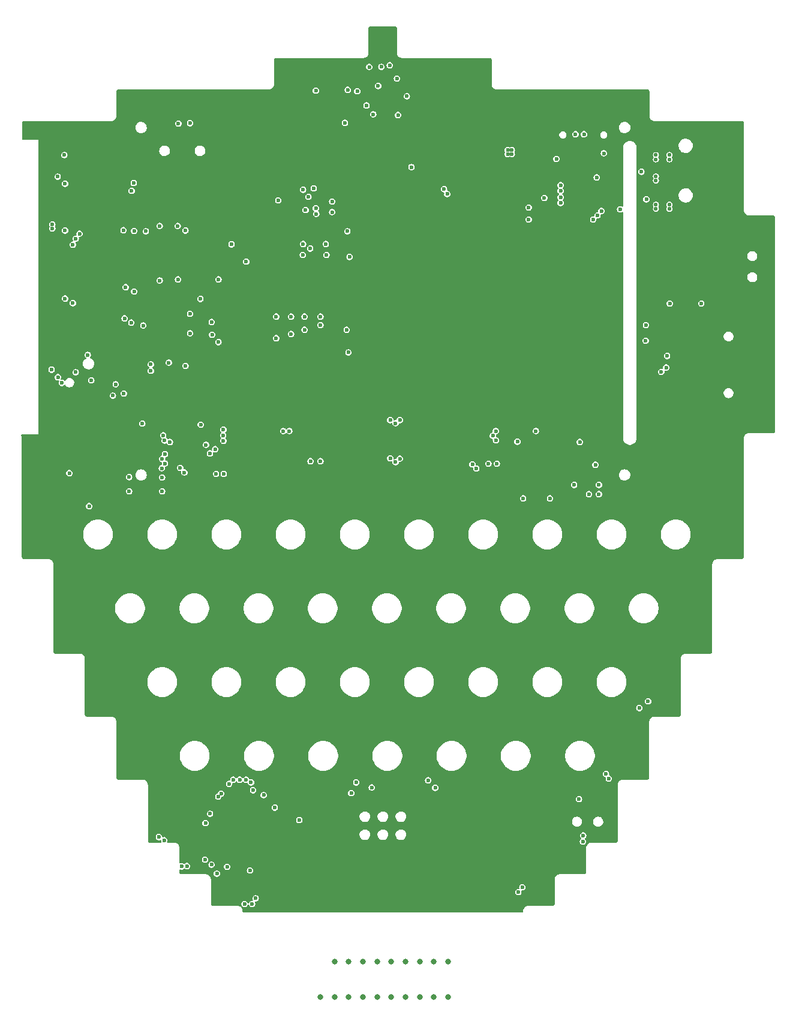
<source format=gbr>
G04 #@! TF.GenerationSoftware,KiCad,Pcbnew,7.99.0-1.20230226git51d46c0.fc37*
G04 #@! TF.CreationDate,2023-03-29T21:29:05+01:00*
G04 #@! TF.ProjectId,tr23-badge-r1,74723233-2d62-4616-9467-652d72312e6b,rev?*
G04 #@! TF.SameCoordinates,Original*
G04 #@! TF.FileFunction,Copper,L3,Inr*
G04 #@! TF.FilePolarity,Positive*
%FSLAX46Y46*%
G04 Gerber Fmt 4.6, Leading zero omitted, Abs format (unit mm)*
G04 Created by KiCad (PCBNEW 7.99.0-1.20230226git51d46c0.fc37) date 2023-03-29 21:29:05*
%MOMM*%
%LPD*%
G01*
G04 APERTURE LIST*
G04 #@! TA.AperFunction,ComponentPad*
%ADD10O,1.000000X1.800000*%
G04 #@! TD*
G04 #@! TA.AperFunction,ComponentPad*
%ADD11O,1.000000X2.100000*%
G04 #@! TD*
G04 #@! TA.AperFunction,ComponentPad*
%ADD12C,0.800000*%
G04 #@! TD*
G04 #@! TA.AperFunction,ComponentPad*
%ADD13C,0.550000*%
G04 #@! TD*
G04 #@! TA.AperFunction,ViaPad*
%ADD14C,0.600000*%
G04 #@! TD*
G04 APERTURE END LIST*
D10*
G04 #@! TO.N,GND*
G04 #@! TO.C,J2*
X32619999Y130449999D03*
D11*
X32619999Y126299999D03*
D10*
X23979999Y130449999D03*
D11*
X23979999Y126299999D03*
G04 #@! TD*
D12*
G04 #@! TO.N,/radio/ANT*
G04 #@! TO.C,AE1*
X-8800000Y5150000D03*
X-6800000Y5150000D03*
X-6800000Y10150000D03*
X-4800000Y5150000D03*
X-4800000Y10150000D03*
X-2800000Y5150000D03*
X-2800000Y10150000D03*
X-800000Y5150000D03*
X-800000Y10150000D03*
X1200000Y5150000D03*
X1200000Y10150000D03*
X3200000Y5150000D03*
X3200000Y10150000D03*
X5200000Y5150000D03*
X5200000Y10150000D03*
X7200000Y5150000D03*
X7200000Y10150000D03*
X9200000Y5150000D03*
X9200000Y10150000D03*
G04 #@! TD*
D13*
G04 #@! TO.N,/audio/OUTL*
G04 #@! TO.C,J5*
X40450000Y116350000D03*
X38550000Y116350000D03*
X40450000Y116950000D03*
X38550000Y116950000D03*
G04 #@! TO.N,GND*
X46950000Y115250000D03*
X45050000Y115250000D03*
X46950000Y115850000D03*
X45050000Y115850000D03*
G04 #@! TO.N,unconnected-(J5-PadR2)*
X40450000Y123350000D03*
X38550000Y123350000D03*
X40450000Y123950000D03*
X38550000Y123950000D03*
G04 #@! TO.N,/audio/OUTR*
X38550000Y120350000D03*
X38550000Y120950000D03*
G04 #@! TD*
D14*
G04 #@! TO.N,GND*
X-19500000Y19100000D03*
G04 #@! TO.N,+3.3V*
X-46650000Y113600000D03*
G04 #@! TO.N,Net-(LED8-DOUT)*
X982155Y136632155D03*
G04 #@! TO.N,+VSW*
X-200002Y136400000D03*
G04 #@! TO.N,/audio/OUTL*
X37200000Y117700000D03*
G04 #@! TO.N,/audio/OUTR*
X36500000Y121600000D03*
G04 #@! TO.N,GND*
X-31900000Y67400000D03*
X-22150000Y55250000D03*
X-17050000Y67350000D03*
X20300000Y46800000D03*
X-1400000Y46400000D03*
X250000Y51600000D03*
X1550000Y63400000D03*
X2350000Y75200000D03*
X9000000Y132250000D03*
X14800000Y130600000D03*
X49150000Y115000000D03*
X50400000Y92500000D03*
X46250000Y68600000D03*
X41250000Y61050000D03*
X36350000Y52650000D03*
X32700000Y41200000D03*
X25600000Y34450000D03*
X15800000Y34450000D03*
X-12050000Y34550000D03*
X-32700000Y39550000D03*
X-37450000Y52150000D03*
X-41800000Y58800000D03*
X-46200000Y74650000D03*
X-7950000Y23000000D03*
X-10500000Y29550000D03*
X-10200000Y27750000D03*
X-12400000Y24950000D03*
X-13450000Y23700000D03*
X-14250000Y22800000D03*
X-13300000Y20150000D03*
G04 #@! TO.N,/~{DISP_CS}*
X-15050000Y101150000D03*
G04 #@! TO.N,/SCK*
X-12950000Y98700000D03*
X-12950000Y101150000D03*
G04 #@! TO.N,/~{DC}*
X-11050000Y101150000D03*
G04 #@! TO.N,/MOSI*
X-8800000Y101150000D03*
X-8800000Y99950000D03*
G04 #@! TO.N,/~{DC}*
X-11050000Y99300000D03*
X-33450000Y113200000D03*
X-33800000Y99900000D03*
G04 #@! TO.N,/~{DISP_CS}*
X-15050000Y98100000D03*
G04 #@! TO.N,GND*
X-21930429Y28921407D03*
X-19809108Y29628514D03*
X-20516215Y28921407D03*
X-21223322Y28214301D03*
X-19102002Y28921407D03*
X-19809108Y28214301D03*
X-20516215Y27507194D03*
X-20516215Y30335621D03*
X-21223322Y29628514D03*
X-21400000Y22500000D03*
X-19700000Y21556183D03*
X-18250000Y20400000D03*
X-17144730Y21556183D03*
X-7950000Y24550000D03*
X-14638461Y31256274D03*
X-24958472Y23741497D03*
X-25838537Y24621562D03*
X-24400000Y29100000D03*
X-13517626Y26776823D03*
X-10800000Y33100000D03*
X-15457361Y23633734D03*
X-16678676Y23436168D03*
X-17397096Y22717747D03*
X-25100000Y73400000D03*
X5150000Y121050000D03*
X50400000Y109450000D03*
X0Y20650000D03*
X-23200000Y123850000D03*
X20550000Y73200000D03*
X-30750000Y114100000D03*
X19950000Y123950000D03*
X30900000Y122050000D03*
X-1100000Y36250000D03*
X-12100000Y132850000D03*
X-7000000Y23000000D03*
X35600000Y128550000D03*
X2800000Y137000000D03*
X-47950000Y98800000D03*
X-16200000Y109000000D03*
X-5000000Y111600000D03*
X9800000Y119950000D03*
X-9250000Y117450000D03*
X-47950000Y96350000D03*
X37149500Y97000000D03*
X30350000Y122050000D03*
X-23967596Y32898310D03*
X-6900000Y73400000D03*
X50450000Y85500000D03*
X-29550000Y116600000D03*
X-15850000Y114750000D03*
X-36450000Y127800000D03*
X-8744650Y26000000D03*
X39300000Y96600000D03*
X-22212376Y107806165D03*
X23500000Y122400000D03*
X-14100000Y109950000D03*
X-46300000Y122800000D03*
X-7400000Y113350000D03*
X1950000Y19650000D03*
X31200000Y127600000D03*
X1950000Y17700000D03*
X-15750000Y52700000D03*
X10350000Y120500000D03*
X-18800000Y111350000D03*
X-6800000Y17750000D03*
X-47950000Y113900000D03*
X50950000Y115400000D03*
X19600000Y18150000D03*
X27200000Y122900000D03*
X1950000Y23700000D03*
X-22110034Y34273640D03*
X25300000Y63700000D03*
X2000000Y22750000D03*
X1350000Y20550000D03*
X21800000Y84050000D03*
X9800000Y120500000D03*
X-28700000Y31650000D03*
X-17950000Y71500000D03*
X-37350000Y49000000D03*
X10900000Y120500000D03*
X21050000Y123950000D03*
X-44000000Y123800000D03*
X1300000Y21750000D03*
X-9050000Y107150000D03*
X-23600000Y23300000D03*
X-25000000Y27700000D03*
X-7350000Y130350000D03*
X37550000Y101500000D03*
X-4850000Y95250000D03*
X-18850000Y106850000D03*
X-4850000Y108550000D03*
X0Y21750000D03*
X22200000Y77000000D03*
X-12100000Y19700000D03*
X33550000Y117300000D03*
X19400000Y123950000D03*
X-33650000Y83100000D03*
X45900000Y78800000D03*
X20500000Y123950000D03*
X-9850000Y107150000D03*
X-7000000Y19500000D03*
X-7000000Y24550000D03*
X4300000Y128650000D03*
X24850000Y127500000D03*
X-33350000Y124200000D03*
X500000Y71500000D03*
X10900000Y119950000D03*
X-27900000Y77800000D03*
X37400000Y45600000D03*
X-14100000Y116200000D03*
X27500000Y121600000D03*
X-30800000Y116550000D03*
X46900000Y101250000D03*
X-25700000Y31400000D03*
X-15428723Y32729036D03*
X-23650000Y128350000D03*
X-44750000Y89250000D03*
X1950000Y24700000D03*
X-37600000Y45550000D03*
X-15250000Y132550000D03*
X10350000Y119950000D03*
X-20250000Y22700000D03*
X38250000Y85000000D03*
G04 #@! TO.N,/SCL*
X13200000Y79700000D03*
X-22499118Y83629184D03*
X15975001Y83675001D03*
X-30800000Y83650000D03*
X-32750000Y93500000D03*
X7400000Y34650000D03*
G04 #@! TO.N,/SDA*
X-22530851Y84378014D03*
X-32750000Y94400000D03*
X-31000000Y84400000D03*
X6400000Y35700000D03*
X12650000Y80300000D03*
X15525001Y84324999D03*
G04 #@! TO.N,/SCK*
X-21100000Y35800000D03*
X-43350000Y93300000D03*
G04 #@! TO.N,/RXD0*
X-35150000Y120000000D03*
X-35500000Y100300000D03*
X8650000Y119150000D03*
X25100000Y118900000D03*
G04 #@! TO.N,/TXD0*
X9100000Y118450000D03*
X-35450000Y118900000D03*
X25100000Y118000000D03*
X-36450000Y100900000D03*
G04 #@! TO.N,/MOSI*
X-46750000Y93650000D03*
X-21700000Y35200000D03*
G04 #@! TO.N,VBUS*
X31200000Y124200000D03*
X24500000Y123400000D03*
X20600000Y114850000D03*
X20600000Y116550000D03*
G04 #@! TO.N,+VSW*
X19700000Y20600000D03*
X28275000Y27925000D03*
X-30850000Y27250000D03*
X36200000Y45900000D03*
X-18450000Y18250000D03*
X37450000Y46850000D03*
X2000000Y134750000D03*
X-28400000Y23550000D03*
X-9450000Y133050000D03*
X31500000Y36600000D03*
G04 #@! TO.N,/RTS*
X2150000Y129600000D03*
X25100000Y117200000D03*
G04 #@! TO.N,/DTR*
X25100000Y119700000D03*
X-1350000Y129700000D03*
G04 #@! TO.N,/SD_CMD*
X-24400000Y81850000D03*
X39300000Y93350000D03*
G04 #@! TO.N,/SD_CLK*
X40121502Y95600000D03*
X-27850000Y94200000D03*
X-27850000Y113300000D03*
X-23650000Y82450000D03*
G04 #@! TO.N,/usb/USB_DN*
X28400000Y126900000D03*
X27200000Y126900000D03*
G04 #@! TO.N,/io_expander/BTN_START*
X-36550000Y90300000D03*
G04 #@! TO.N,/io_expander/BTN_A*
X-28600000Y79800000D03*
G04 #@! TO.N,/io_expander/BTN_B*
X-28000000Y79150000D03*
G04 #@! TO.N,/io_expander/JOY_PUSH*
X-38100000Y90000000D03*
G04 #@! TO.N,/io_expander/JOY_A*
X-41150000Y92150000D03*
G04 #@! TO.N,/io_expander/JOY_C*
X-37700000Y91600000D03*
G04 #@! TO.N,/io_expander/JOY_D*
X-45300000Y91800000D03*
G04 #@! TO.N,/io_expander/JOY_B*
X-45850000Y92600000D03*
G04 #@! TO.N,/~{CC_CS}*
X-41650000Y95750000D03*
X-18600000Y35400000D03*
G04 #@! TO.N,/~{DISP_CS}*
X-24150000Y100399500D03*
X-24100000Y98600000D03*
G04 #@! TO.N,/SD_DAT0*
X-28850000Y128400000D03*
X-3612499Y132962499D03*
X-24950000Y83050000D03*
X37099998Y97750000D03*
X-4950000Y133150000D03*
X-30200000Y94650000D03*
G04 #@! TO.N,/I2S_WS*
X-31500000Y113950000D03*
X-31500000Y106250000D03*
G04 #@! TO.N,/I2S_SCK*
X-35100000Y113250000D03*
X-35100000Y104700000D03*
G04 #@! TO.N,/I2S_SD*
X-36600000Y113350000D03*
X-36300000Y105300000D03*
G04 #@! TO.N,/MISO*
X-43350000Y112150000D03*
X-20200000Y35800000D03*
G04 #@! TO.N,/CC_INT*
X-19300000Y35800000D03*
X-42800000Y112850000D03*
G04 #@! TO.N,+3.3V*
X-24168893Y23787969D03*
X-25084196Y24495838D03*
X-25021334Y29659485D03*
X-18753115Y22978175D03*
X-21978820Y23500001D03*
X-5000000Y113200000D03*
X-18311456Y34300000D03*
X-5350000Y128500000D03*
X30200000Y120800000D03*
X40000000Y93950000D03*
X-46650000Y114150000D03*
X17650000Y124100000D03*
X-21350000Y111350000D03*
X-22500000Y85200000D03*
X-33950000Y86050000D03*
X-14750000Y117550000D03*
X33500000Y116300000D03*
X-16813847Y33613847D03*
X18200000Y124650000D03*
X-5100000Y99300000D03*
X-19284003Y108910428D03*
X15950000Y85000000D03*
X-22818124Y33832257D03*
X-13200000Y85000000D03*
X17650000Y124650000D03*
X-4850000Y96100000D03*
X-15250815Y31850668D03*
X44950000Y103000000D03*
X-4700000Y109565000D03*
X3400000Y132250000D03*
X-11782739Y30088841D03*
X-44850000Y119900000D03*
X19000000Y83500000D03*
X18200000Y124100000D03*
X-7950000Y109850000D03*
X-45900000Y120900000D03*
X40500000Y103000000D03*
X-11300000Y109850000D03*
X-3750000Y35400000D03*
X-23222235Y33428145D03*
G04 #@! TO.N,/BACKLIGHT*
X-44850000Y103700000D03*
X-44850000Y113300000D03*
G04 #@! TO.N,/KEY_INT*
X-25700000Y85900000D03*
X-43750000Y103050000D03*
X-25750000Y103650000D03*
X-14050000Y85000000D03*
X-43750000Y111300000D03*
X21600000Y85000000D03*
G04 #@! TO.N,/FSYNC*
X-23200000Y106400000D03*
X-28950000Y113950000D03*
X-28900000Y106400000D03*
X-23200000Y97550000D03*
G04 #@! TO.N,/~{RESET}*
X-27200000Y101550000D03*
X-27200000Y128450000D03*
X-27200000Y98800000D03*
G04 #@! TO.N,/SD_DETECT*
X37150000Y99950000D03*
X-30050000Y83450000D03*
G04 #@! TO.N,/SAO_GPIO2*
X-4450000Y33900000D03*
X-31200000Y79750000D03*
G04 #@! TO.N,/LED_DOUT*
X-35800000Y76500000D03*
X-31150000Y78450000D03*
X-44250000Y79050000D03*
X-44950000Y123950000D03*
X-35800000Y78500000D03*
X-1550000Y34700000D03*
X-31150000Y76500000D03*
G04 #@! TO.N,/CC_RESET*
X-24391019Y30986866D03*
X-41450000Y74400000D03*
G04 #@! TO.N,/audio/OUTR*
X29700000Y114850000D03*
X-10500000Y118050000D03*
X-10900000Y116200000D03*
G04 #@! TO.N,/audio/OUTL*
X-11250000Y111400000D03*
X30300000Y115450000D03*
X27800000Y83450000D03*
X30000000Y80250000D03*
X-11250000Y119050000D03*
X27700000Y33050000D03*
G04 #@! TO.N,/AMP_EN*
X-7150000Y117400000D03*
X-7150000Y115900000D03*
X-8050000Y111400000D03*
X2400000Y86550000D03*
X2400000Y81100000D03*
X-30750000Y80425000D03*
G04 #@! TO.N,Net-(LED2-DOUT)*
X-27650000Y23600000D03*
X-19500000Y18250000D03*
X-31600000Y27700000D03*
X-23425000Y22525000D03*
G04 #@! TO.N,Net-(LED3-DOUT)*
X19125000Y19925000D03*
X-17950000Y19049500D03*
G04 #@! TO.N,Net-(LED4-DOUT)*
X28250000Y27050000D03*
X31900000Y35950000D03*
G04 #@! TO.N,Net-(Q2-B)*
X-650000Y133700000D03*
X-2300000Y130950000D03*
G04 #@! TO.N,Net-(U1-STAT)*
X4050000Y122250000D03*
X22800000Y117900000D03*
G04 #@! TO.N,/AMP_GAIN1*
X1050000Y86550000D03*
X-9400000Y115650000D03*
X-30750000Y81725000D03*
X1050000Y81150000D03*
G04 #@! TO.N,/AMP_GAIN0*
X1800000Y86100000D03*
X1800000Y80600000D03*
X-31150000Y81075000D03*
X-9450000Y116450000D03*
G04 #@! TO.N,/keyboard/KEY2*
X29100000Y76100000D03*
X30500000Y76100000D03*
G04 #@! TO.N,/keyboard/KEY4*
X27000000Y77400000D03*
X30500000Y77400000D03*
G04 #@! TO.N,/keyboard/KEY8*
X19800000Y75500000D03*
X23600000Y75500000D03*
G04 #@! TO.N,/keyboard/KEY12*
X16100000Y80400000D03*
X14900000Y80400000D03*
G04 #@! TO.N,/keyboard/KEY19*
X-8800000Y80750000D03*
X-10200000Y80750000D03*
G04 #@! TO.N,/keyboard/KEY26*
X-23550000Y78950999D03*
X-22450001Y78950999D03*
G04 #@! TO.N,Net-(LED8-DOUT)*
X-1913556Y136386444D03*
G04 #@! TO.N,/audio/SGND*
X30850000Y116050000D03*
X-10250000Y110750000D03*
X-9750000Y119250000D03*
G04 #@! TD*
G04 #@! TA.AperFunction,Conductor*
G04 #@! TO.N,GND*
G36*
X1705690Y142108581D02*
G01*
X1755436Y142102420D01*
X1774150Y142098231D01*
X1809651Y142086574D01*
X1826851Y142079053D01*
X1859266Y142061041D01*
X1874459Y142050641D01*
X1896744Y142032119D01*
X1903124Y142026817D01*
X1916024Y142013908D01*
X1939745Y141985328D01*
X1950190Y141970030D01*
X1968137Y141937594D01*
X1975592Y141920489D01*
X1987266Y141884860D01*
X1991450Y141866093D01*
X1997563Y141816275D01*
X1998300Y141804217D01*
X1998300Y138364685D01*
X1997782Y138354570D01*
X1997040Y138347355D01*
X1997563Y138343101D01*
X1998300Y138331043D01*
X1998300Y138326759D01*
X1999914Y138319684D01*
X2001657Y138309720D01*
X2011149Y138232358D01*
X2011465Y138229421D01*
X2013411Y138208376D01*
X2020591Y138188491D01*
X2021554Y138185695D01*
X2048106Y138104648D01*
X2049142Y138101285D01*
X2054932Y138081226D01*
X2065679Y138063336D01*
X2067436Y138060290D01*
X2107488Y137987905D01*
X2109198Y137984675D01*
X2118595Y137966104D01*
X2132471Y137950591D01*
X2134855Y137947825D01*
X2186907Y137885119D01*
X2189366Y137882033D01*
X2201636Y137865991D01*
X2202317Y137865309D01*
X2218346Y137853032D01*
X2221427Y137850573D01*
X2283954Y137798601D01*
X2286800Y137796142D01*
X2302202Y137782316D01*
X2302316Y137782239D01*
X2320777Y137772882D01*
X2324100Y137771117D01*
X2396377Y137730959D01*
X2399328Y137729253D01*
X2417293Y137718445D01*
X2432207Y137714111D01*
X2437407Y137712600D01*
X2440643Y137711598D01*
X2456400Y137706424D01*
X2521727Y137684974D01*
X2524556Y137683998D01*
X2544442Y137676795D01*
X2565470Y137674836D01*
X2568449Y137674513D01*
X2645914Y137664922D01*
X2655773Y137663191D01*
X2663009Y137661540D01*
X2663010Y137661540D01*
X2667132Y137661540D01*
X2679294Y137660790D01*
X2683382Y137660283D01*
X2690758Y137661033D01*
X2700760Y137661540D01*
X15060128Y137661540D01*
X15072290Y137660790D01*
X15086331Y137659051D01*
X15122031Y137654631D01*
X15140747Y137650441D01*
X15164836Y137642532D01*
X15176253Y137638783D01*
X15193448Y137631264D01*
X15211748Y137621097D01*
X15225858Y137613257D01*
X15241057Y137602851D01*
X15269726Y137579021D01*
X15282619Y137566120D01*
X15306434Y137537430D01*
X15316837Y137522210D01*
X15334762Y137489886D01*
X15342293Y137472603D01*
X15353878Y137437123D01*
X15358031Y137418452D01*
X15364163Y137368481D01*
X15364900Y137356423D01*
X15364900Y133916895D01*
X15364382Y133906780D01*
X15363640Y133899565D01*
X15364163Y133895311D01*
X15364900Y133883253D01*
X15364900Y133878969D01*
X15366514Y133871894D01*
X15368257Y133861930D01*
X15377749Y133784568D01*
X15378065Y133781631D01*
X15380011Y133760586D01*
X15387191Y133740701D01*
X15388154Y133737905D01*
X15414706Y133656858D01*
X15415742Y133653495D01*
X15421532Y133633436D01*
X15432279Y133615546D01*
X15434036Y133612500D01*
X15474088Y133540115D01*
X15475798Y133536885D01*
X15485195Y133518314D01*
X15499071Y133502801D01*
X15501455Y133500035D01*
X15553507Y133437329D01*
X15555966Y133434243D01*
X15568236Y133418201D01*
X15568917Y133417519D01*
X15584946Y133405242D01*
X15588027Y133402783D01*
X15650554Y133350811D01*
X15653400Y133348352D01*
X15668802Y133334526D01*
X15668916Y133334449D01*
X15687377Y133325092D01*
X15690700Y133323327D01*
X15762977Y133283169D01*
X15765928Y133281463D01*
X15783893Y133270655D01*
X15798807Y133266321D01*
X15804007Y133264810D01*
X15807243Y133263808D01*
X15823000Y133258634D01*
X15888327Y133237184D01*
X15891156Y133236208D01*
X15911042Y133229005D01*
X15932070Y133227046D01*
X15935049Y133226723D01*
X16012514Y133217132D01*
X16022373Y133215401D01*
X16029609Y133213750D01*
X16029610Y133213750D01*
X16033732Y133213750D01*
X16045894Y133213000D01*
X16049982Y133212493D01*
X16057358Y133213243D01*
X16067360Y133213750D01*
X37332711Y133213750D01*
X37344889Y133212998D01*
X37394576Y133206839D01*
X37413246Y133202662D01*
X37448866Y133190979D01*
X37466091Y133183450D01*
X37498459Y133165465D01*
X37513658Y133155060D01*
X37542232Y133131309D01*
X37555177Y133118345D01*
X37578927Y133089685D01*
X37589277Y133074528D01*
X37607260Y133042100D01*
X37614793Y133024815D01*
X37626426Y132989185D01*
X37630566Y132970617D01*
X37631571Y132962499D01*
X37636610Y132921772D01*
X37636751Y132920638D01*
X37637500Y132908479D01*
X37637500Y129469138D01*
X37636982Y129459023D01*
X37636241Y129451808D01*
X37636763Y129447556D01*
X37637500Y129435497D01*
X37637500Y129431209D01*
X37639115Y129424130D01*
X37640858Y129414165D01*
X37650323Y129337014D01*
X37650650Y129333965D01*
X37652571Y129312932D01*
X37659742Y129293065D01*
X37660737Y129290168D01*
X37687254Y129208908D01*
X37688217Y129205780D01*
X37694066Y129185616D01*
X37704861Y129167599D01*
X37706497Y129164764D01*
X37746631Y129092452D01*
X37748452Y129089013D01*
X37757616Y129070853D01*
X37758021Y129070260D01*
X37771608Y129055109D01*
X37774146Y129052164D01*
X37826014Y128989539D01*
X37828389Y128986557D01*
X37840883Y128970230D01*
X37841118Y128969994D01*
X37857451Y128957456D01*
X37860427Y128955079D01*
X37923053Y128903051D01*
X37925916Y128900579D01*
X37941298Y128886773D01*
X37941471Y128886654D01*
X37959888Y128877325D01*
X37963226Y128875553D01*
X38035667Y128835309D01*
X38038585Y128833622D01*
X38056543Y128822829D01*
X38076648Y128816988D01*
X38079863Y128815994D01*
X38160957Y128789412D01*
X38163837Y128788418D01*
X38183689Y128781226D01*
X38204717Y128779279D01*
X38207752Y128778950D01*
X38285005Y128769383D01*
X38294856Y128767654D01*
X38302107Y128766000D01*
X38302110Y128766000D01*
X38306226Y128766000D01*
X38318389Y128765250D01*
X38322476Y128764743D01*
X38329866Y128765494D01*
X38339863Y128766000D01*
X50670194Y128766000D01*
X50682449Y128765238D01*
X50686410Y128764744D01*
X50732112Y128759042D01*
X50750783Y128754849D01*
X50786217Y128743196D01*
X50803323Y128735717D01*
X50835553Y128717833D01*
X50851043Y128707199D01*
X50876262Y128686100D01*
X50878926Y128683872D01*
X50891759Y128670952D01*
X50916129Y128641418D01*
X50926086Y128626889D01*
X50944172Y128594686D01*
X50952122Y128576450D01*
X50963294Y128541625D01*
X50967275Y128523552D01*
X50973549Y128472897D01*
X50974300Y128460728D01*
X50974300Y116135883D01*
X50973792Y116125871D01*
X50973043Y116118502D01*
X50973551Y116114396D01*
X50974300Y116102243D01*
X50974300Y116098107D01*
X50975947Y116090889D01*
X50977679Y116081020D01*
X50987325Y116003048D01*
X50987614Y116000426D01*
X50989665Y115979216D01*
X50996930Y115959155D01*
X50997796Y115956660D01*
X51024511Y115876246D01*
X51025757Y115872210D01*
X51031069Y115853599D01*
X51032005Y115851455D01*
X51042053Y115834885D01*
X51044164Y115831230D01*
X51084021Y115758692D01*
X51085350Y115756189D01*
X51095021Y115737327D01*
X51109121Y115721468D01*
X51110969Y115719329D01*
X51163476Y115656758D01*
X51166514Y115652952D01*
X51177132Y115638954D01*
X51180855Y115635234D01*
X51194875Y115624613D01*
X51198681Y115621580D01*
X51260264Y115569972D01*
X51262694Y115567867D01*
X51278385Y115553825D01*
X51297097Y115544246D01*
X51299937Y115542733D01*
X51372780Y115502403D01*
X51375986Y115500549D01*
X51393784Y115489806D01*
X51413768Y115484031D01*
X51417308Y115482936D01*
X51497885Y115456345D01*
X51500569Y115455416D01*
X51520508Y115448195D01*
X51541613Y115446197D01*
X51544435Y115445889D01*
X51622118Y115436279D01*
X51631983Y115434548D01*
X51639207Y115432900D01*
X51639210Y115432900D01*
X51643342Y115432900D01*
X51655495Y115432151D01*
X51659601Y115431643D01*
X51659602Y115431643D01*
X51666970Y115432392D01*
X51676982Y115432900D01*
X55093339Y115432900D01*
X55105492Y115432151D01*
X55120343Y115430313D01*
X55155165Y115426005D01*
X55173935Y115421799D01*
X55209217Y115410196D01*
X55226317Y115402720D01*
X55258556Y115384831D01*
X55274043Y115374198D01*
X55301851Y115350932D01*
X55314726Y115337961D01*
X55339119Y115308359D01*
X55349034Y115293881D01*
X55367194Y115261548D01*
X55375136Y115243339D01*
X55386284Y115208626D01*
X55390276Y115190512D01*
X55396551Y115139797D01*
X55397300Y115127640D01*
X55397300Y85013960D01*
X55396551Y85001803D01*
X55390275Y84951083D01*
X55386283Y84932971D01*
X55375162Y84898340D01*
X55367194Y84880082D01*
X55349108Y84847921D01*
X55339178Y84833441D01*
X55323141Y84814004D01*
X55315419Y84804646D01*
X55302061Y84791290D01*
X55282920Y84775499D01*
X55273647Y84767849D01*
X55258522Y84757562D01*
X55225422Y84739276D01*
X55208490Y84731892D01*
X55173074Y84720244D01*
X55154208Y84716027D01*
X55108812Y84710459D01*
X55104557Y84709937D01*
X55092503Y84709200D01*
X51653137Y84709200D01*
X51643024Y84709717D01*
X51635807Y84710459D01*
X51631549Y84709936D01*
X51619496Y84709200D01*
X51615210Y84709200D01*
X51608135Y84707585D01*
X51598163Y84705840D01*
X51520633Y84696328D01*
X51517838Y84696026D01*
X51499618Y84694321D01*
X51499615Y84694320D01*
X51496709Y84694048D01*
X51476769Y84686849D01*
X51474099Y84685927D01*
X51393459Y84659407D01*
X51389956Y84658327D01*
X51373620Y84653624D01*
X51373615Y84653621D01*
X51369957Y84652568D01*
X51366700Y84650606D01*
X51366699Y84650606D01*
X51352129Y84641829D01*
X51348961Y84640001D01*
X51276074Y84599735D01*
X51273279Y84598250D01*
X51257471Y84590175D01*
X51254531Y84588673D01*
X51238859Y84574672D01*
X51236429Y84572571D01*
X51174708Y84520934D01*
X51170958Y84517948D01*
X51156763Y84507196D01*
X51153317Y84503756D01*
X51142538Y84489569D01*
X51139546Y84485823D01*
X51087037Y84423250D01*
X51085151Y84421068D01*
X51071048Y84405223D01*
X51069693Y84402582D01*
X51069692Y84402580D01*
X51061374Y84386359D01*
X51060039Y84383847D01*
X51025385Y84320852D01*
X51020167Y84311367D01*
X51018102Y84307793D01*
X51009648Y84293852D01*
X51007957Y84291063D01*
X51007133Y84289176D01*
X51001762Y84270397D01*
X51000530Y84266409D01*
X50973786Y84185908D01*
X50972918Y84183407D01*
X50965665Y84163381D01*
X50963614Y84142174D01*
X50963325Y84139550D01*
X50953680Y84061582D01*
X50951947Y84051707D01*
X50950300Y84044491D01*
X50950300Y84040357D01*
X50949551Y84028204D01*
X50949043Y84024097D01*
X50949792Y84016729D01*
X50950300Y84006717D01*
X50950300Y67223359D01*
X50949551Y67211203D01*
X50943462Y67161987D01*
X50939162Y67142931D01*
X50927126Y67106702D01*
X50919942Y67090244D01*
X50903799Y67060864D01*
X50901636Y67056927D01*
X50891231Y67041593D01*
X50868499Y67014044D01*
X50855082Y67000639D01*
X50826580Y66977165D01*
X50811603Y66966978D01*
X50778497Y66948648D01*
X50761389Y66941189D01*
X50726134Y66929633D01*
X50707363Y66925447D01*
X50668395Y66920666D01*
X50657555Y66919337D01*
X50645501Y66918600D01*
X47205137Y66918600D01*
X47195024Y66919117D01*
X47187807Y66919859D01*
X47183549Y66919336D01*
X47171496Y66918600D01*
X47167210Y66918600D01*
X47160135Y66916985D01*
X47150163Y66915240D01*
X47072633Y66905728D01*
X47069838Y66905426D01*
X47055141Y66904050D01*
X47048711Y66903449D01*
X47045964Y66902457D01*
X47028717Y66896230D01*
X47026146Y66895343D01*
X46945293Y66868752D01*
X46941923Y66867712D01*
X46925446Y66862952D01*
X46925442Y66862950D01*
X46921877Y66861920D01*
X46904015Y66851161D01*
X46900917Y66849371D01*
X46829036Y66809573D01*
X46825486Y66807702D01*
X46810770Y66800327D01*
X46810768Y66800325D01*
X46807708Y66798792D01*
X46806465Y66797947D01*
X46791668Y66784703D01*
X46788583Y66782053D01*
X46725056Y66729731D01*
X46722600Y66727775D01*
X46708531Y66716935D01*
X46708529Y66716933D01*
X46705915Y66714919D01*
X46693060Y66698269D01*
X46691058Y66695761D01*
X46641559Y66635773D01*
X46639608Y66633409D01*
X46636582Y66629912D01*
X46635525Y66628746D01*
X46624319Y66616392D01*
X46621968Y66612964D01*
X46613777Y66596659D01*
X46611609Y66592581D01*
X46601661Y66574891D01*
X46570691Y66519818D01*
X46569577Y66517889D01*
X46558616Y66499385D01*
X46557965Y66497187D01*
X46556376Y66491820D01*
X46552505Y66478750D01*
X46551848Y66476622D01*
X46525587Y66394759D01*
X46524399Y66391280D01*
X46517308Y66371706D01*
X46515521Y66351003D01*
X46515138Y66347351D01*
X46505681Y66270981D01*
X46503951Y66261125D01*
X46502300Y66253889D01*
X46502300Y66249774D01*
X46501550Y66237611D01*
X46501043Y66233523D01*
X46501794Y66226134D01*
X46502300Y66216137D01*
X46502300Y53879096D01*
X46501548Y53866916D01*
X46495484Y53818001D01*
X46491166Y53798904D01*
X46479201Y53762971D01*
X46471988Y53746487D01*
X46469365Y53741724D01*
X46457051Y53719366D01*
X46453687Y53713259D01*
X46443335Y53698018D01*
X46420495Y53670339D01*
X46407081Y53656938D01*
X46377863Y53632874D01*
X46363412Y53622979D01*
X46330886Y53604709D01*
X46313429Y53597012D01*
X46278732Y53585562D01*
X46259971Y53581338D01*
X46210452Y53575162D01*
X46198213Y53574402D01*
X42777669Y53574894D01*
X42777627Y53574900D01*
X42764690Y53574900D01*
X42755322Y53574900D01*
X42745546Y53575384D01*
X42737816Y53576151D01*
X42734091Y53575680D01*
X42721683Y53574902D01*
X42719539Y53574903D01*
X42719537Y53574902D01*
X42717923Y53574903D01*
X42710331Y53573170D01*
X42700703Y53571468D01*
X42639810Y53563785D01*
X42623387Y53561713D01*
X42620291Y53561371D01*
X42602485Y53559693D01*
X42602483Y53559692D01*
X42599297Y53559392D01*
X42579514Y53552173D01*
X42576571Y53551151D01*
X42518752Y53532091D01*
X42495913Y53524563D01*
X42492636Y53523546D01*
X42475959Y53518691D01*
X42475957Y53518690D01*
X42472532Y53517693D01*
X42454631Y53506894D01*
X42451659Y53505171D01*
X42379485Y53465014D01*
X42376284Y53463311D01*
X42361120Y53455605D01*
X42361117Y53455603D01*
X42357717Y53453875D01*
X42354880Y53451325D01*
X42354879Y53451325D01*
X42342244Y53439969D01*
X42339435Y53437539D01*
X42277112Y53385619D01*
X42273986Y53383120D01*
X42258107Y53370944D01*
X42257221Y53370056D01*
X42245071Y53354134D01*
X42242584Y53351009D01*
X42190876Y53288643D01*
X42188446Y53285823D01*
X42174584Y53270337D01*
X42174570Y53270316D01*
X42172837Y53266886D01*
X42172835Y53266884D01*
X42165192Y53251758D01*
X42163457Y53248482D01*
X42130251Y53188520D01*
X42123509Y53176346D01*
X42121739Y53173281D01*
X42112867Y53158540D01*
X42110975Y53155396D01*
X42109957Y53151876D01*
X42109956Y53151873D01*
X42105168Y53135307D01*
X42104136Y53131965D01*
X42100543Y53121027D01*
X42077630Y53051286D01*
X42076651Y53048453D01*
X42069451Y53028588D01*
X42067488Y53007546D01*
X42067164Y53004563D01*
X42057585Y52927296D01*
X42055857Y52917455D01*
X42054200Y52910192D01*
X42054200Y52906092D01*
X42053448Y52893913D01*
X42052944Y52889847D01*
X42053695Y52882441D01*
X42054200Y52872455D01*
X42054200Y44993993D01*
X42053636Y44983445D01*
X42047654Y44927621D01*
X42043758Y44908790D01*
X42032391Y44872211D01*
X42024732Y44854128D01*
X42006073Y44819972D01*
X41995594Y44804476D01*
X41993745Y44802231D01*
X41971062Y44774706D01*
X41957685Y44761319D01*
X41956068Y44759984D01*
X41928430Y44737171D01*
X41912540Y44726460D01*
X41879362Y44708502D01*
X41861432Y44700970D01*
X41823240Y44689187D01*
X41804667Y44685360D01*
X41756305Y44680153D01*
X41749023Y44679369D01*
X41738426Y44678800D01*
X38309637Y44678800D01*
X38299524Y44679317D01*
X38292307Y44680059D01*
X38288049Y44679536D01*
X38275996Y44678800D01*
X38271709Y44678800D01*
X38264633Y44677185D01*
X38254659Y44675440D01*
X38177355Y44665956D01*
X38174403Y44665638D01*
X38156378Y44663975D01*
X38156373Y44663973D01*
X38153335Y44663693D01*
X38150465Y44662657D01*
X38150464Y44662657D01*
X38133453Y44656515D01*
X38130654Y44655552D01*
X38113390Y44649899D01*
X38049432Y44628956D01*
X38046192Y44627957D01*
X38029450Y44623112D01*
X38029447Y44623110D01*
X38026063Y44622131D01*
X38023041Y44620316D01*
X38008105Y44611346D01*
X38005187Y44609662D01*
X37932743Y44569503D01*
X37929490Y44567781D01*
X37914392Y44560150D01*
X37910997Y44558434D01*
X37910874Y44558350D01*
X37908036Y44555807D01*
X37908035Y44555807D01*
X37906406Y44554347D01*
X37895468Y44544548D01*
X37892647Y44542116D01*
X37829967Y44490130D01*
X37826999Y44487767D01*
X37813713Y44477600D01*
X37813711Y44477598D01*
X37810794Y44475366D01*
X37810352Y44474924D01*
X37808117Y44472009D01*
X37808116Y44472008D01*
X37797923Y44458712D01*
X37795520Y44455701D01*
X37743582Y44393183D01*
X37741093Y44390303D01*
X37729863Y44377804D01*
X37727377Y44375037D01*
X37727121Y44374663D01*
X37717863Y44356383D01*
X37716061Y44352991D01*
X37675814Y44280636D01*
X37674174Y44277800D01*
X37668598Y44268520D01*
X37663352Y44259791D01*
X37657489Y44239647D01*
X37656509Y44236478D01*
X37629960Y44155484D01*
X37628934Y44152514D01*
X37621736Y44132702D01*
X37619794Y44111740D01*
X37619455Y44108619D01*
X37609801Y44031227D01*
X37608081Y44021460D01*
X37607660Y44019609D01*
X37606400Y44014089D01*
X37606400Y44010107D01*
X37605639Y43997856D01*
X37605145Y43993902D01*
X37605902Y43986389D01*
X37606400Y43976476D01*
X37606400Y36097382D01*
X37605879Y36087237D01*
X37600331Y36033381D01*
X37596166Y36013427D01*
X37584094Y35975600D01*
X37576892Y35958663D01*
X37558146Y35923948D01*
X37547428Y35908019D01*
X37523270Y35878712D01*
X37509899Y35865332D01*
X37480807Y35841319D01*
X37464778Y35830533D01*
X37430756Y35812185D01*
X37413241Y35804812D01*
X37376985Y35793506D01*
X37357302Y35789503D01*
X37301641Y35783982D01*
X37291888Y35783500D01*
X33861063Y35783500D01*
X33851066Y35784006D01*
X33846944Y35784424D01*
X33843677Y35784756D01*
X33843676Y35784755D01*
X33843676Y35784756D01*
X33839589Y35784250D01*
X33827426Y35783500D01*
X33823310Y35783500D01*
X33816057Y35781844D01*
X33806218Y35780117D01*
X33746403Y35772710D01*
X33729864Y35770662D01*
X33726212Y35770278D01*
X33709265Y35768817D01*
X33709261Y35768816D01*
X33705495Y35768491D01*
X33701944Y35767204D01*
X33701940Y35767204D01*
X33685885Y35761387D01*
X33682453Y35760216D01*
X33600679Y35733983D01*
X33598498Y35733311D01*
X33577864Y35727212D01*
X33575845Y35726016D01*
X33575844Y35726016D01*
X33566410Y35720427D01*
X33559385Y35716266D01*
X33557410Y35715127D01*
X33484558Y35674208D01*
X33480514Y35672058D01*
X33464056Y35663791D01*
X33460856Y35661598D01*
X33447198Y35649224D01*
X33443739Y35646233D01*
X33381437Y35594823D01*
X33378862Y35592769D01*
X33362231Y35579951D01*
X33349407Y35563308D01*
X33347353Y35560733D01*
X33295571Y35497966D01*
X33292564Y35494488D01*
X33280232Y35480880D01*
X33277986Y35477602D01*
X33269749Y35461202D01*
X33267596Y35457152D01*
X33227460Y35385700D01*
X33226115Y35383381D01*
X33215208Y35365139D01*
X33209176Y35344733D01*
X33208381Y35342174D01*
X33181599Y35259840D01*
X33180505Y35256659D01*
X33173355Y35236980D01*
X33171472Y35216131D01*
X33171113Y35212786D01*
X33161501Y35135727D01*
X33159781Y35125960D01*
X33159487Y35124666D01*
X33158100Y35118589D01*
X33158100Y35114607D01*
X33157339Y35102356D01*
X33156845Y35098402D01*
X33157602Y35090889D01*
X33158100Y35080976D01*
X33158100Y27201491D01*
X33157637Y27191931D01*
X33156884Y27184168D01*
X33152162Y27135506D01*
X33148253Y27115973D01*
X33137204Y27080037D01*
X33129409Y27061582D01*
X33112216Y27030185D01*
X33101269Y27014156D01*
X33099312Y27011820D01*
X33075570Y26983482D01*
X33062961Y26970924D01*
X33032517Y26945623D01*
X33031925Y26945131D01*
X33016685Y26934705D01*
X32983802Y26916458D01*
X32964928Y26908416D01*
X32929368Y26897457D01*
X32910007Y26893554D01*
X32853841Y26887982D01*
X32844087Y26887500D01*
X29413382Y26887500D01*
X29403370Y26888008D01*
X29403268Y26888018D01*
X29396002Y26888757D01*
X29392198Y26888286D01*
X29391895Y26888249D01*
X29379742Y26887500D01*
X29375610Y26887500D01*
X29368387Y26885851D01*
X29358530Y26884121D01*
X29280526Y26874470D01*
X29277943Y26874186D01*
X29259489Y26872410D01*
X29259488Y26872409D01*
X29256748Y26872146D01*
X29254164Y26871210D01*
X29236704Y26864886D01*
X29234206Y26864020D01*
X29153609Y26837272D01*
X29149648Y26836049D01*
X29133952Y26831561D01*
X29133950Y26831560D01*
X29130757Y26830647D01*
X29129055Y26829904D01*
X29126212Y26828181D01*
X29126209Y26828180D01*
X29112206Y26819694D01*
X29108688Y26817662D01*
X29037330Y26778407D01*
X29034050Y26776683D01*
X29018929Y26769100D01*
X29018924Y26769096D01*
X29015504Y26767381D01*
X29015422Y26767326D01*
X28999936Y26753542D01*
X28997073Y26751090D01*
X28933628Y26698809D01*
X28931159Y26696842D01*
X28924052Y26691365D01*
X28914489Y26683996D01*
X28901642Y26667346D01*
X28899631Y26664826D01*
X28853280Y26608643D01*
X28847271Y26601359D01*
X28844613Y26598269D01*
X28831374Y26583505D01*
X28830491Y26582208D01*
X28828965Y26579170D01*
X28828964Y26579169D01*
X28828392Y26578030D01*
X28821586Y26564479D01*
X28819684Y26560880D01*
X28779776Y26488959D01*
X28778017Y26485917D01*
X28767229Y26468004D01*
X28761421Y26447975D01*
X28760383Y26444618D01*
X28733828Y26363874D01*
X28732868Y26361095D01*
X28725661Y26341193D01*
X28723688Y26320125D01*
X28723370Y26317201D01*
X28713780Y26239682D01*
X28712047Y26229809D01*
X28710400Y26222592D01*
X28710400Y26218457D01*
X28709651Y26206304D01*
X28709143Y26202197D01*
X28709892Y26194829D01*
X28710400Y26184817D01*
X28710400Y22754380D01*
X28709879Y22744238D01*
X28704111Y22688230D01*
X28700173Y22668998D01*
X28688809Y22632427D01*
X28681339Y22614694D01*
X28663089Y22580972D01*
X28652415Y22565123D01*
X28628166Y22535706D01*
X28614805Y22522336D01*
X28585646Y22498267D01*
X28569671Y22487512D01*
X28535963Y22469313D01*
X28518236Y22461866D01*
X28480149Y22450066D01*
X28461538Y22446210D01*
X28453507Y22445338D01*
X28405075Y22440079D01*
X28394388Y22439500D01*
X24965082Y22439500D01*
X24955070Y22440008D01*
X24954371Y22440079D01*
X24947702Y22440757D01*
X24943898Y22440286D01*
X24943595Y22440249D01*
X24931442Y22439500D01*
X24927310Y22439500D01*
X24920087Y22437851D01*
X24910230Y22436121D01*
X24833764Y22426661D01*
X24830134Y22426280D01*
X24813165Y22424817D01*
X24813161Y22424815D01*
X24809406Y22424492D01*
X24805867Y22423210D01*
X24805864Y22423210D01*
X24789812Y22417396D01*
X24786343Y22416212D01*
X24782598Y22415011D01*
X24704578Y22389983D01*
X24702398Y22389311D01*
X24681764Y22383212D01*
X24679745Y22382016D01*
X24679744Y22382016D01*
X24670310Y22376427D01*
X24663285Y22372266D01*
X24661310Y22371127D01*
X24588458Y22330208D01*
X24584414Y22328058D01*
X24567956Y22319791D01*
X24564756Y22317598D01*
X24551098Y22305224D01*
X24547639Y22302233D01*
X24485337Y22250823D01*
X24482762Y22248769D01*
X24466131Y22235951D01*
X24453307Y22219308D01*
X24451253Y22216733D01*
X24399471Y22153966D01*
X24396464Y22150488D01*
X24384132Y22136880D01*
X24381886Y22133602D01*
X24373649Y22117202D01*
X24371496Y22113152D01*
X24331360Y22041700D01*
X24330015Y22039381D01*
X24319108Y22021139D01*
X24313076Y22000733D01*
X24312281Y21998174D01*
X24285499Y21915840D01*
X24284405Y21912659D01*
X24277255Y21892980D01*
X24275372Y21872131D01*
X24275013Y21868786D01*
X24265401Y21791727D01*
X24263681Y21781960D01*
X24263387Y21780666D01*
X24262000Y21774589D01*
X24262000Y21770607D01*
X24261239Y21758356D01*
X24260745Y21754402D01*
X24261502Y21746889D01*
X24262000Y21736976D01*
X24262000Y18297459D01*
X24261251Y18285303D01*
X24255045Y18235144D01*
X24250938Y18216676D01*
X24239402Y18181212D01*
X24231572Y18163350D01*
X24213675Y18131490D01*
X24203727Y18116974D01*
X24179671Y18087815D01*
X24166265Y18074416D01*
X24138483Y18051523D01*
X24123249Y18041189D01*
X24089970Y18022881D01*
X24073440Y18015663D01*
X24037186Y18003632D01*
X24018164Y17999344D01*
X23968895Y17993249D01*
X23956740Y17992500D01*
X20518282Y17992500D01*
X20508270Y17993008D01*
X20508168Y17993018D01*
X20500902Y17993757D01*
X20497098Y17993286D01*
X20496795Y17993249D01*
X20484642Y17992500D01*
X20480510Y17992500D01*
X20473287Y17990851D01*
X20463427Y17989120D01*
X20385434Y17979472D01*
X20382817Y17979183D01*
X20364324Y17977396D01*
X20364320Y17977394D01*
X20361613Y17977133D01*
X20341572Y17969875D01*
X20339096Y17969014D01*
X20258658Y17942291D01*
X20254617Y17941044D01*
X20245354Y17938400D01*
X20239047Y17936600D01*
X20239046Y17936599D01*
X20235975Y17935723D01*
X20233879Y17934808D01*
X20231149Y17933152D01*
X20231148Y17933152D01*
X20217287Y17924745D01*
X20213647Y17922643D01*
X20142268Y17883425D01*
X20138974Y17881695D01*
X20120406Y17872384D01*
X20104869Y17858568D01*
X20102059Y17856160D01*
X20038527Y17803809D01*
X20036073Y17801853D01*
X20022016Y17791020D01*
X20022013Y17791017D01*
X20019387Y17788993D01*
X20017362Y17786369D01*
X20013364Y17781187D01*
X20006542Y17772346D01*
X20004527Y17769821D01*
X19952083Y17706254D01*
X19949490Y17703236D01*
X19936085Y17688258D01*
X19935445Y17687317D01*
X19926435Y17669377D01*
X19924577Y17665857D01*
X19884806Y17594024D01*
X19882950Y17590814D01*
X19872206Y17573016D01*
X19871148Y17569354D01*
X19866427Y17553016D01*
X19865338Y17549496D01*
X19838742Y17468904D01*
X19837813Y17466220D01*
X19830596Y17446291D01*
X19830320Y17443382D01*
X19830320Y17443380D01*
X19828592Y17425125D01*
X19828290Y17422362D01*
X19818680Y17344682D01*
X19816947Y17334809D01*
X19815300Y17327592D01*
X19815300Y17323457D01*
X19814551Y17311304D01*
X19814043Y17307197D01*
X19814792Y17299829D01*
X19815300Y17289817D01*
X19815300Y17193500D01*
X19802037Y17144000D01*
X19765800Y17107763D01*
X19716300Y17094500D01*
X-19715900Y17094500D01*
X-19765400Y17107763D01*
X-19801637Y17144000D01*
X-19814900Y17193500D01*
X-19814900Y17288663D01*
X-19814382Y17298778D01*
X-19813641Y17305992D01*
X-19814163Y17310245D01*
X-19814900Y17322304D01*
X-19814900Y17326592D01*
X-19816514Y17333666D01*
X-19818258Y17343634D01*
X-19827748Y17420990D01*
X-19828063Y17423909D01*
X-19830017Y17444995D01*
X-19837193Y17464872D01*
X-19838150Y17467653D01*
X-19864621Y17548413D01*
X-19865656Y17551768D01*
X-19866024Y17553041D01*
X-19869330Y17564484D01*
X-19871450Y17571824D01*
X-19882202Y17589715D01*
X-19883956Y17592754D01*
X-19924319Y17665655D01*
X-19925907Y17668643D01*
X-19935414Y17687291D01*
X-19949392Y17702909D01*
X-19951606Y17705469D01*
X-20003044Y17767056D01*
X-20005979Y17770745D01*
X-20016866Y17785119D01*
X-20020045Y17788306D01*
X-20034397Y17799229D01*
X-20038078Y17802171D01*
X-20100833Y17854833D01*
X-20102940Y17856653D01*
X-20116651Y17868844D01*
X-20116653Y17868845D01*
X-20118827Y17870778D01*
X-20121418Y17872106D01*
X-20121420Y17872108D01*
X-20137733Y17880471D01*
X-20140164Y17881763D01*
X-20212727Y17921632D01*
X-20216382Y17923743D01*
X-20218062Y17924762D01*
X-20230248Y17932152D01*
X-20230249Y17932152D01*
X-20232981Y17933809D01*
X-20235068Y17934720D01*
X-20238144Y17935598D01*
X-20238148Y17935600D01*
X-20253737Y17940049D01*
X-20257728Y17941281D01*
X-20338202Y17968016D01*
X-20340652Y17968866D01*
X-20358165Y17975210D01*
X-20360719Y17976135D01*
X-20373773Y17977396D01*
X-20381917Y17978183D01*
X-20384494Y17978466D01*
X-20462513Y17988118D01*
X-20472391Y17989852D01*
X-20479610Y17991500D01*
X-20483743Y17991500D01*
X-20495896Y17992249D01*
X-20496199Y17992286D01*
X-20500003Y17992757D01*
X-20507269Y17992018D01*
X-20507371Y17992008D01*
X-20517383Y17991500D01*
X-23958443Y17991500D01*
X-23970595Y17992249D01*
X-23988675Y17994485D01*
X-24019812Y17998336D01*
X-24038862Y18002634D01*
X-24075027Y18014649D01*
X-24091519Y18021853D01*
X-24124765Y18040143D01*
X-24140039Y18050512D01*
X-24167659Y18073303D01*
X-24181059Y18086716D01*
X-24204532Y18115216D01*
X-24214720Y18130195D01*
X-24233121Y18163430D01*
X-24240554Y18180452D01*
X-24252152Y18215715D01*
X-24256371Y18234590D01*
X-24258262Y18250000D01*
X-19955133Y18250000D01*
X-19936697Y18121772D01*
X-19882883Y18003937D01*
X-19806230Y17915474D01*
X-19798049Y17906033D01*
X-19758233Y17880445D01*
X-19689068Y17835995D01*
X-19564772Y17799500D01*
X-19435228Y17799500D01*
X-19310931Y17835995D01*
X-19201949Y17906034D01*
X-19117117Y18003936D01*
X-19065053Y18117940D01*
X-19028523Y18160097D01*
X-18975000Y18175813D01*
X-18921477Y18160097D01*
X-18884947Y18117940D01*
X-18832882Y18003936D01*
X-18761563Y17921629D01*
X-18748049Y17906033D01*
X-18708233Y17880445D01*
X-18639068Y17835995D01*
X-18514772Y17799500D01*
X-18385228Y17799500D01*
X-18260931Y17835995D01*
X-18151949Y17906034D01*
X-18067116Y18003937D01*
X-18013302Y18121772D01*
X-17994867Y18250000D01*
X-18013302Y18378225D01*
X-18050133Y18458873D01*
X-18058828Y18507062D01*
X-18043364Y18553523D01*
X-18007526Y18586890D01*
X-17960080Y18599000D01*
X-17885228Y18599000D01*
X-17760931Y18635495D01*
X-17651949Y18705534D01*
X-17567116Y18803437D01*
X-17513302Y18921272D01*
X-17494866Y19049500D01*
X-17513302Y19177727D01*
X-17567116Y19295562D01*
X-17651949Y19393465D01*
X-17651951Y19393467D01*
X-17760931Y19463504D01*
X-17885228Y19500000D01*
X-18014772Y19500000D01*
X-18139069Y19463504D01*
X-18248049Y19393467D01*
X-18319811Y19310646D01*
X-18332883Y19295562D01*
X-18386697Y19177727D01*
X-18405133Y19049500D01*
X-18386697Y18921274D01*
X-18349867Y18840627D01*
X-18341172Y18792438D01*
X-18356636Y18745977D01*
X-18392474Y18712610D01*
X-18439920Y18700500D01*
X-18514772Y18700500D01*
X-18639069Y18664004D01*
X-18748049Y18593967D01*
X-18783093Y18553523D01*
X-18832883Y18496062D01*
X-18884947Y18382060D01*
X-18921477Y18339902D01*
X-18975000Y18324186D01*
X-19028523Y18339902D01*
X-19065053Y18382060D01*
X-19117116Y18496062D01*
X-19201949Y18593965D01*
X-19201951Y18593967D01*
X-19310931Y18664004D01*
X-19435228Y18700500D01*
X-19564772Y18700500D01*
X-19689069Y18664004D01*
X-19798049Y18593967D01*
X-19833093Y18553523D01*
X-19882883Y18496062D01*
X-19936697Y18378227D01*
X-19955133Y18250000D01*
X-24258262Y18250000D01*
X-24262463Y18284244D01*
X-24263200Y18296300D01*
X-24263200Y19925000D01*
X18669867Y19925000D01*
X18688302Y19796772D01*
X18742116Y19678937D01*
X18826949Y19581034D01*
X18935931Y19510995D01*
X19060228Y19474500D01*
X19189772Y19474500D01*
X19314068Y19510995D01*
X19368558Y19546014D01*
X19423049Y19581033D01*
X19423050Y19581034D01*
X19507883Y19678937D01*
X19561697Y19796772D01*
X19580133Y19925000D01*
X19564115Y20036411D01*
X19572053Y20091626D01*
X19608584Y20133784D01*
X19662107Y20149500D01*
X19764772Y20149500D01*
X19889068Y20185995D01*
X19943558Y20221014D01*
X19998049Y20256033D01*
X19998050Y20256034D01*
X20082883Y20353937D01*
X20136697Y20471772D01*
X20155133Y20600000D01*
X20136697Y20728227D01*
X20082883Y20846062D01*
X20069811Y20861146D01*
X19998049Y20943967D01*
X19889069Y21014004D01*
X19764772Y21050500D01*
X19635228Y21050500D01*
X19510931Y21014004D01*
X19401951Y20943967D01*
X19401949Y20943965D01*
X19317116Y20846062D01*
X19263302Y20728227D01*
X19244866Y20600000D01*
X19260885Y20488589D01*
X19252947Y20433374D01*
X19216416Y20391216D01*
X19162893Y20375500D01*
X19060228Y20375500D01*
X18935931Y20339004D01*
X18826951Y20268967D01*
X18826949Y20268965D01*
X18742116Y20171062D01*
X18688302Y20053227D01*
X18669867Y19925000D01*
X-24263200Y19925000D01*
X-24263200Y21735663D01*
X-24262682Y21745778D01*
X-24261941Y21752992D01*
X-24262463Y21757245D01*
X-24263200Y21769304D01*
X-24263200Y21773592D01*
X-24264814Y21780666D01*
X-24266558Y21790634D01*
X-24276048Y21867990D01*
X-24276363Y21870909D01*
X-24278317Y21891995D01*
X-24285493Y21911872D01*
X-24286450Y21914653D01*
X-24312921Y21995413D01*
X-24313956Y21998768D01*
X-24314524Y22000733D01*
X-24318748Y22015354D01*
X-24319751Y22018825D01*
X-24330508Y22036725D01*
X-24332263Y22039766D01*
X-24372177Y22111857D01*
X-24374035Y22115377D01*
X-24383045Y22133317D01*
X-24383685Y22134258D01*
X-24397090Y22149236D01*
X-24399683Y22152254D01*
X-24452053Y22215731D01*
X-24454110Y22218310D01*
X-24454879Y22219308D01*
X-24464865Y22232269D01*
X-24464866Y22232270D01*
X-24466933Y22234952D01*
X-24470914Y22238020D01*
X-24480948Y22245754D01*
X-24483544Y22247755D01*
X-24486118Y22249808D01*
X-24549464Y22302079D01*
X-24552276Y22304489D01*
X-24564929Y22315751D01*
X-24564966Y22315784D01*
X-24564967Y22315784D01*
X-24567808Y22318313D01*
X-24571208Y22320021D01*
X-24571213Y22320025D01*
X-24586396Y22327651D01*
X-24589649Y22329363D01*
X-24661047Y22368641D01*
X-24664635Y22370715D01*
X-24678548Y22379152D01*
X-24678549Y22379152D01*
X-24681345Y22380848D01*
X-24683213Y22381663D01*
X-24686348Y22382559D01*
X-24686351Y22382561D01*
X-24694040Y22384759D01*
X-24702000Y22387036D01*
X-24705994Y22388270D01*
X-24786486Y22415011D01*
X-24788964Y22415871D01*
X-24806465Y22422210D01*
X-24809019Y22423135D01*
X-24821795Y22424369D01*
X-24830217Y22425183D01*
X-24832794Y22425466D01*
X-24910813Y22435118D01*
X-24920691Y22436852D01*
X-24927910Y22438500D01*
X-24932043Y22438500D01*
X-24944196Y22439249D01*
X-24944499Y22439286D01*
X-24948303Y22439757D01*
X-24955569Y22439018D01*
X-24955671Y22439008D01*
X-24965683Y22438500D01*
X-28406221Y22438500D01*
X-28418386Y22439250D01*
X-28432602Y22441010D01*
X-28467558Y22445339D01*
X-28486565Y22449625D01*
X-28522836Y22461662D01*
X-28539361Y22468877D01*
X-28571470Y22486541D01*
X-28587380Y22497438D01*
X-28616083Y22521524D01*
X-28619551Y22525000D01*
X-23880133Y22525000D01*
X-23861697Y22396772D01*
X-23807883Y22278937D01*
X-23754223Y22217010D01*
X-23723049Y22181033D01*
X-23687033Y22157887D01*
X-23614068Y22110995D01*
X-23489772Y22074500D01*
X-23360228Y22074500D01*
X-23235931Y22110995D01*
X-23126949Y22181034D01*
X-23042116Y22278937D01*
X-22988302Y22396772D01*
X-22969866Y22525000D01*
X-22988302Y22653227D01*
X-23042116Y22771062D01*
X-23126949Y22868965D01*
X-23126951Y22868967D01*
X-23235931Y22939004D01*
X-23360228Y22975500D01*
X-23489772Y22975500D01*
X-23614069Y22939004D01*
X-23723049Y22868967D01*
X-23794812Y22786146D01*
X-23807883Y22771062D01*
X-23861697Y22653227D01*
X-23880133Y22525000D01*
X-28619551Y22525000D01*
X-28628428Y22533898D01*
X-28652398Y22562598D01*
X-28663026Y22578108D01*
X-28680922Y22610432D01*
X-28688354Y22627452D01*
X-28696831Y22653226D01*
X-28699953Y22662720D01*
X-28704171Y22681590D01*
X-28710263Y22731244D01*
X-28711000Y22743300D01*
X-28711000Y22978175D01*
X-19208248Y22978175D01*
X-19189812Y22849947D01*
X-19135998Y22732112D01*
X-19067644Y22653227D01*
X-19051164Y22634208D01*
X-19014168Y22610432D01*
X-18942183Y22564170D01*
X-18817887Y22527675D01*
X-18688343Y22527675D01*
X-18564046Y22564170D01*
X-18455064Y22634209D01*
X-18370231Y22732112D01*
X-18316417Y22849947D01*
X-18297981Y22978175D01*
X-18316417Y23106402D01*
X-18370231Y23224237D01*
X-18455064Y23322140D01*
X-18455066Y23322142D01*
X-18564046Y23392179D01*
X-18688343Y23428675D01*
X-18817887Y23428675D01*
X-18942184Y23392179D01*
X-19051164Y23322142D01*
X-19108446Y23256034D01*
X-19135998Y23224237D01*
X-19189812Y23106402D01*
X-19208248Y22978175D01*
X-28711000Y22978175D01*
X-28711000Y23039549D01*
X-28692643Y23096974D01*
X-28644380Y23133104D01*
X-28584110Y23134539D01*
X-28464773Y23099500D01*
X-28464772Y23099500D01*
X-28335228Y23099500D01*
X-28210931Y23135995D01*
X-28101951Y23206033D01*
X-28075250Y23236848D01*
X-28037225Y23263925D01*
X-27991020Y23270568D01*
X-27946910Y23255301D01*
X-27870247Y23206033D01*
X-27839068Y23185995D01*
X-27714772Y23149500D01*
X-27585228Y23149500D01*
X-27460931Y23185995D01*
X-27351949Y23256034D01*
X-27267116Y23353937D01*
X-27213302Y23471772D01*
X-27194867Y23600000D01*
X-27213302Y23728227D01*
X-27240586Y23787969D01*
X-24624026Y23787969D01*
X-24605590Y23659741D01*
X-24551776Y23541906D01*
X-24466943Y23444003D01*
X-24466942Y23444002D01*
X-24412452Y23408983D01*
X-24357961Y23373964D01*
X-24233665Y23337469D01*
X-24104121Y23337469D01*
X-23979824Y23373964D01*
X-23870842Y23444003D01*
X-23822320Y23500001D01*
X-22433953Y23500001D01*
X-22415517Y23371773D01*
X-22361703Y23253938D01*
X-22320193Y23206033D01*
X-22276869Y23156034D01*
X-22243422Y23134539D01*
X-22167888Y23085996D01*
X-22043592Y23049501D01*
X-21914048Y23049501D01*
X-21789751Y23085996D01*
X-21680769Y23156035D01*
X-21595936Y23253938D01*
X-21542122Y23371773D01*
X-21523686Y23500001D01*
X-21542122Y23628228D01*
X-21595936Y23746063D01*
X-21680769Y23843966D01*
X-21680771Y23843968D01*
X-21789751Y23914005D01*
X-21914048Y23950501D01*
X-22043592Y23950501D01*
X-22167889Y23914005D01*
X-22276869Y23843968D01*
X-22348632Y23761147D01*
X-22361703Y23746063D01*
X-22415517Y23628228D01*
X-22433953Y23500001D01*
X-23822320Y23500001D01*
X-23786009Y23541906D01*
X-23732195Y23659741D01*
X-23713760Y23787969D01*
X-23732195Y23916196D01*
X-23786009Y24034031D01*
X-23870842Y24131934D01*
X-23870844Y24131936D01*
X-23979824Y24201973D01*
X-24104121Y24238469D01*
X-24233665Y24238469D01*
X-24357962Y24201973D01*
X-24466942Y24131936D01*
X-24510355Y24081834D01*
X-24551776Y24034031D01*
X-24605590Y23916196D01*
X-24624026Y23787969D01*
X-27240586Y23787969D01*
X-27267116Y23846062D01*
X-27351949Y23943965D01*
X-27351951Y23943967D01*
X-27460931Y24014004D01*
X-27585228Y24050500D01*
X-27714772Y24050500D01*
X-27839069Y24014004D01*
X-27948049Y23943967D01*
X-27974750Y23913151D01*
X-28012773Y23886075D01*
X-28058978Y23879431D01*
X-28103087Y23894697D01*
X-28210931Y23964004D01*
X-28335228Y24000500D01*
X-28464772Y24000500D01*
X-28464773Y24000500D01*
X-28584110Y23965461D01*
X-28644380Y23966896D01*
X-28692643Y24003026D01*
X-28711000Y24060451D01*
X-28711000Y24495838D01*
X-25539329Y24495838D01*
X-25520893Y24367610D01*
X-25467079Y24249775D01*
X-25382246Y24151872D01*
X-25382245Y24151871D01*
X-25351225Y24131936D01*
X-25273264Y24081833D01*
X-25148968Y24045338D01*
X-25019424Y24045338D01*
X-24895127Y24081833D01*
X-24786145Y24151872D01*
X-24701312Y24249775D01*
X-24647498Y24367610D01*
X-24629062Y24495838D01*
X-24647498Y24624065D01*
X-24701312Y24741900D01*
X-24786145Y24839803D01*
X-24786147Y24839805D01*
X-24895127Y24909842D01*
X-25019424Y24946338D01*
X-25148968Y24946338D01*
X-25273265Y24909842D01*
X-25382245Y24839805D01*
X-25454007Y24756984D01*
X-25467079Y24741900D01*
X-25520893Y24624065D01*
X-25539329Y24495838D01*
X-28711000Y24495838D01*
X-28711000Y26183663D01*
X-28710482Y26193778D01*
X-28709741Y26200992D01*
X-28710263Y26205245D01*
X-28711000Y26217304D01*
X-28711000Y26221592D01*
X-28712614Y26228666D01*
X-28714358Y26238634D01*
X-28723848Y26315990D01*
X-28724163Y26318909D01*
X-28726117Y26339995D01*
X-28733293Y26359872D01*
X-28734250Y26362653D01*
X-28760721Y26443413D01*
X-28761756Y26446768D01*
X-28762105Y26447975D01*
X-28766548Y26463354D01*
X-28767551Y26466825D01*
X-28778308Y26484725D01*
X-28780063Y26487765D01*
X-28785308Y26497238D01*
X-28819936Y26559782D01*
X-28821813Y26563344D01*
X-28822382Y26564479D01*
X-28829173Y26578030D01*
X-28830705Y26581088D01*
X-28831553Y26582334D01*
X-28844795Y26597129D01*
X-28847445Y26600215D01*
X-28899734Y26663702D01*
X-28901738Y26666217D01*
X-28914579Y26682883D01*
X-28917194Y26684902D01*
X-28917196Y26684904D01*
X-28931253Y26695756D01*
X-28933742Y26697744D01*
X-28935062Y26698833D01*
X-28996139Y26749233D01*
X-28999598Y26752224D01*
X-29013256Y26764598D01*
X-29016456Y26766791D01*
X-29032914Y26775058D01*
X-29036957Y26777207D01*
X-29054861Y26787263D01*
X-29109774Y26818105D01*
X-29111764Y26819254D01*
X-29128185Y26828990D01*
X-29128186Y26828990D01*
X-29130230Y26830202D01*
X-29132509Y26830875D01*
X-29132510Y26830876D01*
X-29150798Y26836280D01*
X-29152988Y26836955D01*
X-29234745Y26863211D01*
X-29238188Y26864387D01*
X-29239599Y26864898D01*
X-29254265Y26870210D01*
X-29254267Y26870210D01*
X-29257776Y26871481D01*
X-29261499Y26871803D01*
X-29261501Y26871804D01*
X-29278506Y26873276D01*
X-29282122Y26873656D01*
X-29290193Y26874654D01*
X-29358622Y26883119D01*
X-29368483Y26884850D01*
X-29375710Y26886500D01*
X-29375711Y26886500D01*
X-29379843Y26886500D01*
X-29391996Y26887249D01*
X-29392299Y26887286D01*
X-29396103Y26887757D01*
X-29403369Y26887018D01*
X-29403471Y26887008D01*
X-29413483Y26886500D01*
X-30366702Y26886500D01*
X-30414148Y26898610D01*
X-30449986Y26931977D01*
X-30465450Y26978438D01*
X-30456755Y27026627D01*
X-30446081Y27050000D01*
X27794866Y27050000D01*
X27813302Y26921772D01*
X27867116Y26803937D01*
X27951949Y26706034D01*
X28060931Y26635995D01*
X28185228Y26599500D01*
X28314772Y26599500D01*
X28439068Y26635995D01*
X28512942Y26683471D01*
X28548049Y26706033D01*
X28550311Y26708643D01*
X28632883Y26803937D01*
X28686697Y26921772D01*
X28705133Y27050000D01*
X28686697Y27178227D01*
X28632883Y27296062D01*
X28625802Y27304233D01*
X28548049Y27393967D01*
X28544599Y27396183D01*
X28511235Y27432018D01*
X28499124Y27479464D01*
X28511233Y27526910D01*
X28544600Y27562749D01*
X28573048Y27581031D01*
X28657883Y27678937D01*
X28711697Y27796772D01*
X28730133Y27925000D01*
X28711697Y28053227D01*
X28657883Y28171062D01*
X28607930Y28228711D01*
X28573049Y28268967D01*
X28464069Y28339004D01*
X28339772Y28375500D01*
X28210228Y28375500D01*
X28085931Y28339004D01*
X27976951Y28268967D01*
X27976949Y28268965D01*
X27892116Y28171062D01*
X27838302Y28053227D01*
X27819866Y27925000D01*
X27838302Y27796772D01*
X27892116Y27678937D01*
X27976951Y27581032D01*
X27980402Y27578815D01*
X28013767Y27542976D01*
X28025875Y27495531D01*
X28013765Y27448087D01*
X27980399Y27412249D01*
X27951951Y27393967D01*
X27951949Y27393965D01*
X27867116Y27296062D01*
X27813302Y27178227D01*
X27794866Y27050000D01*
X-30446081Y27050000D01*
X-30413302Y27121774D01*
X-30394866Y27250000D01*
X-30413302Y27378227D01*
X-30467116Y27496062D01*
X-30551949Y27593965D01*
X-30551951Y27593967D01*
X-30660931Y27664004D01*
X-30785228Y27700500D01*
X-30914772Y27700500D01*
X-31025994Y27667843D01*
X-31081773Y27667843D01*
X-31128701Y27698002D01*
X-31151874Y27748743D01*
X-31163302Y27828227D01*
X-31217116Y27946062D01*
X-31236182Y27968065D01*
X-3287331Y27968065D01*
X-3287330Y27968062D01*
X-3256865Y27795287D01*
X-3215762Y27700000D01*
X-3187377Y27634196D01*
X-3082610Y27493470D01*
X-3028525Y27448087D01*
X-2948216Y27380699D01*
X-2791430Y27301958D01*
X-2620723Y27261500D01*
X-2620721Y27261500D01*
X-2489296Y27261500D01*
X-2489291Y27261500D01*
X-2396043Y27272399D01*
X-2358743Y27276759D01*
X-2193882Y27336763D01*
X-2047304Y27433169D01*
X-1926909Y27560780D01*
X-1839188Y27712719D01*
X-1788870Y27880789D01*
X-1783787Y27968065D01*
X-747331Y27968065D01*
X-747330Y27968062D01*
X-716865Y27795287D01*
X-675762Y27700000D01*
X-647377Y27634196D01*
X-542610Y27493470D01*
X-488525Y27448087D01*
X-408216Y27380699D01*
X-251430Y27301958D01*
X-80723Y27261500D01*
X-80721Y27261500D01*
X50704Y27261500D01*
X50709Y27261500D01*
X159497Y27274215D01*
X181256Y27276759D01*
X346117Y27336763D01*
X492695Y27433169D01*
X613090Y27560780D01*
X613092Y27560782D01*
X700812Y27712719D01*
X751130Y27880790D01*
X756213Y27968062D01*
X1792669Y27968062D01*
X1823134Y27795287D01*
X1892622Y27634197D01*
X1932202Y27581032D01*
X1995460Y27496062D01*
X1997391Y27493469D01*
X2131783Y27380699D01*
X2288569Y27301958D01*
X2459277Y27261500D01*
X2459279Y27261500D01*
X2590704Y27261500D01*
X2590709Y27261500D01*
X2699497Y27274215D01*
X2721256Y27276759D01*
X2886117Y27336763D01*
X3032695Y27433169D01*
X3153090Y27560780D01*
X3153092Y27560782D01*
X3240812Y27712719D01*
X3291130Y27880790D01*
X3301331Y28055935D01*
X3270865Y28228711D01*
X3253500Y28268967D01*
X3247702Y28282408D01*
X3201377Y28389804D01*
X3096610Y28530530D01*
X2962214Y28643302D01*
X2805433Y28722040D01*
X2805431Y28722040D01*
X2805430Y28722041D01*
X2634723Y28762500D01*
X2634721Y28762500D01*
X2503291Y28762500D01*
X2372745Y28747241D01*
X2207883Y28687237D01*
X2061304Y28590830D01*
X1940908Y28463218D01*
X1853188Y28311281D01*
X1805053Y28150500D01*
X1802870Y28143210D01*
X1792669Y27968062D01*
X756213Y27968062D01*
X761331Y28055935D01*
X730865Y28228711D01*
X713500Y28268967D01*
X707702Y28282408D01*
X661377Y28389804D01*
X556610Y28530530D01*
X422214Y28643302D01*
X265433Y28722040D01*
X265431Y28722040D01*
X265430Y28722041D01*
X94723Y28762500D01*
X94721Y28762500D01*
X-36709Y28762500D01*
X-167255Y28747241D01*
X-332117Y28687237D01*
X-478696Y28590830D01*
X-599092Y28463218D01*
X-686812Y28311281D01*
X-737130Y28143210D01*
X-747331Y27968065D01*
X-1783787Y27968065D01*
X-1778669Y28055937D01*
X-1809134Y28228712D01*
X-1878622Y28389802D01*
X-1878623Y28389804D01*
X-1983390Y28530530D01*
X-2066528Y28600291D01*
X-2117783Y28643300D01*
X-2117784Y28643300D01*
X-2117786Y28643302D01*
X-2274567Y28722040D01*
X-2274569Y28722041D01*
X-2445277Y28762500D01*
X-2445279Y28762500D01*
X-2576709Y28762500D01*
X-2707255Y28747241D01*
X-2872117Y28687237D01*
X-3018696Y28590830D01*
X-3139092Y28463218D01*
X-3226812Y28311281D01*
X-3277130Y28143210D01*
X-3287331Y27968065D01*
X-31236182Y27968065D01*
X-31301949Y28043965D01*
X-31301951Y28043967D01*
X-31410931Y28114004D01*
X-31535228Y28150500D01*
X-31664772Y28150500D01*
X-31789069Y28114004D01*
X-31898049Y28043967D01*
X-31963817Y27968065D01*
X-31982883Y27946062D01*
X-32036697Y27828227D01*
X-32055133Y27700000D01*
X-32036697Y27571772D01*
X-31982883Y27453937D01*
X-31930917Y27393965D01*
X-31898049Y27356033D01*
X-31868064Y27336763D01*
X-31789068Y27285995D01*
X-31664772Y27249500D01*
X-31535228Y27249500D01*
X-31424008Y27282156D01*
X-31368225Y27282156D01*
X-31321297Y27251997D01*
X-31298125Y27201255D01*
X-31286697Y27121773D01*
X-31243245Y27026627D01*
X-31234550Y26978438D01*
X-31250014Y26931977D01*
X-31285852Y26898610D01*
X-31333298Y26886500D01*
X-32854021Y26886500D01*
X-32866186Y26887250D01*
X-32880402Y26889010D01*
X-32915358Y26893339D01*
X-32934367Y26897626D01*
X-32969295Y26909217D01*
X-32986638Y26916886D01*
X-33020079Y26935692D01*
X-33034556Y26945619D01*
X-33063254Y26969299D01*
X-33076661Y26982719D01*
X-33100629Y27011820D01*
X-33110571Y27026355D01*
X-33128399Y27058163D01*
X-33136214Y27076036D01*
X-33147750Y27111620D01*
X-33151826Y27129994D01*
X-33158051Y27180304D01*
X-33158800Y27192461D01*
X-33158800Y29659485D01*
X-25476467Y29659485D01*
X-25458031Y29531257D01*
X-25404217Y29413422D01*
X-25342172Y29341818D01*
X-25319383Y29315518D01*
X-25264892Y29280499D01*
X-25210402Y29245480D01*
X-25086106Y29208985D01*
X-24956562Y29208985D01*
X-24832265Y29245480D01*
X-24723283Y29315519D01*
X-24638450Y29413422D01*
X-24584636Y29531257D01*
X-24566201Y29659485D01*
X-24584636Y29787712D01*
X-24638450Y29905547D01*
X-24723283Y30003450D01*
X-24723285Y30003452D01*
X-24832265Y30073489D01*
X-24884550Y30088841D01*
X-12237872Y30088841D01*
X-12219436Y29960613D01*
X-12165622Y29842778D01*
X-12080789Y29744875D01*
X-12080788Y29744874D01*
X-12026297Y29709855D01*
X-11971807Y29674836D01*
X-11847511Y29638341D01*
X-11717967Y29638341D01*
X-11593670Y29674836D01*
X-11484688Y29744875D01*
X-11449969Y29784943D01*
X26699500Y29784943D01*
X26740209Y29619776D01*
X26819266Y29469145D01*
X26932069Y29341818D01*
X27072070Y29245182D01*
X27231129Y29184859D01*
X27357627Y29169500D01*
X27357628Y29169500D01*
X27442372Y29169500D01*
X27442373Y29169500D01*
X27568870Y29184859D01*
X27632485Y29208985D01*
X27727930Y29245182D01*
X27867929Y29341817D01*
X27867930Y29341818D01*
X27980733Y29469145D01*
X28022048Y29547864D01*
X28059790Y29619775D01*
X28100500Y29784943D01*
X29699500Y29784943D01*
X29740209Y29619776D01*
X29819266Y29469145D01*
X29932069Y29341818D01*
X30072070Y29245182D01*
X30231129Y29184859D01*
X30357627Y29169500D01*
X30357628Y29169500D01*
X30442372Y29169500D01*
X30442373Y29169500D01*
X30568870Y29184859D01*
X30632485Y29208985D01*
X30727930Y29245182D01*
X30867929Y29341817D01*
X30867930Y29341818D01*
X30980733Y29469145D01*
X31022048Y29547864D01*
X31059790Y29619775D01*
X31100500Y29784944D01*
X31100500Y29955056D01*
X31099130Y29960613D01*
X31067525Y30088841D01*
X31059790Y30120225D01*
X30980734Y30270852D01*
X30980733Y30270854D01*
X30923648Y30335289D01*
X30867929Y30398183D01*
X30727930Y30494818D01*
X30568872Y30555140D01*
X30484538Y30565380D01*
X30442373Y30570500D01*
X30442372Y30570500D01*
X30357628Y30570500D01*
X30357627Y30570500D01*
X30294377Y30562819D01*
X30231128Y30555140D01*
X30072070Y30494818D01*
X29932071Y30398183D01*
X29932069Y30398181D01*
X29819266Y30270854D01*
X29740209Y30120223D01*
X29699500Y29955057D01*
X29699500Y29784943D01*
X28100500Y29784943D01*
X28100500Y29784944D01*
X28100500Y29955056D01*
X28099130Y29960613D01*
X28067525Y30088841D01*
X28059790Y30120225D01*
X27980734Y30270852D01*
X27980733Y30270854D01*
X27923648Y30335289D01*
X27867929Y30398183D01*
X27727930Y30494818D01*
X27568872Y30555140D01*
X27484538Y30565380D01*
X27442373Y30570500D01*
X27442372Y30570500D01*
X27357628Y30570500D01*
X27357627Y30570500D01*
X27294377Y30562819D01*
X27231128Y30555140D01*
X27072070Y30494818D01*
X26932071Y30398183D01*
X26932069Y30398181D01*
X26819266Y30270854D01*
X26740209Y30120223D01*
X26699500Y29955057D01*
X26699500Y29784943D01*
X-11449969Y29784943D01*
X-11399855Y29842778D01*
X-11346041Y29960613D01*
X-11327605Y30088841D01*
X-11346041Y30217068D01*
X-11399855Y30334903D01*
X-11484688Y30432806D01*
X-11484690Y30432808D01*
X-11593670Y30502845D01*
X-11611448Y30508065D01*
X-3287331Y30508065D01*
X-3284995Y30494818D01*
X-3256865Y30335287D01*
X-3229071Y30270854D01*
X-3187377Y30174196D01*
X-3082610Y30033470D01*
X-3015411Y29977083D01*
X-2948216Y29920699D01*
X-2791430Y29841958D01*
X-2620723Y29801500D01*
X-2620721Y29801500D01*
X-2489296Y29801500D01*
X-2489291Y29801500D01*
X-2396043Y29812399D01*
X-2358743Y29816759D01*
X-2193882Y29876763D01*
X-2047304Y29973169D01*
X-1926909Y30100780D01*
X-1839188Y30252719D01*
X-1788870Y30420789D01*
X-1783787Y30508065D01*
X-747331Y30508065D01*
X-744995Y30494818D01*
X-716865Y30335287D01*
X-689071Y30270854D01*
X-647377Y30174196D01*
X-542610Y30033470D01*
X-475411Y29977083D01*
X-408216Y29920699D01*
X-251430Y29841958D01*
X-80723Y29801500D01*
X-80721Y29801500D01*
X50704Y29801500D01*
X50709Y29801500D01*
X159497Y29814215D01*
X181256Y29816759D01*
X346117Y29876763D01*
X492695Y29973169D01*
X613090Y30100780D01*
X613092Y30100782D01*
X700812Y30252719D01*
X751130Y30420790D01*
X756213Y30508062D01*
X1792669Y30508062D01*
X1823134Y30335287D01*
X1892622Y30174197D01*
X1997391Y30033469D01*
X2131783Y29920699D01*
X2288569Y29841958D01*
X2459277Y29801500D01*
X2459279Y29801500D01*
X2590704Y29801500D01*
X2590709Y29801500D01*
X2699497Y29814215D01*
X2721256Y29816759D01*
X2886117Y29876763D01*
X3032695Y29973169D01*
X3153090Y30100780D01*
X3153092Y30100782D01*
X3240812Y30252719D01*
X3291130Y30420790D01*
X3301331Y30595935D01*
X3270865Y30768711D01*
X3201377Y30929804D01*
X3096610Y31070530D01*
X2962214Y31183302D01*
X2805433Y31262040D01*
X2805431Y31262040D01*
X2805430Y31262041D01*
X2634723Y31302500D01*
X2634721Y31302500D01*
X2503291Y31302500D01*
X2372745Y31287241D01*
X2207883Y31227237D01*
X2061304Y31130830D01*
X1940908Y31003218D01*
X1853188Y30851281D01*
X1802870Y30683210D01*
X1796306Y30570500D01*
X1792669Y30508062D01*
X756213Y30508062D01*
X761331Y30595935D01*
X730865Y30768711D01*
X661377Y30929804D01*
X556610Y31070530D01*
X422214Y31183302D01*
X265433Y31262040D01*
X265431Y31262040D01*
X265430Y31262041D01*
X94723Y31302500D01*
X94721Y31302500D01*
X-36709Y31302500D01*
X-167255Y31287241D01*
X-332117Y31227237D01*
X-478696Y31130830D01*
X-599092Y31003218D01*
X-686812Y30851281D01*
X-737130Y30683210D01*
X-747331Y30508065D01*
X-1783787Y30508065D01*
X-1778669Y30595935D01*
X-1794058Y30683210D01*
X-1809134Y30768712D01*
X-1878622Y30929802D01*
X-1878623Y30929804D01*
X-1983390Y31070530D01*
X-2066528Y31140291D01*
X-2117783Y31183300D01*
X-2117784Y31183300D01*
X-2117786Y31183302D01*
X-2274567Y31262040D01*
X-2274569Y31262041D01*
X-2445277Y31302500D01*
X-2445279Y31302500D01*
X-2576709Y31302500D01*
X-2707255Y31287241D01*
X-2872117Y31227237D01*
X-3018696Y31130830D01*
X-3139092Y31003218D01*
X-3226812Y30851281D01*
X-3277130Y30683210D01*
X-3287331Y30508065D01*
X-11611448Y30508065D01*
X-11717967Y30539341D01*
X-11847511Y30539341D01*
X-11971808Y30502845D01*
X-12080788Y30432808D01*
X-12091201Y30420790D01*
X-12165622Y30334903D01*
X-12219436Y30217068D01*
X-12237872Y30088841D01*
X-24884550Y30088841D01*
X-24956562Y30109985D01*
X-25086106Y30109985D01*
X-25210403Y30073489D01*
X-25319383Y30003452D01*
X-25391088Y29920699D01*
X-25404217Y29905547D01*
X-25458031Y29787712D01*
X-25476467Y29659485D01*
X-33158800Y29659485D01*
X-33158800Y30986866D01*
X-24846152Y30986866D01*
X-24827716Y30858638D01*
X-24773902Y30740803D01*
X-24689069Y30642900D01*
X-24689068Y30642899D01*
X-24634577Y30607880D01*
X-24580087Y30572861D01*
X-24455791Y30536366D01*
X-24326247Y30536366D01*
X-24201950Y30572861D01*
X-24092968Y30642900D01*
X-24008135Y30740803D01*
X-23954321Y30858638D01*
X-23935885Y30986866D01*
X-23954321Y31115093D01*
X-24008135Y31232928D01*
X-24092968Y31330831D01*
X-24092970Y31330833D01*
X-24201950Y31400870D01*
X-24326247Y31437366D01*
X-24455791Y31437366D01*
X-24580088Y31400870D01*
X-24689068Y31330833D01*
X-24760830Y31248012D01*
X-24773902Y31232928D01*
X-24827716Y31115093D01*
X-24846152Y30986866D01*
X-33158800Y30986866D01*
X-33158800Y31850668D01*
X-15705948Y31850668D01*
X-15687512Y31722440D01*
X-15633698Y31604605D01*
X-15548865Y31506702D01*
X-15548864Y31506701D01*
X-15494374Y31471682D01*
X-15439883Y31436663D01*
X-15315587Y31400168D01*
X-15186043Y31400168D01*
X-15061746Y31436663D01*
X-14952764Y31506702D01*
X-14867931Y31604605D01*
X-14814117Y31722440D01*
X-14795681Y31850668D01*
X-14814117Y31978895D01*
X-14867931Y32096730D01*
X-14952764Y32194633D01*
X-14952766Y32194635D01*
X-15061746Y32264672D01*
X-15186043Y32301168D01*
X-15315587Y32301168D01*
X-15439884Y32264672D01*
X-15548864Y32194635D01*
X-15620627Y32111814D01*
X-15633698Y32096730D01*
X-15687512Y31978895D01*
X-15705948Y31850668D01*
X-33158800Y31850668D01*
X-33158800Y33428145D01*
X-23677368Y33428145D01*
X-23658932Y33299917D01*
X-23605118Y33182082D01*
X-23520285Y33084179D01*
X-23520284Y33084178D01*
X-23467102Y33050000D01*
X-23411303Y33014140D01*
X-23287007Y32977645D01*
X-23157463Y32977645D01*
X-23033166Y33014140D01*
X-22977367Y33050000D01*
X27244866Y33050000D01*
X27263302Y32921772D01*
X27317116Y32803937D01*
X27401949Y32706034D01*
X27510931Y32635995D01*
X27635228Y32599500D01*
X27764772Y32599500D01*
X27889068Y32635995D01*
X27943559Y32671014D01*
X27998049Y32706033D01*
X27998050Y32706034D01*
X28082883Y32803937D01*
X28136697Y32921772D01*
X28155133Y33050000D01*
X28136697Y33178227D01*
X28082883Y33296062D01*
X28068620Y33312522D01*
X27998049Y33393967D01*
X27889069Y33464004D01*
X27764772Y33500500D01*
X27635228Y33500500D01*
X27510931Y33464004D01*
X27401951Y33393967D01*
X27401949Y33393965D01*
X27317116Y33296062D01*
X27263302Y33178227D01*
X27244866Y33050000D01*
X-22977367Y33050000D01*
X-22924184Y33084179D01*
X-22839351Y33182082D01*
X-22785537Y33299918D01*
X-22783725Y33312522D01*
X-22760552Y33363263D01*
X-22713624Y33393421D01*
X-22629055Y33418252D01*
X-22520073Y33488291D01*
X-22435240Y33586194D01*
X-22422611Y33613847D01*
X-17268980Y33613847D01*
X-17250544Y33485619D01*
X-17196730Y33367784D01*
X-17111897Y33269881D01*
X-17111896Y33269880D01*
X-17057405Y33234861D01*
X-17002915Y33199842D01*
X-16878619Y33163347D01*
X-16749075Y33163347D01*
X-16624778Y33199842D01*
X-16515796Y33269881D01*
X-16430963Y33367784D01*
X-16377149Y33485619D01*
X-16358713Y33613847D01*
X-16377149Y33742074D01*
X-16430963Y33859909D01*
X-16465702Y33900000D01*
X-4905133Y33900000D01*
X-4886697Y33771772D01*
X-4832883Y33653937D01*
X-4748343Y33556372D01*
X-4748049Y33556033D01*
X-4693559Y33521014D01*
X-4639068Y33485995D01*
X-4514772Y33449500D01*
X-4385228Y33449500D01*
X-4260931Y33485995D01*
X-4151949Y33556034D01*
X-4067116Y33653937D01*
X-4013302Y33771772D01*
X-3994866Y33900000D01*
X-4013302Y34028227D01*
X-4067116Y34146062D01*
X-4151949Y34243965D01*
X-4151951Y34243967D01*
X-4260931Y34314004D01*
X-4385228Y34350500D01*
X-4514772Y34350500D01*
X-4639069Y34314004D01*
X-4748049Y34243967D01*
X-4786579Y34199500D01*
X-4832883Y34146062D01*
X-4886697Y34028227D01*
X-4905133Y33900000D01*
X-16465702Y33900000D01*
X-16515796Y33957812D01*
X-16515798Y33957814D01*
X-16624778Y34027851D01*
X-16749075Y34064347D01*
X-16878619Y34064347D01*
X-17002916Y34027851D01*
X-17111896Y33957814D01*
X-17180495Y33878645D01*
X-17196730Y33859909D01*
X-17250544Y33742074D01*
X-17268980Y33613847D01*
X-22422611Y33613847D01*
X-22381426Y33704029D01*
X-22362990Y33832257D01*
X-22381426Y33960484D01*
X-22435240Y34078319D01*
X-22520073Y34176222D01*
X-22520075Y34176224D01*
X-22629055Y34246261D01*
X-22753352Y34282757D01*
X-22882896Y34282757D01*
X-23007193Y34246261D01*
X-23116173Y34176224D01*
X-23142307Y34146063D01*
X-23201007Y34078319D01*
X-23224055Y34027851D01*
X-23254821Y33960483D01*
X-23256632Y33947881D01*
X-23279806Y33897139D01*
X-23326734Y33866980D01*
X-23411304Y33842149D01*
X-23520284Y33772112D01*
X-23579277Y33704029D01*
X-23605118Y33674207D01*
X-23658932Y33556372D01*
X-23677368Y33428145D01*
X-33158800Y33428145D01*
X-33158800Y34300000D01*
X-18766589Y34300000D01*
X-18748153Y34171772D01*
X-18694339Y34053937D01*
X-18609506Y33956034D01*
X-18609505Y33956033D01*
X-18596823Y33947883D01*
X-18500524Y33885995D01*
X-18376228Y33849500D01*
X-18246684Y33849500D01*
X-18122387Y33885995D01*
X-18013405Y33956034D01*
X-17928572Y34053937D01*
X-17874758Y34171772D01*
X-17856323Y34300000D01*
X-17874758Y34428227D01*
X-17928572Y34546062D01*
X-18013405Y34643965D01*
X-18013407Y34643967D01*
X-18100596Y34700000D01*
X-2005133Y34700000D01*
X-1986697Y34571772D01*
X-1932883Y34453937D01*
X-1848050Y34356034D01*
X-1848049Y34356033D01*
X-1839439Y34350500D01*
X-1739068Y34285995D01*
X-1614772Y34249500D01*
X-1485228Y34249500D01*
X-1360931Y34285995D01*
X-1251949Y34356034D01*
X-1167116Y34453937D01*
X-1113302Y34571772D01*
X-1102055Y34650000D01*
X6944866Y34650000D01*
X6963302Y34521772D01*
X7017116Y34403937D01*
X7101949Y34306034D01*
X7210931Y34235995D01*
X7335228Y34199500D01*
X7464772Y34199500D01*
X7589068Y34235995D01*
X7666869Y34285995D01*
X7698049Y34306033D01*
X7704956Y34314004D01*
X7782883Y34403937D01*
X7836697Y34521772D01*
X7855133Y34650000D01*
X7836697Y34778227D01*
X7782883Y34896062D01*
X7736579Y34949500D01*
X7698049Y34993967D01*
X7589069Y35064004D01*
X7464772Y35100500D01*
X7335228Y35100500D01*
X7210931Y35064004D01*
X7101951Y34993967D01*
X7101949Y34993965D01*
X7017116Y34896062D01*
X6963302Y34778227D01*
X6944866Y34650000D01*
X-1102055Y34650000D01*
X-1094866Y34700000D01*
X-1113302Y34828227D01*
X-1167116Y34946062D01*
X-1251949Y35043965D01*
X-1251951Y35043967D01*
X-1360931Y35114004D01*
X-1485228Y35150500D01*
X-1614772Y35150500D01*
X-1739069Y35114004D01*
X-1848049Y35043967D01*
X-1891375Y34993965D01*
X-1932883Y34946062D01*
X-1986697Y34828227D01*
X-2005133Y34700000D01*
X-18100596Y34700000D01*
X-18122387Y34714004D01*
X-18246684Y34750500D01*
X-18376228Y34750500D01*
X-18500525Y34714004D01*
X-18609505Y34643967D01*
X-18672060Y34571774D01*
X-18694339Y34546062D01*
X-18748153Y34428227D01*
X-18766589Y34300000D01*
X-33158800Y34300000D01*
X-33158800Y35079663D01*
X-33158282Y35089778D01*
X-33157541Y35096992D01*
X-33157714Y35098402D01*
X-33158063Y35101250D01*
X-33158800Y35113304D01*
X-33158800Y35117592D01*
X-33160414Y35124666D01*
X-33162158Y35134634D01*
X-33170177Y35200000D01*
X-22155133Y35200000D01*
X-22136697Y35071772D01*
X-22082883Y34953937D01*
X-22032735Y34896063D01*
X-21998049Y34856033D01*
X-21954782Y34828227D01*
X-21889068Y34785995D01*
X-21764772Y34749500D01*
X-21635228Y34749500D01*
X-21510931Y34785995D01*
X-21401949Y34856034D01*
X-21317116Y34953937D01*
X-21263302Y35071772D01*
X-21244867Y35200000D01*
X-21250102Y35236410D01*
X-21242164Y35291626D01*
X-21205634Y35333784D01*
X-21152110Y35349500D01*
X-21035228Y35349500D01*
X-20910931Y35385995D01*
X-20801949Y35456034D01*
X-20724819Y35545048D01*
X-20677892Y35575207D01*
X-20622108Y35575207D01*
X-20575181Y35545048D01*
X-20502528Y35461202D01*
X-20498049Y35456033D01*
X-20469055Y35437400D01*
X-20389068Y35385995D01*
X-20264772Y35349500D01*
X-20135228Y35349500D01*
X-20010931Y35385995D01*
X-19901949Y35456034D01*
X-19824819Y35545048D01*
X-19777892Y35575207D01*
X-19722108Y35575207D01*
X-19675181Y35545048D01*
X-19602528Y35461202D01*
X-19598049Y35456033D01*
X-19569055Y35437400D01*
X-19489068Y35385995D01*
X-19364772Y35349500D01*
X-19235228Y35349500D01*
X-19165085Y35370095D01*
X-19109301Y35370094D01*
X-19062374Y35339935D01*
X-19039201Y35289194D01*
X-19036697Y35271774D01*
X-19036696Y35271769D01*
X-18982883Y35153937D01*
X-18911687Y35071772D01*
X-18898049Y35056033D01*
X-18843558Y35021014D01*
X-18789068Y34985995D01*
X-18664772Y34949500D01*
X-18535228Y34949500D01*
X-18410931Y34985995D01*
X-18301949Y35056034D01*
X-18217116Y35153937D01*
X-18163302Y35271772D01*
X-18144867Y35400000D01*
X-4205133Y35400000D01*
X-4186697Y35271772D01*
X-4132883Y35153937D01*
X-4061687Y35071772D01*
X-4048049Y35056033D01*
X-3993558Y35021014D01*
X-3939068Y34985995D01*
X-3814772Y34949500D01*
X-3685228Y34949500D01*
X-3560931Y34985995D01*
X-3451949Y35056034D01*
X-3367116Y35153937D01*
X-3313302Y35271772D01*
X-3294866Y35400000D01*
X-3313302Y35528227D01*
X-3367116Y35646062D01*
X-3413853Y35700000D01*
X5944866Y35700000D01*
X5963302Y35571772D01*
X6017116Y35453937D01*
X6101949Y35356034D01*
X6210931Y35285995D01*
X6335228Y35249500D01*
X6464772Y35249500D01*
X6589068Y35285995D01*
X6654782Y35328227D01*
X6698049Y35356033D01*
X6703653Y35362500D01*
X6782883Y35453937D01*
X6836697Y35571772D01*
X6855133Y35700000D01*
X6836697Y35828227D01*
X6782883Y35946062D01*
X6730375Y36006660D01*
X6698049Y36043967D01*
X6589069Y36114004D01*
X6464772Y36150500D01*
X6335228Y36150500D01*
X6210931Y36114004D01*
X6101951Y36043967D01*
X6101949Y36043965D01*
X6017116Y35946062D01*
X5963302Y35828227D01*
X5944866Y35700000D01*
X-3413853Y35700000D01*
X-3451949Y35743965D01*
X-3451951Y35743967D01*
X-3560931Y35814004D01*
X-3685228Y35850500D01*
X-3814772Y35850500D01*
X-3939069Y35814004D01*
X-4048049Y35743967D01*
X-4110604Y35671774D01*
X-4132883Y35646062D01*
X-4186697Y35528227D01*
X-4205133Y35400000D01*
X-18144867Y35400000D01*
X-18163302Y35528227D01*
X-18217116Y35646062D01*
X-18301949Y35743965D01*
X-18301951Y35743967D01*
X-18410931Y35814004D01*
X-18535228Y35850500D01*
X-18664772Y35850500D01*
X-18734917Y35829904D01*
X-18790696Y35829904D01*
X-18837624Y35860062D01*
X-18860797Y35910804D01*
X-18863302Y35928227D01*
X-18917116Y36046062D01*
X-19001949Y36143965D01*
X-19001951Y36143967D01*
X-19110931Y36214004D01*
X-19235228Y36250500D01*
X-19364772Y36250500D01*
X-19489069Y36214004D01*
X-19598049Y36143967D01*
X-19675181Y36054950D01*
X-19722108Y36024792D01*
X-19777892Y36024792D01*
X-19824818Y36054950D01*
X-19901951Y36143967D01*
X-20010931Y36214004D01*
X-20135228Y36250500D01*
X-20264772Y36250500D01*
X-20389069Y36214004D01*
X-20498049Y36143967D01*
X-20575181Y36054950D01*
X-20622108Y36024792D01*
X-20677892Y36024792D01*
X-20724818Y36054950D01*
X-20801951Y36143967D01*
X-20910931Y36214004D01*
X-21035228Y36250500D01*
X-21164772Y36250500D01*
X-21289069Y36214004D01*
X-21398049Y36143967D01*
X-21441157Y36094217D01*
X-21482883Y36046062D01*
X-21536697Y35928227D01*
X-21551075Y35828227D01*
X-21555133Y35800000D01*
X-21550883Y35770437D01*
X-21549898Y35763590D01*
X-21557836Y35708374D01*
X-21594366Y35666216D01*
X-21647890Y35650500D01*
X-21764772Y35650500D01*
X-21889069Y35614004D01*
X-21998049Y35543967D01*
X-22057662Y35475169D01*
X-22082883Y35446062D01*
X-22136697Y35328227D01*
X-22155133Y35200000D01*
X-33170177Y35200000D01*
X-33171648Y35211990D01*
X-33171963Y35214909D01*
X-33173917Y35235995D01*
X-33181093Y35255872D01*
X-33182050Y35258653D01*
X-33208521Y35339413D01*
X-33209556Y35342768D01*
X-33210124Y35344733D01*
X-33213388Y35356033D01*
X-33215350Y35362824D01*
X-33226102Y35380715D01*
X-33227856Y35383754D01*
X-33268219Y35456655D01*
X-33269807Y35459643D01*
X-33279314Y35478291D01*
X-33293292Y35493909D01*
X-33295506Y35496469D01*
X-33298038Y35499500D01*
X-33322031Y35528227D01*
X-33346944Y35558056D01*
X-33349879Y35561745D01*
X-33357474Y35571772D01*
X-33359211Y35574066D01*
X-33360766Y35576119D01*
X-33363945Y35579306D01*
X-33378297Y35590229D01*
X-33381978Y35593171D01*
X-33444733Y35645833D01*
X-33446840Y35647653D01*
X-33460551Y35659844D01*
X-33460553Y35659845D01*
X-33462727Y35661778D01*
X-33465318Y35663106D01*
X-33465320Y35663108D01*
X-33481633Y35671471D01*
X-33484064Y35672763D01*
X-33556627Y35712632D01*
X-33560282Y35714743D01*
X-33562793Y35716266D01*
X-33574148Y35723152D01*
X-33574149Y35723152D01*
X-33576881Y35724809D01*
X-33578968Y35725720D01*
X-33582044Y35726598D01*
X-33582048Y35726600D01*
X-33597630Y35731047D01*
X-33601634Y35732283D01*
X-33682064Y35759004D01*
X-33684571Y35759875D01*
X-33704604Y35767133D01*
X-33707323Y35767395D01*
X-33707324Y35767396D01*
X-33725791Y35769181D01*
X-33728415Y35769470D01*
X-33806318Y35779117D01*
X-33816157Y35780844D01*
X-33823410Y35782500D01*
X-33823413Y35782500D01*
X-33827526Y35782500D01*
X-33839689Y35783250D01*
X-33843776Y35783756D01*
X-33843776Y35783755D01*
X-33843777Y35783756D01*
X-33847044Y35783424D01*
X-33851166Y35783006D01*
X-33861163Y35782500D01*
X-37301820Y35782500D01*
X-37313985Y35783250D01*
X-37333327Y35785645D01*
X-37363109Y35789333D01*
X-37382146Y35793629D01*
X-37418395Y35805672D01*
X-37434854Y35812856D01*
X-37462828Y35828226D01*
X-37467078Y35830561D01*
X-37483041Y35841489D01*
X-37511682Y35865523D01*
X-37524029Y35877899D01*
X-37548000Y35906601D01*
X-37558625Y35922107D01*
X-37568981Y35940811D01*
X-37576447Y35954297D01*
X-37583911Y35971413D01*
X-37595464Y36006660D01*
X-37599652Y36025438D01*
X-37601925Y36043967D01*
X-37605763Y36075245D01*
X-37606500Y36087300D01*
X-37606500Y36600000D01*
X31044866Y36600000D01*
X31063302Y36471772D01*
X31117116Y36353937D01*
X31201949Y36256034D01*
X31310931Y36185995D01*
X31389688Y36162871D01*
X31430114Y36139531D01*
X31455352Y36100261D01*
X31459789Y36053792D01*
X31444866Y35950000D01*
X31463302Y35821772D01*
X31517116Y35703937D01*
X31601949Y35606034D01*
X31710931Y35535995D01*
X31835228Y35499500D01*
X31964772Y35499500D01*
X32089068Y35535995D01*
X32156635Y35579418D01*
X32198049Y35606033D01*
X32204956Y35614004D01*
X32282883Y35703937D01*
X32336697Y35821772D01*
X32355133Y35950000D01*
X32336697Y36078227D01*
X32282883Y36196062D01*
X32267336Y36214004D01*
X32198049Y36293967D01*
X32089069Y36364004D01*
X32010309Y36387129D01*
X31969885Y36410468D01*
X31944647Y36449738D01*
X31940210Y36496207D01*
X31955133Y36600000D01*
X31936697Y36728227D01*
X31882883Y36846062D01*
X31869811Y36861146D01*
X31798049Y36943967D01*
X31689069Y37014004D01*
X31564772Y37050500D01*
X31435228Y37050500D01*
X31310931Y37014004D01*
X31201951Y36943967D01*
X31201949Y36943965D01*
X31117116Y36846062D01*
X31063302Y36728227D01*
X31044866Y36600000D01*
X-37606500Y36600000D01*
X-37606500Y39021322D01*
X-28643500Y39021322D01*
X-28604371Y38736642D01*
X-28526844Y38459942D01*
X-28412361Y38196375D01*
X-28412359Y38196371D01*
X-28263059Y37950858D01*
X-28081706Y37727945D01*
X-27871695Y37531808D01*
X-27636941Y37366102D01*
X-27636938Y37366100D01*
X-27636936Y37366099D01*
X-27381797Y37233896D01*
X-27267637Y37193323D01*
X-27111028Y37137664D01*
X-26829687Y37079201D01*
X-26614755Y37064500D01*
X-26614752Y37064500D01*
X-26471248Y37064500D01*
X-26471245Y37064500D01*
X-26256312Y37079201D01*
X-25974971Y37137664D01*
X-25704206Y37233895D01*
X-25704203Y37233896D01*
X-25449064Y37366099D01*
X-25449058Y37366102D01*
X-25214304Y37531808D01*
X-25004293Y37727945D01*
X-24822940Y37950858D01*
X-24673640Y38196371D01*
X-24559156Y38459942D01*
X-24481628Y38736642D01*
X-24442500Y39021322D01*
X-19581500Y39021322D01*
X-19542371Y38736642D01*
X-19464844Y38459942D01*
X-19350361Y38196375D01*
X-19350359Y38196371D01*
X-19201059Y37950858D01*
X-19019706Y37727945D01*
X-18809695Y37531808D01*
X-18574941Y37366102D01*
X-18574938Y37366100D01*
X-18574936Y37366099D01*
X-18319797Y37233896D01*
X-18205637Y37193323D01*
X-18049028Y37137664D01*
X-17767687Y37079201D01*
X-17552755Y37064500D01*
X-17552752Y37064500D01*
X-17409248Y37064500D01*
X-17409245Y37064500D01*
X-17194312Y37079201D01*
X-16912971Y37137664D01*
X-16642206Y37233895D01*
X-16642203Y37233896D01*
X-16387064Y37366099D01*
X-16387058Y37366102D01*
X-16152304Y37531808D01*
X-15942293Y37727945D01*
X-15760940Y37950858D01*
X-15611640Y38196371D01*
X-15497156Y38459942D01*
X-15419628Y38736642D01*
X-15380500Y39021322D01*
X-10519500Y39021322D01*
X-10480371Y38736642D01*
X-10402844Y38459942D01*
X-10288361Y38196375D01*
X-10288359Y38196371D01*
X-10139059Y37950858D01*
X-9957706Y37727945D01*
X-9747695Y37531808D01*
X-9512941Y37366102D01*
X-9512938Y37366100D01*
X-9512936Y37366099D01*
X-9257797Y37233896D01*
X-9143637Y37193323D01*
X-8987028Y37137664D01*
X-8705687Y37079201D01*
X-8490755Y37064500D01*
X-8490752Y37064500D01*
X-8347248Y37064500D01*
X-8347245Y37064500D01*
X-8132312Y37079201D01*
X-7850971Y37137664D01*
X-7580206Y37233895D01*
X-7580203Y37233896D01*
X-7325064Y37366099D01*
X-7325058Y37366102D01*
X-7090304Y37531808D01*
X-6880293Y37727945D01*
X-6698940Y37950858D01*
X-6549640Y38196371D01*
X-6435156Y38459942D01*
X-6357628Y38736642D01*
X-6318500Y39021322D01*
X-1457500Y39021322D01*
X-1418371Y38736642D01*
X-1340844Y38459942D01*
X-1226361Y38196375D01*
X-1226359Y38196371D01*
X-1077059Y37950858D01*
X-895706Y37727945D01*
X-685695Y37531808D01*
X-450941Y37366102D01*
X-450938Y37366100D01*
X-450936Y37366099D01*
X-195797Y37233896D01*
X-111570Y37203962D01*
X74971Y37137664D01*
X356312Y37079201D01*
X571245Y37064500D01*
X571248Y37064500D01*
X714752Y37064500D01*
X714755Y37064500D01*
X929687Y37079201D01*
X1211028Y37137664D01*
X1367637Y37193323D01*
X1481797Y37233896D01*
X1736936Y37366099D01*
X1736938Y37366100D01*
X1736941Y37366102D01*
X1971695Y37531808D01*
X2181706Y37727945D01*
X2363059Y37950858D01*
X2512359Y38196371D01*
X2512361Y38196375D01*
X2626844Y38459942D01*
X2704371Y38736642D01*
X2743500Y39021322D01*
X2743500Y39021323D01*
X7604500Y39021323D01*
X7643628Y38736642D01*
X7721156Y38459942D01*
X7835640Y38196371D01*
X7984940Y37950858D01*
X8166293Y37727945D01*
X8376304Y37531808D01*
X8611058Y37366102D01*
X8611064Y37366099D01*
X8866203Y37233896D01*
X8866206Y37233895D01*
X9136971Y37137664D01*
X9418312Y37079201D01*
X9633245Y37064500D01*
X9633248Y37064500D01*
X9776752Y37064500D01*
X9776755Y37064500D01*
X9991687Y37079201D01*
X10273028Y37137664D01*
X10429637Y37193323D01*
X10543797Y37233896D01*
X10798936Y37366099D01*
X10798938Y37366100D01*
X10798941Y37366102D01*
X11033695Y37531808D01*
X11243706Y37727945D01*
X11425059Y37950858D01*
X11574359Y38196371D01*
X11574361Y38196375D01*
X11688844Y38459942D01*
X11766371Y38736642D01*
X11805500Y39021322D01*
X11805500Y39021323D01*
X16666500Y39021323D01*
X16705628Y38736642D01*
X16783156Y38459942D01*
X16897640Y38196371D01*
X17046940Y37950858D01*
X17228293Y37727945D01*
X17438304Y37531808D01*
X17673058Y37366102D01*
X17673064Y37366099D01*
X17928203Y37233896D01*
X17928206Y37233895D01*
X18198971Y37137664D01*
X18480312Y37079201D01*
X18695245Y37064500D01*
X18695248Y37064500D01*
X18838752Y37064500D01*
X18838755Y37064500D01*
X19053687Y37079201D01*
X19335028Y37137664D01*
X19491637Y37193323D01*
X19605797Y37233896D01*
X19860936Y37366099D01*
X19860938Y37366100D01*
X19860941Y37366102D01*
X20095695Y37531808D01*
X20305706Y37727945D01*
X20487059Y37950858D01*
X20636359Y38196371D01*
X20636361Y38196375D01*
X20750844Y38459942D01*
X20828371Y38736642D01*
X20867500Y39021322D01*
X20867500Y39021323D01*
X25728500Y39021323D01*
X25767628Y38736642D01*
X25845156Y38459942D01*
X25959640Y38196371D01*
X26108940Y37950858D01*
X26290293Y37727945D01*
X26500304Y37531808D01*
X26735058Y37366102D01*
X26735064Y37366099D01*
X26990203Y37233896D01*
X26990206Y37233895D01*
X27260971Y37137664D01*
X27542312Y37079201D01*
X27757245Y37064500D01*
X27757248Y37064500D01*
X27900752Y37064500D01*
X27900755Y37064500D01*
X28115687Y37079201D01*
X28397028Y37137664D01*
X28553637Y37193323D01*
X28667797Y37233896D01*
X28922936Y37366099D01*
X28922938Y37366100D01*
X28922941Y37366102D01*
X29157695Y37531808D01*
X29367706Y37727945D01*
X29549059Y37950858D01*
X29698359Y38196371D01*
X29698361Y38196375D01*
X29812844Y38459942D01*
X29890371Y38736642D01*
X29929500Y39021322D01*
X29929500Y39308678D01*
X29890371Y39593358D01*
X29812844Y39870058D01*
X29698361Y40133625D01*
X29549055Y40379147D01*
X29367708Y40602053D01*
X29157698Y40798189D01*
X28922936Y40963901D01*
X28667797Y41096104D01*
X28397032Y41192334D01*
X28397029Y41192334D01*
X28397028Y41192335D01*
X28115687Y41250798D01*
X27900755Y41265500D01*
X27900752Y41265500D01*
X27757248Y41265500D01*
X27757245Y41265500D01*
X27542312Y41250798D01*
X27260971Y41192335D01*
X27260968Y41192334D01*
X26990203Y41096104D01*
X26735064Y40963901D01*
X26735059Y40963897D01*
X26735058Y40963897D01*
X26500304Y40798191D01*
X26290293Y40602054D01*
X26108940Y40379141D01*
X25959640Y40133628D01*
X25845156Y39870057D01*
X25767628Y39593357D01*
X25728500Y39308677D01*
X25728500Y39021323D01*
X20867500Y39021323D01*
X20867500Y39308678D01*
X20828371Y39593358D01*
X20750844Y39870058D01*
X20636361Y40133625D01*
X20487055Y40379147D01*
X20305708Y40602053D01*
X20095698Y40798189D01*
X19860936Y40963901D01*
X19605797Y41096104D01*
X19335032Y41192334D01*
X19335029Y41192334D01*
X19335028Y41192335D01*
X19053687Y41250798D01*
X18838755Y41265500D01*
X18838752Y41265500D01*
X18695248Y41265500D01*
X18695245Y41265500D01*
X18480312Y41250798D01*
X18198971Y41192335D01*
X18198968Y41192334D01*
X17928203Y41096104D01*
X17673064Y40963901D01*
X17673059Y40963897D01*
X17673058Y40963897D01*
X17438304Y40798191D01*
X17228293Y40602054D01*
X17046940Y40379141D01*
X16897640Y40133628D01*
X16783156Y39870057D01*
X16705628Y39593357D01*
X16666500Y39308677D01*
X16666500Y39021323D01*
X11805500Y39021323D01*
X11805500Y39308678D01*
X11766371Y39593358D01*
X11688844Y39870058D01*
X11574361Y40133625D01*
X11425055Y40379147D01*
X11243708Y40602053D01*
X11033698Y40798189D01*
X10798936Y40963901D01*
X10543797Y41096104D01*
X10273032Y41192334D01*
X10273029Y41192334D01*
X10273028Y41192335D01*
X9991687Y41250798D01*
X9776755Y41265500D01*
X9776752Y41265500D01*
X9633248Y41265500D01*
X9633245Y41265500D01*
X9418312Y41250798D01*
X9136971Y41192335D01*
X9136968Y41192334D01*
X8866203Y41096104D01*
X8611064Y40963901D01*
X8611059Y40963897D01*
X8611058Y40963897D01*
X8376304Y40798191D01*
X8166293Y40602054D01*
X7984940Y40379141D01*
X7835640Y40133628D01*
X7721156Y39870057D01*
X7643628Y39593357D01*
X7604500Y39308677D01*
X7604500Y39021323D01*
X2743500Y39021323D01*
X2743500Y39308678D01*
X2704371Y39593358D01*
X2626844Y39870058D01*
X2512361Y40133625D01*
X2363055Y40379147D01*
X2181708Y40602053D01*
X1971698Y40798189D01*
X1736936Y40963901D01*
X1481797Y41096104D01*
X1211032Y41192334D01*
X1211029Y41192334D01*
X1211028Y41192335D01*
X929687Y41250798D01*
X714755Y41265500D01*
X714752Y41265500D01*
X571248Y41265500D01*
X571245Y41265500D01*
X356312Y41250798D01*
X74971Y41192335D01*
X74968Y41192334D01*
X-195797Y41096104D01*
X-450936Y40963901D01*
X-685698Y40798189D01*
X-895708Y40602053D01*
X-1077055Y40379147D01*
X-1226361Y40133625D01*
X-1340844Y39870058D01*
X-1418371Y39593358D01*
X-1457500Y39308678D01*
X-1457500Y39021322D01*
X-6318500Y39021322D01*
X-6318500Y39021323D01*
X-6318500Y39308677D01*
X-6357628Y39593357D01*
X-6435156Y39870057D01*
X-6549640Y40133628D01*
X-6698940Y40379141D01*
X-6880293Y40602054D01*
X-7090304Y40798191D01*
X-7325058Y40963897D01*
X-7325059Y40963897D01*
X-7325064Y40963901D01*
X-7580203Y41096104D01*
X-7850968Y41192334D01*
X-7850971Y41192335D01*
X-8132312Y41250798D01*
X-8347245Y41265500D01*
X-8347248Y41265500D01*
X-8490752Y41265500D01*
X-8490755Y41265500D01*
X-8705687Y41250798D01*
X-8987028Y41192335D01*
X-8987029Y41192334D01*
X-8987032Y41192334D01*
X-9257797Y41096104D01*
X-9512936Y40963901D01*
X-9747698Y40798189D01*
X-9957708Y40602053D01*
X-10139055Y40379147D01*
X-10288361Y40133625D01*
X-10402844Y39870058D01*
X-10480371Y39593358D01*
X-10519500Y39308678D01*
X-10519500Y39021322D01*
X-15380500Y39021322D01*
X-15380500Y39021323D01*
X-15380500Y39308677D01*
X-15419628Y39593357D01*
X-15497156Y39870057D01*
X-15611640Y40133628D01*
X-15760940Y40379141D01*
X-15942293Y40602054D01*
X-16152304Y40798191D01*
X-16387058Y40963897D01*
X-16387059Y40963897D01*
X-16387064Y40963901D01*
X-16642203Y41096104D01*
X-16912968Y41192334D01*
X-16912971Y41192335D01*
X-17194312Y41250798D01*
X-17409245Y41265500D01*
X-17409248Y41265500D01*
X-17552752Y41265500D01*
X-17552755Y41265500D01*
X-17767687Y41250798D01*
X-18049028Y41192335D01*
X-18049029Y41192334D01*
X-18049032Y41192334D01*
X-18319797Y41096104D01*
X-18574936Y40963901D01*
X-18809698Y40798189D01*
X-19019708Y40602053D01*
X-19201055Y40379147D01*
X-19350361Y40133625D01*
X-19464844Y39870058D01*
X-19542371Y39593358D01*
X-19581500Y39308678D01*
X-19581500Y39021322D01*
X-24442500Y39021322D01*
X-24442500Y39021323D01*
X-24442500Y39308677D01*
X-24481628Y39593357D01*
X-24559156Y39870057D01*
X-24673640Y40133628D01*
X-24822940Y40379141D01*
X-25004293Y40602054D01*
X-25214304Y40798191D01*
X-25449058Y40963897D01*
X-25449059Y40963897D01*
X-25449064Y40963901D01*
X-25704203Y41096104D01*
X-25974968Y41192334D01*
X-25974971Y41192335D01*
X-26256312Y41250798D01*
X-26471245Y41265500D01*
X-26471248Y41265500D01*
X-26614752Y41265500D01*
X-26614755Y41265500D01*
X-26829687Y41250798D01*
X-27111028Y41192335D01*
X-27111029Y41192334D01*
X-27111032Y41192334D01*
X-27381797Y41096104D01*
X-27636936Y40963901D01*
X-27871698Y40798189D01*
X-28081708Y40602053D01*
X-28263055Y40379147D01*
X-28412361Y40133625D01*
X-28526844Y39870058D01*
X-28604371Y39593358D01*
X-28643500Y39308678D01*
X-28643500Y39021322D01*
X-37606500Y39021322D01*
X-37606500Y43974618D01*
X-37605992Y43984630D01*
X-37605243Y43991998D01*
X-37605751Y43996105D01*
X-37606500Y44008258D01*
X-37606500Y44012390D01*
X-37608147Y44019609D01*
X-37609878Y44029475D01*
X-37619432Y44106701D01*
X-37619768Y44109818D01*
X-37621691Y44130803D01*
X-37628871Y44150627D01*
X-37629892Y44153594D01*
X-37656328Y44234512D01*
X-37657320Y44237731D01*
X-37657412Y44238048D01*
X-37662188Y44254550D01*
X-37663149Y44257870D01*
X-37673916Y44275825D01*
X-37675598Y44278741D01*
X-37715764Y44351199D01*
X-37717533Y44354539D01*
X-37726860Y44372993D01*
X-37726953Y44373129D01*
X-37729491Y44375962D01*
X-37729493Y44375965D01*
X-37740763Y44388545D01*
X-37743204Y44391377D01*
X-37795051Y44453891D01*
X-37797505Y44456973D01*
X-37807585Y44470167D01*
X-37807587Y44470169D01*
X-37809748Y44472997D01*
X-37810469Y44473720D01*
X-37815531Y44477600D01*
X-37826487Y44485998D01*
X-37829550Y44488446D01*
X-37892199Y44540581D01*
X-37894974Y44542979D01*
X-37910448Y44556858D01*
X-37913811Y44558564D01*
X-37913813Y44558566D01*
X-37929030Y44566288D01*
X-37932196Y44567970D01*
X-38004622Y44608166D01*
X-38007599Y44609888D01*
X-38022457Y44618832D01*
X-38025517Y44620674D01*
X-38028951Y44621670D01*
X-38028953Y44621671D01*
X-38045599Y44626498D01*
X-38048904Y44627520D01*
X-38130025Y44654171D01*
X-38132816Y44655135D01*
X-38149840Y44661304D01*
X-38149842Y44661304D01*
X-38152726Y44662349D01*
X-38155779Y44662633D01*
X-38155780Y44662634D01*
X-38173784Y44664313D01*
X-38176711Y44664631D01*
X-38254107Y44674215D01*
X-38263956Y44675944D01*
X-38271210Y44677600D01*
X-38271212Y44677600D01*
X-38275326Y44677600D01*
X-38287489Y44678350D01*
X-38291576Y44678856D01*
X-38291576Y44678855D01*
X-38291577Y44678856D01*
X-38294844Y44678524D01*
X-38298966Y44678106D01*
X-38308963Y44677600D01*
X-41749543Y44677600D01*
X-41761695Y44678349D01*
X-41775943Y44680111D01*
X-41811359Y44684492D01*
X-41830131Y44688698D01*
X-41865782Y44700424D01*
X-41882840Y44707877D01*
X-41915425Y44725941D01*
X-41930683Y44736373D01*
X-41959104Y44759984D01*
X-41972088Y44772987D01*
X-41995807Y44801626D01*
X-42006147Y44816775D01*
X-42024175Y44849297D01*
X-42031694Y44866550D01*
X-42043276Y44902001D01*
X-42047434Y44920690D01*
X-42053563Y44970644D01*
X-42054300Y44982700D01*
X-42054300Y45900000D01*
X35744867Y45900000D01*
X35763302Y45771772D01*
X35817116Y45653937D01*
X35901949Y45556034D01*
X36010931Y45485995D01*
X36135228Y45449500D01*
X36264772Y45449500D01*
X36389068Y45485995D01*
X36443558Y45521014D01*
X36498049Y45556033D01*
X36498050Y45556034D01*
X36582883Y45653937D01*
X36636697Y45771772D01*
X36655133Y45900000D01*
X36636697Y46028227D01*
X36582883Y46146062D01*
X36569812Y46161146D01*
X36498049Y46243967D01*
X36389069Y46314004D01*
X36264772Y46350500D01*
X36135228Y46350500D01*
X36010931Y46314004D01*
X35901951Y46243967D01*
X35901949Y46243965D01*
X35817116Y46146062D01*
X35763302Y46028227D01*
X35744867Y45900000D01*
X-42054300Y45900000D01*
X-42054300Y46850000D01*
X36994866Y46850000D01*
X37013302Y46721772D01*
X37067116Y46603937D01*
X37151949Y46506034D01*
X37260931Y46435995D01*
X37385228Y46399500D01*
X37514772Y46399500D01*
X37639068Y46435995D01*
X37693559Y46471014D01*
X37748049Y46506033D01*
X37748050Y46506034D01*
X37832883Y46603937D01*
X37886697Y46721772D01*
X37905133Y46850000D01*
X37886697Y46978227D01*
X37832883Y47096062D01*
X37819812Y47111146D01*
X37748049Y47193967D01*
X37639069Y47264004D01*
X37514772Y47300500D01*
X37385228Y47300500D01*
X37260931Y47264004D01*
X37151951Y47193967D01*
X37151949Y47193965D01*
X37067116Y47096062D01*
X37013302Y46978227D01*
X36994866Y46850000D01*
X-42054300Y46850000D01*
X-42054300Y49431322D01*
X-33243500Y49431322D01*
X-33204371Y49146642D01*
X-33126844Y48869942D01*
X-33012361Y48606375D01*
X-33012359Y48606371D01*
X-32863059Y48360858D01*
X-32681706Y48137945D01*
X-32471695Y47941808D01*
X-32236941Y47776102D01*
X-32236938Y47776100D01*
X-32236936Y47776099D01*
X-31981797Y47643896D01*
X-31867638Y47603323D01*
X-31711028Y47547664D01*
X-31429687Y47489201D01*
X-31214755Y47474500D01*
X-31214752Y47474500D01*
X-31071248Y47474500D01*
X-31071245Y47474500D01*
X-30856312Y47489201D01*
X-30574971Y47547664D01*
X-30304206Y47643895D01*
X-30304203Y47643896D01*
X-30049064Y47776099D01*
X-30049058Y47776102D01*
X-29814304Y47941808D01*
X-29604293Y48137945D01*
X-29422940Y48360858D01*
X-29273640Y48606371D01*
X-29159156Y48869942D01*
X-29081628Y49146642D01*
X-29042500Y49431322D01*
X-24181500Y49431322D01*
X-24142371Y49146642D01*
X-24064844Y48869942D01*
X-23950361Y48606375D01*
X-23950359Y48606371D01*
X-23801059Y48360858D01*
X-23619706Y48137945D01*
X-23409695Y47941808D01*
X-23174941Y47776102D01*
X-23174938Y47776100D01*
X-23174936Y47776099D01*
X-22919797Y47643896D01*
X-22805638Y47603323D01*
X-22649028Y47547664D01*
X-22367687Y47489201D01*
X-22152755Y47474500D01*
X-22152752Y47474500D01*
X-22009248Y47474500D01*
X-22009245Y47474500D01*
X-21794312Y47489201D01*
X-21512971Y47547664D01*
X-21242206Y47643895D01*
X-21242203Y47643896D01*
X-20987064Y47776099D01*
X-20987058Y47776102D01*
X-20752304Y47941808D01*
X-20542293Y48137945D01*
X-20360940Y48360858D01*
X-20211640Y48606371D01*
X-20097156Y48869942D01*
X-20019628Y49146642D01*
X-19980500Y49431322D01*
X-15119500Y49431322D01*
X-15080371Y49146642D01*
X-15002844Y48869942D01*
X-14888361Y48606375D01*
X-14888359Y48606371D01*
X-14739059Y48360858D01*
X-14557706Y48137945D01*
X-14347695Y47941808D01*
X-14112941Y47776102D01*
X-14112938Y47776100D01*
X-14112936Y47776099D01*
X-13857797Y47643896D01*
X-13743638Y47603323D01*
X-13587028Y47547664D01*
X-13305687Y47489201D01*
X-13090755Y47474500D01*
X-13090752Y47474500D01*
X-12947248Y47474500D01*
X-12947245Y47474500D01*
X-12732312Y47489201D01*
X-12450971Y47547664D01*
X-12180206Y47643895D01*
X-12180203Y47643896D01*
X-11925064Y47776099D01*
X-11925058Y47776102D01*
X-11690304Y47941808D01*
X-11480293Y48137945D01*
X-11298940Y48360858D01*
X-11149640Y48606371D01*
X-11035156Y48869942D01*
X-10957628Y49146642D01*
X-10918500Y49431322D01*
X-6057500Y49431322D01*
X-6018371Y49146642D01*
X-5940844Y48869942D01*
X-5826361Y48606375D01*
X-5826359Y48606371D01*
X-5677059Y48360858D01*
X-5495706Y48137945D01*
X-5285695Y47941808D01*
X-5050941Y47776102D01*
X-5050938Y47776100D01*
X-5050936Y47776099D01*
X-4795797Y47643896D01*
X-4681638Y47603323D01*
X-4525028Y47547664D01*
X-4243687Y47489201D01*
X-4028755Y47474500D01*
X-4028752Y47474500D01*
X-3885248Y47474500D01*
X-3885245Y47474500D01*
X-3670312Y47489201D01*
X-3388971Y47547664D01*
X-3118206Y47643895D01*
X-3118203Y47643896D01*
X-2863064Y47776099D01*
X-2863058Y47776102D01*
X-2628304Y47941808D01*
X-2418293Y48137945D01*
X-2236940Y48360858D01*
X-2087640Y48606371D01*
X-1973156Y48869942D01*
X-1895628Y49146642D01*
X-1856500Y49431323D01*
X3004500Y49431323D01*
X3043628Y49146642D01*
X3121156Y48869942D01*
X3235640Y48606371D01*
X3384940Y48360858D01*
X3566293Y48137945D01*
X3776304Y47941808D01*
X4011058Y47776102D01*
X4011064Y47776099D01*
X4266203Y47643896D01*
X4266206Y47643895D01*
X4536971Y47547664D01*
X4818312Y47489201D01*
X5033245Y47474500D01*
X5033248Y47474500D01*
X5176752Y47474500D01*
X5176755Y47474500D01*
X5391687Y47489201D01*
X5673028Y47547664D01*
X5829638Y47603323D01*
X5943797Y47643896D01*
X6198936Y47776099D01*
X6198938Y47776100D01*
X6198941Y47776102D01*
X6433695Y47941808D01*
X6643706Y48137945D01*
X6825059Y48360858D01*
X6974359Y48606371D01*
X6974361Y48606375D01*
X7088844Y48869942D01*
X7166371Y49146642D01*
X7205500Y49431322D01*
X7205500Y49431323D01*
X12066500Y49431323D01*
X12105628Y49146642D01*
X12183156Y48869942D01*
X12297640Y48606371D01*
X12446940Y48360858D01*
X12628293Y48137945D01*
X12838304Y47941808D01*
X13073058Y47776102D01*
X13073064Y47776099D01*
X13328203Y47643896D01*
X13328206Y47643895D01*
X13598971Y47547664D01*
X13880312Y47489201D01*
X14095245Y47474500D01*
X14095248Y47474500D01*
X14238752Y47474500D01*
X14238755Y47474500D01*
X14453687Y47489201D01*
X14735028Y47547664D01*
X14891638Y47603323D01*
X15005797Y47643896D01*
X15260936Y47776099D01*
X15260938Y47776100D01*
X15260941Y47776102D01*
X15495695Y47941808D01*
X15705706Y48137945D01*
X15887059Y48360858D01*
X16036359Y48606371D01*
X16036361Y48606375D01*
X16150844Y48869942D01*
X16228371Y49146642D01*
X16267500Y49431322D01*
X16267500Y49431323D01*
X21128500Y49431323D01*
X21167628Y49146642D01*
X21245156Y48869942D01*
X21359640Y48606371D01*
X21508940Y48360858D01*
X21690293Y48137945D01*
X21900304Y47941808D01*
X22135058Y47776102D01*
X22135064Y47776099D01*
X22390203Y47643896D01*
X22390206Y47643895D01*
X22660971Y47547664D01*
X22942312Y47489201D01*
X23157245Y47474500D01*
X23157248Y47474500D01*
X23300752Y47474500D01*
X23300755Y47474500D01*
X23515687Y47489201D01*
X23797028Y47547664D01*
X23953638Y47603323D01*
X24067797Y47643896D01*
X24322936Y47776099D01*
X24322938Y47776100D01*
X24322941Y47776102D01*
X24557695Y47941808D01*
X24767706Y48137945D01*
X24949059Y48360858D01*
X25098359Y48606371D01*
X25098361Y48606375D01*
X25212844Y48869942D01*
X25290371Y49146642D01*
X25329500Y49431322D01*
X25329500Y49431323D01*
X30190500Y49431323D01*
X30229628Y49146642D01*
X30307156Y48869942D01*
X30421640Y48606371D01*
X30570940Y48360858D01*
X30752293Y48137945D01*
X30962304Y47941808D01*
X31197058Y47776102D01*
X31197064Y47776099D01*
X31452203Y47643896D01*
X31452206Y47643895D01*
X31722971Y47547664D01*
X32004312Y47489201D01*
X32219245Y47474500D01*
X32219248Y47474500D01*
X32362752Y47474500D01*
X32362755Y47474500D01*
X32577687Y47489201D01*
X32859028Y47547664D01*
X33015638Y47603323D01*
X33129797Y47643896D01*
X33384936Y47776099D01*
X33384938Y47776100D01*
X33384941Y47776102D01*
X33619695Y47941808D01*
X33829706Y48137945D01*
X34011059Y48360858D01*
X34160359Y48606371D01*
X34160361Y48606375D01*
X34274844Y48869942D01*
X34352371Y49146642D01*
X34391500Y49431322D01*
X34391500Y49718678D01*
X34352371Y50003358D01*
X34274844Y50280058D01*
X34160361Y50543625D01*
X34011055Y50789147D01*
X33829708Y51012053D01*
X33619698Y51208189D01*
X33384936Y51373901D01*
X33129797Y51506104D01*
X32859032Y51602334D01*
X32859029Y51602334D01*
X32859028Y51602335D01*
X32577687Y51660798D01*
X32362755Y51675500D01*
X32362752Y51675500D01*
X32219248Y51675500D01*
X32219245Y51675500D01*
X32004312Y51660798D01*
X31722971Y51602335D01*
X31722968Y51602334D01*
X31452203Y51506104D01*
X31197064Y51373901D01*
X31197059Y51373897D01*
X31197058Y51373897D01*
X30962304Y51208191D01*
X30752293Y51012054D01*
X30570940Y50789141D01*
X30421640Y50543628D01*
X30307156Y50280057D01*
X30229628Y50003357D01*
X30190500Y49718677D01*
X30190500Y49431323D01*
X25329500Y49431323D01*
X25329500Y49718678D01*
X25290371Y50003358D01*
X25212844Y50280058D01*
X25098361Y50543625D01*
X24949055Y50789147D01*
X24767708Y51012053D01*
X24557698Y51208189D01*
X24322936Y51373901D01*
X24067797Y51506104D01*
X23797032Y51602334D01*
X23797029Y51602334D01*
X23797028Y51602335D01*
X23515687Y51660798D01*
X23300755Y51675500D01*
X23300752Y51675500D01*
X23157248Y51675500D01*
X23157245Y51675500D01*
X22942312Y51660798D01*
X22660971Y51602335D01*
X22660968Y51602334D01*
X22390203Y51506104D01*
X22135064Y51373901D01*
X22135059Y51373897D01*
X22135058Y51373897D01*
X21900304Y51208191D01*
X21690293Y51012054D01*
X21508940Y50789141D01*
X21359640Y50543628D01*
X21245156Y50280057D01*
X21167628Y50003357D01*
X21128500Y49718677D01*
X21128500Y49431323D01*
X16267500Y49431323D01*
X16267500Y49718678D01*
X16228371Y50003358D01*
X16150844Y50280058D01*
X16036361Y50543625D01*
X15887055Y50789147D01*
X15705708Y51012053D01*
X15495698Y51208189D01*
X15260936Y51373901D01*
X15005797Y51506104D01*
X14735032Y51602334D01*
X14735029Y51602334D01*
X14735028Y51602335D01*
X14453687Y51660798D01*
X14238755Y51675500D01*
X14238752Y51675500D01*
X14095248Y51675500D01*
X14095245Y51675500D01*
X13880312Y51660798D01*
X13598971Y51602335D01*
X13598968Y51602334D01*
X13328203Y51506104D01*
X13073064Y51373901D01*
X13073059Y51373897D01*
X13073058Y51373897D01*
X12838304Y51208191D01*
X12628293Y51012054D01*
X12446940Y50789141D01*
X12297640Y50543628D01*
X12183156Y50280057D01*
X12105628Y50003357D01*
X12066500Y49718677D01*
X12066500Y49431323D01*
X7205500Y49431323D01*
X7205500Y49718678D01*
X7166371Y50003358D01*
X7088844Y50280058D01*
X6974361Y50543625D01*
X6825055Y50789147D01*
X6643708Y51012053D01*
X6433698Y51208189D01*
X6198936Y51373901D01*
X5943797Y51506104D01*
X5673032Y51602334D01*
X5673029Y51602334D01*
X5673028Y51602335D01*
X5391687Y51660798D01*
X5176755Y51675500D01*
X5176752Y51675500D01*
X5033248Y51675500D01*
X5033245Y51675500D01*
X4818312Y51660798D01*
X4536971Y51602335D01*
X4536968Y51602334D01*
X4266203Y51506104D01*
X4011064Y51373901D01*
X4011059Y51373897D01*
X4011058Y51373897D01*
X3776304Y51208191D01*
X3566293Y51012054D01*
X3384940Y50789141D01*
X3235640Y50543628D01*
X3121156Y50280057D01*
X3043628Y50003357D01*
X3004500Y49718677D01*
X3004500Y49431323D01*
X-1856500Y49431323D01*
X-1856500Y49718677D01*
X-1895628Y50003357D01*
X-1973156Y50280057D01*
X-2087640Y50543628D01*
X-2236940Y50789141D01*
X-2418293Y51012054D01*
X-2628304Y51208191D01*
X-2863058Y51373897D01*
X-2863059Y51373897D01*
X-2863064Y51373901D01*
X-3118203Y51506104D01*
X-3388968Y51602334D01*
X-3388971Y51602335D01*
X-3670312Y51660798D01*
X-3885245Y51675500D01*
X-3885248Y51675500D01*
X-4028752Y51675500D01*
X-4028755Y51675500D01*
X-4243687Y51660798D01*
X-4525028Y51602335D01*
X-4525029Y51602334D01*
X-4525032Y51602334D01*
X-4795797Y51506104D01*
X-5050936Y51373901D01*
X-5285698Y51208189D01*
X-5495708Y51012053D01*
X-5677055Y50789147D01*
X-5826361Y50543625D01*
X-5940844Y50280058D01*
X-6018371Y50003358D01*
X-6057500Y49718678D01*
X-6057500Y49431322D01*
X-10918500Y49431322D01*
X-10918500Y49431323D01*
X-10918500Y49718677D01*
X-10957628Y50003357D01*
X-11035156Y50280057D01*
X-11149640Y50543628D01*
X-11298940Y50789141D01*
X-11480293Y51012054D01*
X-11690304Y51208191D01*
X-11925058Y51373897D01*
X-11925059Y51373897D01*
X-11925064Y51373901D01*
X-12180203Y51506104D01*
X-12450968Y51602334D01*
X-12450971Y51602335D01*
X-12732312Y51660798D01*
X-12947245Y51675500D01*
X-12947248Y51675500D01*
X-13090752Y51675500D01*
X-13090755Y51675500D01*
X-13305687Y51660798D01*
X-13587028Y51602335D01*
X-13587029Y51602334D01*
X-13587032Y51602334D01*
X-13857797Y51506104D01*
X-14112936Y51373901D01*
X-14347698Y51208189D01*
X-14557708Y51012053D01*
X-14739055Y50789147D01*
X-14888361Y50543625D01*
X-15002844Y50280058D01*
X-15080371Y50003358D01*
X-15119500Y49718678D01*
X-15119500Y49431322D01*
X-19980500Y49431322D01*
X-19980500Y49431323D01*
X-19980500Y49718677D01*
X-20019628Y50003357D01*
X-20097156Y50280057D01*
X-20211640Y50543628D01*
X-20360940Y50789141D01*
X-20542293Y51012054D01*
X-20752304Y51208191D01*
X-20987058Y51373897D01*
X-20987059Y51373897D01*
X-20987064Y51373901D01*
X-21242203Y51506104D01*
X-21512968Y51602334D01*
X-21512971Y51602335D01*
X-21794312Y51660798D01*
X-22009245Y51675500D01*
X-22009248Y51675500D01*
X-22152752Y51675500D01*
X-22152755Y51675500D01*
X-22367687Y51660798D01*
X-22649028Y51602335D01*
X-22649029Y51602334D01*
X-22649032Y51602334D01*
X-22919797Y51506104D01*
X-23174936Y51373901D01*
X-23409698Y51208189D01*
X-23619708Y51012053D01*
X-23801055Y50789147D01*
X-23950361Y50543625D01*
X-24064844Y50280058D01*
X-24142371Y50003358D01*
X-24181500Y49718678D01*
X-24181500Y49431322D01*
X-29042500Y49431322D01*
X-29042500Y49431323D01*
X-29042500Y49718677D01*
X-29081628Y50003357D01*
X-29159156Y50280057D01*
X-29273640Y50543628D01*
X-29422940Y50789141D01*
X-29604293Y51012054D01*
X-29814304Y51208191D01*
X-30049058Y51373897D01*
X-30049059Y51373897D01*
X-30049064Y51373901D01*
X-30304203Y51506104D01*
X-30574968Y51602334D01*
X-30574971Y51602335D01*
X-30856312Y51660798D01*
X-31071245Y51675500D01*
X-31071248Y51675500D01*
X-31214752Y51675500D01*
X-31214755Y51675500D01*
X-31429687Y51660798D01*
X-31711028Y51602335D01*
X-31711029Y51602334D01*
X-31711032Y51602334D01*
X-31981797Y51506104D01*
X-32236936Y51373901D01*
X-32471698Y51208189D01*
X-32681708Y51012053D01*
X-32863055Y50789147D01*
X-33012361Y50543625D01*
X-33126844Y50280058D01*
X-33204371Y50003358D01*
X-33243500Y49718678D01*
X-33243500Y49431322D01*
X-42054300Y49431322D01*
X-42054300Y52870563D01*
X-42053782Y52880678D01*
X-42053041Y52887892D01*
X-42053563Y52892145D01*
X-42054300Y52904204D01*
X-42054300Y52908492D01*
X-42055914Y52915566D01*
X-42057658Y52925534D01*
X-42067147Y53002880D01*
X-42067462Y53005801D01*
X-42069416Y53026890D01*
X-42071075Y53031485D01*
X-42076592Y53046771D01*
X-42077544Y53049533D01*
X-42104149Y53130698D01*
X-42105169Y53134005D01*
X-42110977Y53154070D01*
X-42121739Y53171976D01*
X-42123472Y53174976D01*
X-42163518Y53247219D01*
X-42165314Y53250612D01*
X-42174552Y53268918D01*
X-42174807Y53269291D01*
X-42188473Y53284545D01*
X-42190982Y53287457D01*
X-42242892Y53350133D01*
X-42245266Y53353115D01*
X-42257784Y53369472D01*
X-42258010Y53369699D01*
X-42274323Y53382220D01*
X-42277306Y53384602D01*
X-42290306Y53395402D01*
X-42340049Y53436727D01*
X-42342822Y53439121D01*
X-42355450Y53450447D01*
X-42355453Y53450449D01*
X-42358318Y53453018D01*
X-42376827Y53462393D01*
X-42380137Y53464149D01*
X-42452405Y53504257D01*
X-42455399Y53505988D01*
X-42470257Y53514932D01*
X-42473317Y53516774D01*
X-42476751Y53517770D01*
X-42476753Y53517771D01*
X-42493399Y53522598D01*
X-42496704Y53523620D01*
X-42577825Y53550271D01*
X-42580616Y53551235D01*
X-42597640Y53557404D01*
X-42597642Y53557404D01*
X-42600526Y53558449D01*
X-42603579Y53558733D01*
X-42603580Y53558734D01*
X-42621584Y53560413D01*
X-42624511Y53560731D01*
X-42701907Y53570315D01*
X-42711756Y53572044D01*
X-42719010Y53573700D01*
X-42719012Y53573700D01*
X-42723126Y53573700D01*
X-42735289Y53574450D01*
X-42739376Y53574956D01*
X-42739376Y53574955D01*
X-42739377Y53574956D01*
X-42742644Y53574624D01*
X-42746766Y53574206D01*
X-42756763Y53573700D01*
X-46197364Y53573700D01*
X-46209520Y53574449D01*
X-46227030Y53576615D01*
X-46259174Y53580593D01*
X-46277930Y53584794D01*
X-46313542Y53596505D01*
X-46330641Y53603981D01*
X-46342159Y53610371D01*
X-46363149Y53622018D01*
X-46378374Y53632431D01*
X-46406894Y53656125D01*
X-46419851Y53669097D01*
X-46420885Y53670344D01*
X-46426782Y53677460D01*
X-46443577Y53697722D01*
X-46453954Y53712923D01*
X-46471967Y53745437D01*
X-46479460Y53762624D01*
X-46491086Y53798153D01*
X-46495257Y53816875D01*
X-46501382Y53866753D01*
X-46502120Y53878820D01*
X-46502120Y59841322D01*
X-37773500Y59841322D01*
X-37734371Y59556642D01*
X-37656844Y59279942D01*
X-37542361Y59016375D01*
X-37542359Y59016371D01*
X-37393059Y58770858D01*
X-37211706Y58547945D01*
X-37001695Y58351808D01*
X-36766941Y58186102D01*
X-36766938Y58186100D01*
X-36766936Y58186099D01*
X-36511797Y58053896D01*
X-36397637Y58013323D01*
X-36241028Y57957664D01*
X-35959687Y57899201D01*
X-35744755Y57884500D01*
X-35744752Y57884500D01*
X-35601248Y57884500D01*
X-35601245Y57884500D01*
X-35386312Y57899201D01*
X-35104971Y57957664D01*
X-34834206Y58053895D01*
X-34834203Y58053896D01*
X-34579064Y58186099D01*
X-34579058Y58186102D01*
X-34344304Y58351808D01*
X-34134293Y58547945D01*
X-33952940Y58770858D01*
X-33803640Y59016371D01*
X-33689156Y59279942D01*
X-33611628Y59556642D01*
X-33572500Y59841322D01*
X-28711500Y59841322D01*
X-28672371Y59556642D01*
X-28594844Y59279942D01*
X-28480361Y59016375D01*
X-28480359Y59016371D01*
X-28331059Y58770858D01*
X-28149706Y58547945D01*
X-27939695Y58351808D01*
X-27704941Y58186102D01*
X-27704938Y58186100D01*
X-27704936Y58186099D01*
X-27449797Y58053896D01*
X-27335637Y58013323D01*
X-27179028Y57957664D01*
X-26897687Y57899201D01*
X-26682755Y57884500D01*
X-26682752Y57884500D01*
X-26539248Y57884500D01*
X-26539245Y57884500D01*
X-26324312Y57899201D01*
X-26042971Y57957664D01*
X-25772206Y58053895D01*
X-25772203Y58053896D01*
X-25517064Y58186099D01*
X-25517058Y58186102D01*
X-25282304Y58351808D01*
X-25072293Y58547945D01*
X-24890940Y58770858D01*
X-24741640Y59016371D01*
X-24627156Y59279942D01*
X-24549628Y59556642D01*
X-24510500Y59841322D01*
X-19649500Y59841322D01*
X-19610371Y59556642D01*
X-19532844Y59279942D01*
X-19418361Y59016375D01*
X-19418359Y59016371D01*
X-19269059Y58770858D01*
X-19087706Y58547945D01*
X-18877695Y58351808D01*
X-18642941Y58186102D01*
X-18642938Y58186100D01*
X-18642936Y58186099D01*
X-18387797Y58053896D01*
X-18273637Y58013323D01*
X-18117028Y57957664D01*
X-17835687Y57899201D01*
X-17620755Y57884500D01*
X-17620752Y57884500D01*
X-17477248Y57884500D01*
X-17477245Y57884500D01*
X-17262312Y57899201D01*
X-16980971Y57957664D01*
X-16710206Y58053895D01*
X-16710203Y58053896D01*
X-16455064Y58186099D01*
X-16455058Y58186102D01*
X-16220304Y58351808D01*
X-16010293Y58547945D01*
X-15828940Y58770858D01*
X-15679640Y59016371D01*
X-15565156Y59279942D01*
X-15487628Y59556642D01*
X-15448500Y59841322D01*
X-10587500Y59841322D01*
X-10548371Y59556642D01*
X-10470844Y59279942D01*
X-10356361Y59016375D01*
X-10356359Y59016371D01*
X-10207059Y58770858D01*
X-10025706Y58547945D01*
X-9815695Y58351808D01*
X-9580941Y58186102D01*
X-9580938Y58186100D01*
X-9580936Y58186099D01*
X-9325797Y58053896D01*
X-9211637Y58013323D01*
X-9055028Y57957664D01*
X-8773687Y57899201D01*
X-8558755Y57884500D01*
X-8558752Y57884500D01*
X-8415248Y57884500D01*
X-8415245Y57884500D01*
X-8200312Y57899201D01*
X-7918971Y57957664D01*
X-7648206Y58053895D01*
X-7648203Y58053896D01*
X-7393064Y58186099D01*
X-7393058Y58186102D01*
X-7158304Y58351808D01*
X-6948293Y58547945D01*
X-6766940Y58770858D01*
X-6617640Y59016371D01*
X-6503156Y59279942D01*
X-6425628Y59556642D01*
X-6386500Y59841322D01*
X-1525500Y59841322D01*
X-1486371Y59556642D01*
X-1408844Y59279942D01*
X-1294361Y59016375D01*
X-1294359Y59016371D01*
X-1145059Y58770858D01*
X-963706Y58547945D01*
X-753695Y58351808D01*
X-518941Y58186102D01*
X-518938Y58186100D01*
X-518936Y58186099D01*
X-263797Y58053896D01*
X-179570Y58023962D01*
X6971Y57957664D01*
X288312Y57899201D01*
X503245Y57884500D01*
X503248Y57884500D01*
X646752Y57884500D01*
X646755Y57884500D01*
X861687Y57899201D01*
X1143028Y57957664D01*
X1299637Y58013323D01*
X1413797Y58053896D01*
X1668936Y58186099D01*
X1668938Y58186100D01*
X1668941Y58186102D01*
X1903695Y58351808D01*
X2113706Y58547945D01*
X2295059Y58770858D01*
X2444359Y59016371D01*
X2444361Y59016375D01*
X2558844Y59279942D01*
X2636371Y59556642D01*
X2675500Y59841322D01*
X2675500Y59841323D01*
X7536500Y59841323D01*
X7575628Y59556642D01*
X7653156Y59279942D01*
X7767640Y59016371D01*
X7916940Y58770858D01*
X8098293Y58547945D01*
X8308304Y58351808D01*
X8543058Y58186102D01*
X8543064Y58186099D01*
X8798203Y58053896D01*
X8798206Y58053895D01*
X9068971Y57957664D01*
X9350312Y57899201D01*
X9565245Y57884500D01*
X9565248Y57884500D01*
X9708752Y57884500D01*
X9708755Y57884500D01*
X9923687Y57899201D01*
X10205028Y57957664D01*
X10361637Y58013323D01*
X10475797Y58053896D01*
X10730936Y58186099D01*
X10730938Y58186100D01*
X10730941Y58186102D01*
X10965695Y58351808D01*
X11175706Y58547945D01*
X11357059Y58770858D01*
X11506359Y59016371D01*
X11506361Y59016375D01*
X11620844Y59279942D01*
X11698371Y59556642D01*
X11737500Y59841322D01*
X11737500Y59841323D01*
X16598500Y59841323D01*
X16637628Y59556642D01*
X16715156Y59279942D01*
X16829640Y59016371D01*
X16978940Y58770858D01*
X17160293Y58547945D01*
X17370304Y58351808D01*
X17605058Y58186102D01*
X17605064Y58186099D01*
X17860203Y58053896D01*
X17860206Y58053895D01*
X18130971Y57957664D01*
X18412312Y57899201D01*
X18627245Y57884500D01*
X18627248Y57884500D01*
X18770752Y57884500D01*
X18770755Y57884500D01*
X18985687Y57899201D01*
X19267028Y57957664D01*
X19423637Y58013323D01*
X19537797Y58053896D01*
X19792936Y58186099D01*
X19792938Y58186100D01*
X19792941Y58186102D01*
X20027695Y58351808D01*
X20237706Y58547945D01*
X20419059Y58770858D01*
X20568359Y59016371D01*
X20568361Y59016375D01*
X20682844Y59279942D01*
X20760371Y59556642D01*
X20799500Y59841322D01*
X20799500Y59841323D01*
X25660500Y59841323D01*
X25699628Y59556642D01*
X25777156Y59279942D01*
X25891640Y59016371D01*
X26040940Y58770858D01*
X26222293Y58547945D01*
X26432304Y58351808D01*
X26667058Y58186102D01*
X26667064Y58186099D01*
X26922203Y58053896D01*
X26922206Y58053895D01*
X27192971Y57957664D01*
X27474312Y57899201D01*
X27689245Y57884500D01*
X27689248Y57884500D01*
X27832752Y57884500D01*
X27832755Y57884500D01*
X28047687Y57899201D01*
X28329028Y57957664D01*
X28485637Y58013323D01*
X28599797Y58053896D01*
X28854936Y58186099D01*
X28854938Y58186100D01*
X28854941Y58186102D01*
X29089695Y58351808D01*
X29299706Y58547945D01*
X29481059Y58770858D01*
X29630359Y59016371D01*
X29630361Y59016375D01*
X29744844Y59279942D01*
X29822371Y59556642D01*
X29861500Y59841322D01*
X29861500Y59841323D01*
X34722500Y59841323D01*
X34761628Y59556642D01*
X34839156Y59279942D01*
X34953640Y59016371D01*
X35102940Y58770858D01*
X35284293Y58547945D01*
X35494304Y58351808D01*
X35729058Y58186102D01*
X35729064Y58186099D01*
X35984203Y58053896D01*
X35984206Y58053895D01*
X36254971Y57957664D01*
X36536312Y57899201D01*
X36751245Y57884500D01*
X36751248Y57884500D01*
X36894752Y57884500D01*
X36894755Y57884500D01*
X37109687Y57899201D01*
X37391028Y57957664D01*
X37547637Y58013323D01*
X37661797Y58053896D01*
X37916936Y58186099D01*
X37916938Y58186100D01*
X37916941Y58186102D01*
X38151695Y58351808D01*
X38361706Y58547945D01*
X38543059Y58770858D01*
X38692359Y59016371D01*
X38692361Y59016375D01*
X38806844Y59279942D01*
X38884371Y59556642D01*
X38923500Y59841322D01*
X38923500Y60128678D01*
X38884371Y60413358D01*
X38806844Y60690058D01*
X38692361Y60953625D01*
X38543055Y61199147D01*
X38361708Y61422053D01*
X38151698Y61618189D01*
X37916936Y61783901D01*
X37661797Y61916104D01*
X37391032Y62012334D01*
X37391029Y62012334D01*
X37391028Y62012335D01*
X37109687Y62070798D01*
X36894755Y62085500D01*
X36894752Y62085500D01*
X36751248Y62085500D01*
X36751245Y62085500D01*
X36536312Y62070798D01*
X36254971Y62012335D01*
X36254968Y62012334D01*
X35984203Y61916104D01*
X35729064Y61783901D01*
X35729059Y61783897D01*
X35729058Y61783897D01*
X35494304Y61618191D01*
X35284293Y61422054D01*
X35102940Y61199141D01*
X34953640Y60953628D01*
X34839156Y60690057D01*
X34761628Y60413357D01*
X34722500Y60128677D01*
X34722500Y59841323D01*
X29861500Y59841323D01*
X29861500Y60128678D01*
X29822371Y60413358D01*
X29744844Y60690058D01*
X29630361Y60953625D01*
X29481055Y61199147D01*
X29299708Y61422053D01*
X29089698Y61618189D01*
X28854936Y61783901D01*
X28599797Y61916104D01*
X28329032Y62012334D01*
X28329029Y62012334D01*
X28329028Y62012335D01*
X28047687Y62070798D01*
X27832755Y62085500D01*
X27832752Y62085500D01*
X27689248Y62085500D01*
X27689245Y62085500D01*
X27474312Y62070798D01*
X27192971Y62012335D01*
X27192968Y62012334D01*
X26922203Y61916104D01*
X26667064Y61783901D01*
X26667059Y61783897D01*
X26667058Y61783897D01*
X26432304Y61618191D01*
X26222293Y61422054D01*
X26040940Y61199141D01*
X25891640Y60953628D01*
X25777156Y60690057D01*
X25699628Y60413357D01*
X25660500Y60128677D01*
X25660500Y59841323D01*
X20799500Y59841323D01*
X20799500Y60128678D01*
X20760371Y60413358D01*
X20682844Y60690058D01*
X20568361Y60953625D01*
X20419055Y61199147D01*
X20237708Y61422053D01*
X20027698Y61618189D01*
X19792936Y61783901D01*
X19537797Y61916104D01*
X19267032Y62012334D01*
X19267029Y62012334D01*
X19267028Y62012335D01*
X18985687Y62070798D01*
X18770755Y62085500D01*
X18770752Y62085500D01*
X18627248Y62085500D01*
X18627245Y62085500D01*
X18412312Y62070798D01*
X18130971Y62012335D01*
X18130968Y62012334D01*
X17860203Y61916104D01*
X17605064Y61783901D01*
X17605059Y61783897D01*
X17605058Y61783897D01*
X17370304Y61618191D01*
X17160293Y61422054D01*
X16978940Y61199141D01*
X16829640Y60953628D01*
X16715156Y60690057D01*
X16637628Y60413357D01*
X16598500Y60128677D01*
X16598500Y59841323D01*
X11737500Y59841323D01*
X11737500Y60128678D01*
X11698371Y60413358D01*
X11620844Y60690058D01*
X11506361Y60953625D01*
X11357055Y61199147D01*
X11175708Y61422053D01*
X10965698Y61618189D01*
X10730936Y61783901D01*
X10475797Y61916104D01*
X10205032Y62012334D01*
X10205029Y62012334D01*
X10205028Y62012335D01*
X9923687Y62070798D01*
X9708755Y62085500D01*
X9708752Y62085500D01*
X9565248Y62085500D01*
X9565245Y62085500D01*
X9350312Y62070798D01*
X9068971Y62012335D01*
X9068968Y62012334D01*
X8798203Y61916104D01*
X8543064Y61783901D01*
X8543059Y61783897D01*
X8543058Y61783897D01*
X8308304Y61618191D01*
X8098293Y61422054D01*
X7916940Y61199141D01*
X7767640Y60953628D01*
X7653156Y60690057D01*
X7575628Y60413357D01*
X7536500Y60128677D01*
X7536500Y59841323D01*
X2675500Y59841323D01*
X2675500Y60128678D01*
X2636371Y60413358D01*
X2558844Y60690058D01*
X2444361Y60953625D01*
X2295055Y61199147D01*
X2113708Y61422053D01*
X1903698Y61618189D01*
X1668936Y61783901D01*
X1413797Y61916104D01*
X1143032Y62012334D01*
X1143029Y62012334D01*
X1143028Y62012335D01*
X861687Y62070798D01*
X646755Y62085500D01*
X646752Y62085500D01*
X503248Y62085500D01*
X503245Y62085500D01*
X288312Y62070798D01*
X6971Y62012335D01*
X6968Y62012334D01*
X-263797Y61916104D01*
X-518936Y61783901D01*
X-753698Y61618189D01*
X-963708Y61422053D01*
X-1145055Y61199147D01*
X-1294361Y60953625D01*
X-1408844Y60690058D01*
X-1486371Y60413358D01*
X-1525500Y60128678D01*
X-1525500Y59841322D01*
X-6386500Y59841322D01*
X-6386500Y59841323D01*
X-6386500Y60128677D01*
X-6425628Y60413357D01*
X-6503156Y60690057D01*
X-6617640Y60953628D01*
X-6766940Y61199141D01*
X-6948293Y61422054D01*
X-7158304Y61618191D01*
X-7393058Y61783897D01*
X-7393059Y61783897D01*
X-7393064Y61783901D01*
X-7648203Y61916104D01*
X-7918968Y62012334D01*
X-7918971Y62012335D01*
X-8200312Y62070798D01*
X-8415245Y62085500D01*
X-8415248Y62085500D01*
X-8558752Y62085500D01*
X-8558755Y62085500D01*
X-8773687Y62070798D01*
X-9055028Y62012335D01*
X-9055029Y62012334D01*
X-9055032Y62012334D01*
X-9325797Y61916104D01*
X-9580936Y61783901D01*
X-9815698Y61618189D01*
X-10025708Y61422053D01*
X-10207055Y61199147D01*
X-10356361Y60953625D01*
X-10470844Y60690058D01*
X-10548371Y60413358D01*
X-10587500Y60128678D01*
X-10587500Y59841322D01*
X-15448500Y59841322D01*
X-15448500Y59841323D01*
X-15448500Y60128677D01*
X-15487628Y60413357D01*
X-15565156Y60690057D01*
X-15679640Y60953628D01*
X-15828940Y61199141D01*
X-16010293Y61422054D01*
X-16220304Y61618191D01*
X-16455058Y61783897D01*
X-16455059Y61783897D01*
X-16455064Y61783901D01*
X-16710203Y61916104D01*
X-16980968Y62012334D01*
X-16980971Y62012335D01*
X-17262312Y62070798D01*
X-17477245Y62085500D01*
X-17477248Y62085500D01*
X-17620752Y62085500D01*
X-17620755Y62085500D01*
X-17835687Y62070798D01*
X-18117028Y62012335D01*
X-18117029Y62012334D01*
X-18117032Y62012334D01*
X-18387797Y61916104D01*
X-18642936Y61783901D01*
X-18877698Y61618189D01*
X-19087708Y61422053D01*
X-19269055Y61199147D01*
X-19418361Y60953625D01*
X-19532844Y60690058D01*
X-19610371Y60413358D01*
X-19649500Y60128678D01*
X-19649500Y59841322D01*
X-24510500Y59841322D01*
X-24510500Y59841323D01*
X-24510500Y60128677D01*
X-24549628Y60413357D01*
X-24627156Y60690057D01*
X-24741640Y60953628D01*
X-24890940Y61199141D01*
X-25072293Y61422054D01*
X-25282304Y61618191D01*
X-25517058Y61783897D01*
X-25517059Y61783897D01*
X-25517064Y61783901D01*
X-25772203Y61916104D01*
X-26042968Y62012334D01*
X-26042971Y62012335D01*
X-26324312Y62070798D01*
X-26539245Y62085500D01*
X-26539248Y62085500D01*
X-26682752Y62085500D01*
X-26682755Y62085500D01*
X-26897687Y62070798D01*
X-27179028Y62012335D01*
X-27179029Y62012334D01*
X-27179032Y62012334D01*
X-27449797Y61916104D01*
X-27704936Y61783901D01*
X-27939698Y61618189D01*
X-28149708Y61422053D01*
X-28331055Y61199147D01*
X-28480361Y60953625D01*
X-28594844Y60690058D01*
X-28672371Y60413358D01*
X-28711500Y60128678D01*
X-28711500Y59841322D01*
X-33572500Y59841322D01*
X-33572500Y59841323D01*
X-33572500Y60128677D01*
X-33611628Y60413357D01*
X-33689156Y60690057D01*
X-33803640Y60953628D01*
X-33952940Y61199141D01*
X-34134293Y61422054D01*
X-34344304Y61618191D01*
X-34579058Y61783897D01*
X-34579059Y61783897D01*
X-34579064Y61783901D01*
X-34834203Y61916104D01*
X-35104968Y62012334D01*
X-35104971Y62012335D01*
X-35386312Y62070798D01*
X-35601245Y62085500D01*
X-35601248Y62085500D01*
X-35744752Y62085500D01*
X-35744755Y62085500D01*
X-35959687Y62070798D01*
X-36241028Y62012335D01*
X-36241029Y62012334D01*
X-36241032Y62012334D01*
X-36511797Y61916104D01*
X-36766936Y61783901D01*
X-37001698Y61618189D01*
X-37211708Y61422053D01*
X-37393055Y61199147D01*
X-37542361Y60953625D01*
X-37656844Y60690058D01*
X-37734371Y60413358D01*
X-37773500Y60128678D01*
X-37773500Y59841322D01*
X-46502120Y59841322D01*
X-46502120Y66215888D01*
X-46501597Y66226050D01*
X-46500860Y66233191D01*
X-46500860Y66233192D01*
X-46501389Y66237523D01*
X-46502120Y66249528D01*
X-46502120Y66253891D01*
X-46503717Y66260890D01*
X-46505467Y66270908D01*
X-46514814Y66347408D01*
X-46515143Y66350508D01*
X-46517041Y66371521D01*
X-46524197Y66391374D01*
X-46525207Y66394323D01*
X-46551334Y66474652D01*
X-46552360Y66478008D01*
X-46558115Y66498096D01*
X-46568827Y66516014D01*
X-46570574Y66519059D01*
X-46610060Y66590763D01*
X-46611871Y66594210D01*
X-46620976Y66612403D01*
X-46621363Y66612973D01*
X-46634896Y66628163D01*
X-46637416Y66631105D01*
X-46688564Y66693278D01*
X-46691043Y66696421D01*
X-46703044Y66712293D01*
X-46704065Y66713324D01*
X-46719807Y66725490D01*
X-46722968Y66728038D01*
X-46784602Y66779844D01*
X-46787498Y66782376D01*
X-46802652Y66796153D01*
X-46803031Y66796416D01*
X-46806345Y66798118D01*
X-46806347Y66798120D01*
X-46821285Y66805794D01*
X-46824653Y66807609D01*
X-46895996Y66847841D01*
X-46899012Y66849612D01*
X-46916843Y66860515D01*
X-46920288Y66861539D01*
X-46920291Y66861541D01*
X-46936911Y66866483D01*
X-46940215Y66867531D01*
X-47020218Y66894437D01*
X-47023137Y66895469D01*
X-47026055Y66896553D01*
X-47039955Y66901717D01*
X-47039957Y66901717D01*
X-47042931Y66902822D01*
X-47046092Y66903139D01*
X-47046098Y66903141D01*
X-47063971Y66904934D01*
X-47066906Y66905275D01*
X-47144696Y66915548D01*
X-47153756Y66917177D01*
X-47162180Y66919100D01*
X-47162184Y66919100D01*
X-47162237Y66919112D01*
X-47165098Y66919111D01*
X-47178129Y66919963D01*
X-47180916Y66920332D01*
X-47189516Y66919528D01*
X-47198721Y66919100D01*
X-47223324Y66919100D01*
X-47223457Y66919083D01*
X-50648090Y66917507D01*
X-50661073Y66918356D01*
X-50709048Y66924686D01*
X-50727609Y66928986D01*
X-50762983Y66940871D01*
X-50779953Y66948411D01*
X-50780382Y66948652D01*
X-50812082Y66966469D01*
X-50827230Y66976949D01*
X-50855441Y67000634D01*
X-50855581Y67000752D01*
X-50868338Y67013630D01*
X-50891916Y67042255D01*
X-50902216Y67057432D01*
X-50920047Y67089810D01*
X-50927459Y67106905D01*
X-50938981Y67142296D01*
X-50943111Y67160919D01*
X-50949178Y67210530D01*
X-50949910Y67222547D01*
X-50949910Y70261322D01*
X-42303500Y70261322D01*
X-42264371Y69976642D01*
X-42186844Y69699942D01*
X-42072361Y69436375D01*
X-42072359Y69436371D01*
X-41923059Y69190858D01*
X-41741706Y68967945D01*
X-41531695Y68771808D01*
X-41296941Y68606102D01*
X-41296938Y68606100D01*
X-41296936Y68606099D01*
X-41041797Y68473896D01*
X-40927638Y68433323D01*
X-40771028Y68377664D01*
X-40489687Y68319201D01*
X-40274755Y68304500D01*
X-40274752Y68304500D01*
X-40131248Y68304500D01*
X-40131245Y68304500D01*
X-39916312Y68319201D01*
X-39634971Y68377664D01*
X-39364206Y68473895D01*
X-39364203Y68473896D01*
X-39109064Y68606099D01*
X-39109058Y68606102D01*
X-38874304Y68771808D01*
X-38664293Y68967945D01*
X-38482940Y69190858D01*
X-38333640Y69436371D01*
X-38219156Y69699942D01*
X-38141628Y69976642D01*
X-38102500Y70261322D01*
X-33241500Y70261322D01*
X-33202371Y69976642D01*
X-33124844Y69699942D01*
X-33010361Y69436375D01*
X-33010359Y69436371D01*
X-32861059Y69190858D01*
X-32679706Y68967945D01*
X-32469695Y68771808D01*
X-32234941Y68606102D01*
X-32234938Y68606100D01*
X-32234936Y68606099D01*
X-31979797Y68473896D01*
X-31865638Y68433323D01*
X-31709028Y68377664D01*
X-31427687Y68319201D01*
X-31212755Y68304500D01*
X-31212752Y68304500D01*
X-31069248Y68304500D01*
X-31069245Y68304500D01*
X-30854312Y68319201D01*
X-30572971Y68377664D01*
X-30302206Y68473895D01*
X-30302203Y68473896D01*
X-30047064Y68606099D01*
X-30047058Y68606102D01*
X-29812304Y68771808D01*
X-29602293Y68967945D01*
X-29420940Y69190858D01*
X-29271640Y69436371D01*
X-29157156Y69699942D01*
X-29079628Y69976642D01*
X-29040500Y70261322D01*
X-24179500Y70261322D01*
X-24140371Y69976642D01*
X-24062844Y69699942D01*
X-23948361Y69436375D01*
X-23948359Y69436371D01*
X-23799059Y69190858D01*
X-23617706Y68967945D01*
X-23407695Y68771808D01*
X-23172941Y68606102D01*
X-23172938Y68606100D01*
X-23172936Y68606099D01*
X-22917797Y68473896D01*
X-22803638Y68433323D01*
X-22647028Y68377664D01*
X-22365687Y68319201D01*
X-22150755Y68304500D01*
X-22150752Y68304500D01*
X-22007248Y68304500D01*
X-22007245Y68304500D01*
X-21792312Y68319201D01*
X-21510971Y68377664D01*
X-21240206Y68473895D01*
X-21240203Y68473896D01*
X-20985064Y68606099D01*
X-20985058Y68606102D01*
X-20750304Y68771808D01*
X-20540293Y68967945D01*
X-20358940Y69190858D01*
X-20209640Y69436371D01*
X-20095156Y69699942D01*
X-20017628Y69976642D01*
X-19978500Y70261322D01*
X-15117500Y70261322D01*
X-15078371Y69976642D01*
X-15000844Y69699942D01*
X-14886361Y69436375D01*
X-14886359Y69436371D01*
X-14737059Y69190858D01*
X-14555706Y68967945D01*
X-14345695Y68771808D01*
X-14110941Y68606102D01*
X-14110938Y68606100D01*
X-14110936Y68606099D01*
X-13855797Y68473896D01*
X-13741638Y68433323D01*
X-13585028Y68377664D01*
X-13303687Y68319201D01*
X-13088755Y68304500D01*
X-13088752Y68304500D01*
X-12945248Y68304500D01*
X-12945245Y68304500D01*
X-12730312Y68319201D01*
X-12448971Y68377664D01*
X-12178206Y68473895D01*
X-12178203Y68473896D01*
X-11923064Y68606099D01*
X-11923058Y68606102D01*
X-11688304Y68771808D01*
X-11478293Y68967945D01*
X-11296940Y69190858D01*
X-11147640Y69436371D01*
X-11033156Y69699942D01*
X-10955628Y69976642D01*
X-10916500Y70261322D01*
X-6055500Y70261322D01*
X-6016371Y69976642D01*
X-5938844Y69699942D01*
X-5824361Y69436375D01*
X-5824359Y69436371D01*
X-5675059Y69190858D01*
X-5493706Y68967945D01*
X-5283695Y68771808D01*
X-5048941Y68606102D01*
X-5048938Y68606100D01*
X-5048936Y68606099D01*
X-4793797Y68473896D01*
X-4679638Y68433323D01*
X-4523028Y68377664D01*
X-4241687Y68319201D01*
X-4026755Y68304500D01*
X-4026752Y68304500D01*
X-3883248Y68304500D01*
X-3883245Y68304500D01*
X-3668312Y68319201D01*
X-3386971Y68377664D01*
X-3116206Y68473895D01*
X-3116203Y68473896D01*
X-2861064Y68606099D01*
X-2861058Y68606102D01*
X-2626304Y68771808D01*
X-2416293Y68967945D01*
X-2234940Y69190858D01*
X-2085640Y69436371D01*
X-1971156Y69699942D01*
X-1893628Y69976642D01*
X-1854500Y70261323D01*
X3006500Y70261323D01*
X3045628Y69976642D01*
X3123156Y69699942D01*
X3237640Y69436371D01*
X3386940Y69190858D01*
X3568293Y68967945D01*
X3778304Y68771808D01*
X4013058Y68606102D01*
X4013064Y68606099D01*
X4268203Y68473896D01*
X4268206Y68473895D01*
X4538971Y68377664D01*
X4820312Y68319201D01*
X5035245Y68304500D01*
X5035248Y68304500D01*
X5178752Y68304500D01*
X5178755Y68304500D01*
X5393687Y68319201D01*
X5675028Y68377664D01*
X5831638Y68433323D01*
X5945797Y68473896D01*
X6200936Y68606099D01*
X6200938Y68606100D01*
X6200941Y68606102D01*
X6435695Y68771808D01*
X6645706Y68967945D01*
X6827059Y69190858D01*
X6976359Y69436371D01*
X6976361Y69436375D01*
X7090844Y69699942D01*
X7168371Y69976642D01*
X7207500Y70261322D01*
X7207500Y70261323D01*
X12068500Y70261323D01*
X12107628Y69976642D01*
X12185156Y69699942D01*
X12299640Y69436371D01*
X12448940Y69190858D01*
X12630293Y68967945D01*
X12840304Y68771808D01*
X13075058Y68606102D01*
X13075064Y68606099D01*
X13330203Y68473896D01*
X13330206Y68473895D01*
X13600971Y68377664D01*
X13882312Y68319201D01*
X14097245Y68304500D01*
X14097248Y68304500D01*
X14240752Y68304500D01*
X14240755Y68304500D01*
X14455687Y68319201D01*
X14737028Y68377664D01*
X14893638Y68433323D01*
X15007797Y68473896D01*
X15262936Y68606099D01*
X15262938Y68606100D01*
X15262941Y68606102D01*
X15497695Y68771808D01*
X15707706Y68967945D01*
X15889059Y69190858D01*
X16038359Y69436371D01*
X16038361Y69436375D01*
X16152844Y69699942D01*
X16230371Y69976642D01*
X16269500Y70261322D01*
X16269500Y70261323D01*
X21130500Y70261323D01*
X21169628Y69976642D01*
X21247156Y69699942D01*
X21361640Y69436371D01*
X21510940Y69190858D01*
X21692293Y68967945D01*
X21902304Y68771808D01*
X22137058Y68606102D01*
X22137064Y68606099D01*
X22392203Y68473896D01*
X22392206Y68473895D01*
X22662971Y68377664D01*
X22944312Y68319201D01*
X23159245Y68304500D01*
X23159248Y68304500D01*
X23302752Y68304500D01*
X23302755Y68304500D01*
X23517687Y68319201D01*
X23799028Y68377664D01*
X23955638Y68433323D01*
X24069797Y68473896D01*
X24324936Y68606099D01*
X24324938Y68606100D01*
X24324941Y68606102D01*
X24559695Y68771808D01*
X24769706Y68967945D01*
X24951059Y69190858D01*
X25100359Y69436371D01*
X25100361Y69436375D01*
X25214844Y69699942D01*
X25292371Y69976642D01*
X25331500Y70261322D01*
X25331500Y70261323D01*
X30192500Y70261323D01*
X30231628Y69976642D01*
X30309156Y69699942D01*
X30423640Y69436371D01*
X30572940Y69190858D01*
X30754293Y68967945D01*
X30964304Y68771808D01*
X31199058Y68606102D01*
X31199064Y68606099D01*
X31454203Y68473896D01*
X31454206Y68473895D01*
X31724971Y68377664D01*
X32006312Y68319201D01*
X32221245Y68304500D01*
X32221248Y68304500D01*
X32364752Y68304500D01*
X32364755Y68304500D01*
X32579687Y68319201D01*
X32861028Y68377664D01*
X33017638Y68433323D01*
X33131797Y68473896D01*
X33386936Y68606099D01*
X33386938Y68606100D01*
X33386941Y68606102D01*
X33621695Y68771808D01*
X33831706Y68967945D01*
X34013059Y69190858D01*
X34162359Y69436371D01*
X34162361Y69436375D01*
X34276844Y69699942D01*
X34354371Y69976642D01*
X34393500Y70261322D01*
X34393500Y70261323D01*
X39254500Y70261323D01*
X39293628Y69976642D01*
X39371156Y69699942D01*
X39485640Y69436371D01*
X39634940Y69190858D01*
X39816293Y68967945D01*
X40026304Y68771808D01*
X40261058Y68606102D01*
X40261064Y68606099D01*
X40516203Y68473896D01*
X40516206Y68473895D01*
X40786971Y68377664D01*
X41068312Y68319201D01*
X41283245Y68304500D01*
X41283248Y68304500D01*
X41426752Y68304500D01*
X41426755Y68304500D01*
X41641687Y68319201D01*
X41923028Y68377664D01*
X42079638Y68433323D01*
X42193797Y68473896D01*
X42448936Y68606099D01*
X42448938Y68606100D01*
X42448941Y68606102D01*
X42683695Y68771808D01*
X42893706Y68967945D01*
X43075059Y69190858D01*
X43224359Y69436371D01*
X43224361Y69436375D01*
X43338844Y69699942D01*
X43416371Y69976642D01*
X43455500Y70261322D01*
X43455500Y70548678D01*
X43416371Y70833358D01*
X43338844Y71110058D01*
X43224361Y71373625D01*
X43075055Y71619147D01*
X42893708Y71842053D01*
X42683698Y72038189D01*
X42448936Y72203901D01*
X42193797Y72336104D01*
X41923032Y72432334D01*
X41923029Y72432334D01*
X41923028Y72432335D01*
X41641687Y72490798D01*
X41426755Y72505500D01*
X41426752Y72505500D01*
X41283248Y72505500D01*
X41283245Y72505500D01*
X41068312Y72490798D01*
X40786971Y72432335D01*
X40786968Y72432334D01*
X40516203Y72336104D01*
X40261064Y72203901D01*
X40261059Y72203897D01*
X40261058Y72203897D01*
X40026304Y72038191D01*
X39816293Y71842054D01*
X39634940Y71619141D01*
X39485640Y71373628D01*
X39371156Y71110057D01*
X39293628Y70833357D01*
X39254500Y70548677D01*
X39254500Y70261323D01*
X34393500Y70261323D01*
X34393500Y70548678D01*
X34354371Y70833358D01*
X34276844Y71110058D01*
X34162361Y71373625D01*
X34013055Y71619147D01*
X33831708Y71842053D01*
X33621698Y72038189D01*
X33386936Y72203901D01*
X33131797Y72336104D01*
X32861032Y72432334D01*
X32861029Y72432334D01*
X32861028Y72432335D01*
X32579687Y72490798D01*
X32364755Y72505500D01*
X32364752Y72505500D01*
X32221248Y72505500D01*
X32221245Y72505500D01*
X32006312Y72490798D01*
X31724971Y72432335D01*
X31724968Y72432334D01*
X31454203Y72336104D01*
X31199064Y72203901D01*
X31199059Y72203897D01*
X31199058Y72203897D01*
X30964304Y72038191D01*
X30754293Y71842054D01*
X30572940Y71619141D01*
X30423640Y71373628D01*
X30309156Y71110057D01*
X30231628Y70833357D01*
X30192500Y70548677D01*
X30192500Y70261323D01*
X25331500Y70261323D01*
X25331500Y70548678D01*
X25292371Y70833358D01*
X25214844Y71110058D01*
X25100361Y71373625D01*
X24951055Y71619147D01*
X24769708Y71842053D01*
X24559698Y72038189D01*
X24324936Y72203901D01*
X24069797Y72336104D01*
X23799032Y72432334D01*
X23799029Y72432334D01*
X23799028Y72432335D01*
X23517687Y72490798D01*
X23302755Y72505500D01*
X23302752Y72505500D01*
X23159248Y72505500D01*
X23159245Y72505500D01*
X22944312Y72490798D01*
X22662971Y72432335D01*
X22662968Y72432334D01*
X22392203Y72336104D01*
X22137064Y72203901D01*
X22137059Y72203897D01*
X22137058Y72203897D01*
X21902304Y72038191D01*
X21692293Y71842054D01*
X21510940Y71619141D01*
X21361640Y71373628D01*
X21247156Y71110057D01*
X21169628Y70833357D01*
X21130500Y70548677D01*
X21130500Y70261323D01*
X16269500Y70261323D01*
X16269500Y70548678D01*
X16230371Y70833358D01*
X16152844Y71110058D01*
X16038361Y71373625D01*
X15889055Y71619147D01*
X15707708Y71842053D01*
X15497698Y72038189D01*
X15262936Y72203901D01*
X15007797Y72336104D01*
X14737032Y72432334D01*
X14737029Y72432334D01*
X14737028Y72432335D01*
X14455687Y72490798D01*
X14240755Y72505500D01*
X14240752Y72505500D01*
X14097248Y72505500D01*
X14097245Y72505500D01*
X13882312Y72490798D01*
X13600971Y72432335D01*
X13600968Y72432334D01*
X13330203Y72336104D01*
X13075064Y72203901D01*
X13075059Y72203897D01*
X13075058Y72203897D01*
X12840304Y72038191D01*
X12630293Y71842054D01*
X12448940Y71619141D01*
X12299640Y71373628D01*
X12185156Y71110057D01*
X12107628Y70833357D01*
X12068500Y70548677D01*
X12068500Y70261323D01*
X7207500Y70261323D01*
X7207500Y70548678D01*
X7168371Y70833358D01*
X7090844Y71110058D01*
X6976361Y71373625D01*
X6827055Y71619147D01*
X6645708Y71842053D01*
X6435698Y72038189D01*
X6200936Y72203901D01*
X5945797Y72336104D01*
X5675032Y72432334D01*
X5675029Y72432334D01*
X5675028Y72432335D01*
X5393687Y72490798D01*
X5178755Y72505500D01*
X5178752Y72505500D01*
X5035248Y72505500D01*
X5035245Y72505500D01*
X4820312Y72490798D01*
X4538971Y72432335D01*
X4538968Y72432334D01*
X4268203Y72336104D01*
X4013064Y72203901D01*
X4013059Y72203897D01*
X4013058Y72203897D01*
X3778304Y72038191D01*
X3568293Y71842054D01*
X3386940Y71619141D01*
X3237640Y71373628D01*
X3123156Y71110057D01*
X3045628Y70833357D01*
X3006500Y70548677D01*
X3006500Y70261323D01*
X-1854500Y70261323D01*
X-1854500Y70548677D01*
X-1893628Y70833357D01*
X-1971156Y71110057D01*
X-2085640Y71373628D01*
X-2234940Y71619141D01*
X-2416293Y71842054D01*
X-2626304Y72038191D01*
X-2861058Y72203897D01*
X-2861059Y72203897D01*
X-2861064Y72203901D01*
X-3116203Y72336104D01*
X-3386968Y72432334D01*
X-3386971Y72432335D01*
X-3668312Y72490798D01*
X-3883245Y72505500D01*
X-3883248Y72505500D01*
X-4026752Y72505500D01*
X-4026755Y72505500D01*
X-4241687Y72490798D01*
X-4523028Y72432335D01*
X-4523029Y72432334D01*
X-4523032Y72432334D01*
X-4793797Y72336104D01*
X-5048936Y72203901D01*
X-5283698Y72038189D01*
X-5493708Y71842053D01*
X-5675055Y71619147D01*
X-5824361Y71373625D01*
X-5938844Y71110058D01*
X-6016371Y70833358D01*
X-6055500Y70548678D01*
X-6055500Y70261322D01*
X-10916500Y70261322D01*
X-10916500Y70261323D01*
X-10916500Y70548677D01*
X-10955628Y70833357D01*
X-11033156Y71110057D01*
X-11147640Y71373628D01*
X-11296940Y71619141D01*
X-11478293Y71842054D01*
X-11688304Y72038191D01*
X-11923058Y72203897D01*
X-11923059Y72203897D01*
X-11923064Y72203901D01*
X-12178203Y72336104D01*
X-12448968Y72432334D01*
X-12448971Y72432335D01*
X-12730312Y72490798D01*
X-12945245Y72505500D01*
X-12945248Y72505500D01*
X-13088752Y72505500D01*
X-13088755Y72505500D01*
X-13303687Y72490798D01*
X-13585028Y72432335D01*
X-13585029Y72432334D01*
X-13585032Y72432334D01*
X-13855797Y72336104D01*
X-14110936Y72203901D01*
X-14345698Y72038189D01*
X-14555708Y71842053D01*
X-14737055Y71619147D01*
X-14886361Y71373625D01*
X-15000844Y71110058D01*
X-15078371Y70833358D01*
X-15117500Y70548678D01*
X-15117500Y70261322D01*
X-19978500Y70261322D01*
X-19978500Y70261323D01*
X-19978500Y70548677D01*
X-20017628Y70833357D01*
X-20095156Y71110057D01*
X-20209640Y71373628D01*
X-20358940Y71619141D01*
X-20540293Y71842054D01*
X-20750304Y72038191D01*
X-20985058Y72203897D01*
X-20985059Y72203897D01*
X-20985064Y72203901D01*
X-21240203Y72336104D01*
X-21510968Y72432334D01*
X-21510971Y72432335D01*
X-21792312Y72490798D01*
X-22007245Y72505500D01*
X-22007248Y72505500D01*
X-22150752Y72505500D01*
X-22150755Y72505500D01*
X-22365687Y72490798D01*
X-22647028Y72432335D01*
X-22647029Y72432334D01*
X-22647032Y72432334D01*
X-22917797Y72336104D01*
X-23172936Y72203901D01*
X-23407698Y72038189D01*
X-23617708Y71842053D01*
X-23799055Y71619147D01*
X-23948361Y71373625D01*
X-24062844Y71110058D01*
X-24140371Y70833358D01*
X-24179500Y70548678D01*
X-24179500Y70261322D01*
X-29040500Y70261322D01*
X-29040500Y70261323D01*
X-29040500Y70548677D01*
X-29079628Y70833357D01*
X-29157156Y71110057D01*
X-29271640Y71373628D01*
X-29420940Y71619141D01*
X-29602293Y71842054D01*
X-29812304Y72038191D01*
X-30047058Y72203897D01*
X-30047059Y72203897D01*
X-30047064Y72203901D01*
X-30302203Y72336104D01*
X-30572968Y72432334D01*
X-30572971Y72432335D01*
X-30854312Y72490798D01*
X-31069245Y72505500D01*
X-31069248Y72505500D01*
X-31212752Y72505500D01*
X-31212755Y72505500D01*
X-31427687Y72490798D01*
X-31709028Y72432335D01*
X-31709029Y72432334D01*
X-31709032Y72432334D01*
X-31979797Y72336104D01*
X-32234936Y72203901D01*
X-32469698Y72038189D01*
X-32679708Y71842053D01*
X-32861055Y71619147D01*
X-33010361Y71373625D01*
X-33124844Y71110058D01*
X-33202371Y70833358D01*
X-33241500Y70548678D01*
X-33241500Y70261322D01*
X-38102500Y70261322D01*
X-38102500Y70261323D01*
X-38102500Y70548677D01*
X-38141628Y70833357D01*
X-38219156Y71110057D01*
X-38333640Y71373628D01*
X-38482940Y71619141D01*
X-38664293Y71842054D01*
X-38874304Y72038191D01*
X-39109058Y72203897D01*
X-39109059Y72203897D01*
X-39109064Y72203901D01*
X-39364203Y72336104D01*
X-39634968Y72432334D01*
X-39634971Y72432335D01*
X-39916312Y72490798D01*
X-40131245Y72505500D01*
X-40131248Y72505500D01*
X-40274752Y72505500D01*
X-40274755Y72505500D01*
X-40489687Y72490798D01*
X-40771028Y72432335D01*
X-40771029Y72432334D01*
X-40771032Y72432334D01*
X-41041797Y72336104D01*
X-41296936Y72203901D01*
X-41531698Y72038189D01*
X-41741708Y71842053D01*
X-41923055Y71619147D01*
X-42072361Y71373625D01*
X-42186844Y71110058D01*
X-42264371Y70833358D01*
X-42303500Y70548678D01*
X-42303500Y70261322D01*
X-50949910Y70261322D01*
X-50949910Y74400000D01*
X-41905133Y74400000D01*
X-41886697Y74271772D01*
X-41832883Y74153937D01*
X-41748050Y74056034D01*
X-41748049Y74056033D01*
X-41693558Y74021014D01*
X-41639068Y73985995D01*
X-41514772Y73949500D01*
X-41385228Y73949500D01*
X-41260931Y73985995D01*
X-41151949Y74056034D01*
X-41067116Y74153937D01*
X-41013302Y74271772D01*
X-40994866Y74400000D01*
X-41013302Y74528227D01*
X-41067116Y74646062D01*
X-41151949Y74743965D01*
X-41151951Y74743967D01*
X-41260931Y74814004D01*
X-41385228Y74850500D01*
X-41514772Y74850500D01*
X-41639069Y74814004D01*
X-41748049Y74743967D01*
X-41819811Y74661146D01*
X-41832883Y74646062D01*
X-41886697Y74528227D01*
X-41905133Y74400000D01*
X-50949910Y74400000D01*
X-50949910Y75500000D01*
X19344866Y75500000D01*
X19363302Y75371772D01*
X19417116Y75253937D01*
X19501949Y75156034D01*
X19610931Y75085995D01*
X19735228Y75049500D01*
X19864772Y75049500D01*
X19989068Y75085995D01*
X20043559Y75121014D01*
X20098049Y75156033D01*
X20098050Y75156034D01*
X20182883Y75253937D01*
X20236697Y75371772D01*
X20255133Y75500000D01*
X23144866Y75500000D01*
X23163302Y75371772D01*
X23217116Y75253937D01*
X23301949Y75156034D01*
X23410931Y75085995D01*
X23535228Y75049500D01*
X23664772Y75049500D01*
X23789068Y75085995D01*
X23843559Y75121014D01*
X23898049Y75156033D01*
X23898050Y75156034D01*
X23982883Y75253937D01*
X24036697Y75371772D01*
X24055133Y75500000D01*
X24036697Y75628227D01*
X23982883Y75746062D01*
X23969812Y75761146D01*
X23898049Y75843967D01*
X23789069Y75914004D01*
X23664772Y75950500D01*
X23535228Y75950500D01*
X23410931Y75914004D01*
X23301951Y75843967D01*
X23301949Y75843965D01*
X23217116Y75746062D01*
X23163302Y75628227D01*
X23144866Y75500000D01*
X20255133Y75500000D01*
X20236697Y75628227D01*
X20182883Y75746062D01*
X20169812Y75761146D01*
X20098049Y75843967D01*
X19989069Y75914004D01*
X19864772Y75950500D01*
X19735228Y75950500D01*
X19610931Y75914004D01*
X19501951Y75843967D01*
X19501949Y75843965D01*
X19417116Y75746062D01*
X19363302Y75628227D01*
X19344866Y75500000D01*
X-50949910Y75500000D01*
X-50949910Y76500000D01*
X-36255133Y76500000D01*
X-36236697Y76371772D01*
X-36182883Y76253937D01*
X-36160604Y76228226D01*
X-36098049Y76156033D01*
X-36043559Y76121014D01*
X-35989068Y76085995D01*
X-35864772Y76049500D01*
X-35735228Y76049500D01*
X-35610931Y76085995D01*
X-35501949Y76156034D01*
X-35417116Y76253937D01*
X-35363302Y76371772D01*
X-35344866Y76500000D01*
X-31605133Y76500000D01*
X-31586697Y76371772D01*
X-31532883Y76253937D01*
X-31510604Y76228226D01*
X-31448049Y76156033D01*
X-31393559Y76121014D01*
X-31339068Y76085995D01*
X-31214772Y76049500D01*
X-31085228Y76049500D01*
X-30960931Y76085995D01*
X-30939139Y76100000D01*
X28644866Y76100000D01*
X28663302Y75971772D01*
X28717116Y75853937D01*
X28801949Y75756034D01*
X28910931Y75685995D01*
X29035228Y75649500D01*
X29164772Y75649500D01*
X29289068Y75685995D01*
X29343559Y75721014D01*
X29398049Y75756033D01*
X29398050Y75756034D01*
X29482883Y75853937D01*
X29536697Y75971772D01*
X29555133Y76100000D01*
X30044866Y76100000D01*
X30063302Y75971772D01*
X30117116Y75853937D01*
X30201949Y75756034D01*
X30310931Y75685995D01*
X30435228Y75649500D01*
X30564772Y75649500D01*
X30689068Y75685995D01*
X30743559Y75721014D01*
X30798049Y75756033D01*
X30798050Y75756034D01*
X30882883Y75853937D01*
X30936697Y75971772D01*
X30955133Y76100000D01*
X30936697Y76228227D01*
X30882883Y76346062D01*
X30860604Y76371774D01*
X30798049Y76443967D01*
X30689069Y76514004D01*
X30564772Y76550500D01*
X30435228Y76550500D01*
X30310931Y76514004D01*
X30201951Y76443967D01*
X30201949Y76443965D01*
X30117116Y76346062D01*
X30063302Y76228227D01*
X30044866Y76100000D01*
X29555133Y76100000D01*
X29536697Y76228227D01*
X29482883Y76346062D01*
X29460604Y76371774D01*
X29398049Y76443967D01*
X29289069Y76514004D01*
X29164772Y76550500D01*
X29035228Y76550500D01*
X28910931Y76514004D01*
X28801951Y76443967D01*
X28801949Y76443965D01*
X28717116Y76346062D01*
X28663302Y76228227D01*
X28644866Y76100000D01*
X-30939139Y76100000D01*
X-30851949Y76156034D01*
X-30767116Y76253937D01*
X-30713302Y76371772D01*
X-30694866Y76500000D01*
X-30713302Y76628227D01*
X-30767116Y76746062D01*
X-30851949Y76843965D01*
X-30851951Y76843967D01*
X-30960931Y76914004D01*
X-31085228Y76950500D01*
X-31214772Y76950500D01*
X-31339069Y76914004D01*
X-31448049Y76843967D01*
X-31519811Y76761146D01*
X-31532883Y76746062D01*
X-31586697Y76628227D01*
X-31605133Y76500000D01*
X-35344866Y76500000D01*
X-35363302Y76628227D01*
X-35417116Y76746062D01*
X-35501949Y76843965D01*
X-35501951Y76843967D01*
X-35610931Y76914004D01*
X-35735228Y76950500D01*
X-35864772Y76950500D01*
X-35989069Y76914004D01*
X-36098049Y76843967D01*
X-36169811Y76761146D01*
X-36182883Y76746062D01*
X-36236697Y76628227D01*
X-36255133Y76500000D01*
X-50949910Y76500000D01*
X-50949910Y77400000D01*
X26544866Y77400000D01*
X26563302Y77271772D01*
X26617116Y77153937D01*
X26701949Y77056034D01*
X26810931Y76985995D01*
X26935228Y76949500D01*
X27064772Y76949500D01*
X27189068Y76985995D01*
X27243559Y77021014D01*
X27298049Y77056033D01*
X27298050Y77056034D01*
X27382883Y77153937D01*
X27436697Y77271772D01*
X27455133Y77400000D01*
X30044866Y77400000D01*
X30063302Y77271772D01*
X30117116Y77153937D01*
X30201949Y77056034D01*
X30310931Y76985995D01*
X30435228Y76949500D01*
X30564772Y76949500D01*
X30689068Y76985995D01*
X30743559Y77021014D01*
X30798049Y77056033D01*
X30798050Y77056034D01*
X30882883Y77153937D01*
X30936697Y77271772D01*
X30955133Y77400000D01*
X30936697Y77528227D01*
X30882883Y77646062D01*
X30869812Y77661146D01*
X30798049Y77743967D01*
X30689069Y77814004D01*
X30564772Y77850500D01*
X30435228Y77850500D01*
X30310931Y77814004D01*
X30201951Y77743967D01*
X30201949Y77743965D01*
X30117116Y77646062D01*
X30063302Y77528227D01*
X30044866Y77400000D01*
X27455133Y77400000D01*
X27436697Y77528227D01*
X27382883Y77646062D01*
X27369812Y77661146D01*
X27298049Y77743967D01*
X27189069Y77814004D01*
X27064772Y77850500D01*
X26935228Y77850500D01*
X26810931Y77814004D01*
X26701951Y77743967D01*
X26701949Y77743965D01*
X26617116Y77646062D01*
X26563302Y77528227D01*
X26544866Y77400000D01*
X-50949910Y77400000D01*
X-50949910Y78500000D01*
X-36255133Y78500000D01*
X-36236697Y78371772D01*
X-36182883Y78253937D01*
X-36098050Y78156034D01*
X-36098049Y78156033D01*
X-36043559Y78121014D01*
X-35989068Y78085995D01*
X-35864772Y78049500D01*
X-35735228Y78049500D01*
X-35610931Y78085995D01*
X-35501949Y78156034D01*
X-35417116Y78253937D01*
X-35363302Y78371772D01*
X-35344866Y78500000D01*
X-35363302Y78628227D01*
X-35417116Y78746062D01*
X-35459521Y78795000D01*
X-34928065Y78795000D01*
X-34907868Y78615745D01*
X-34907867Y78615742D01*
X-34907867Y78615741D01*
X-34902184Y78599500D01*
X-34848289Y78445478D01*
X-34752316Y78292738D01*
X-34624762Y78165184D01*
X-34472022Y78069211D01*
X-34472019Y78069210D01*
X-34301758Y78009632D01*
X-34234604Y78002065D01*
X-34167454Y77994500D01*
X-34077549Y77994500D01*
X-34077546Y77994500D01*
X-34019988Y78000985D01*
X-33943241Y78009632D01*
X-33772980Y78069210D01*
X-33746266Y78085995D01*
X-33710583Y78108415D01*
X-33620239Y78165183D01*
X-33492683Y78292739D01*
X-33396710Y78445480D01*
X-33395128Y78450000D01*
X-31605133Y78450000D01*
X-31586697Y78321772D01*
X-31532883Y78203937D01*
X-31491374Y78156033D01*
X-31448049Y78106033D01*
X-31416869Y78085995D01*
X-31339068Y78035995D01*
X-31214772Y77999500D01*
X-31085228Y77999500D01*
X-30960931Y78035995D01*
X-30851949Y78106034D01*
X-30767116Y78203937D01*
X-30713302Y78321772D01*
X-30694866Y78450000D01*
X-30713302Y78578227D01*
X-30767116Y78696062D01*
X-30851949Y78793965D01*
X-30851951Y78793967D01*
X-30960931Y78864004D01*
X-31085228Y78900500D01*
X-31214772Y78900500D01*
X-31339069Y78864004D01*
X-31448049Y78793967D01*
X-31489557Y78746063D01*
X-31532883Y78696062D01*
X-31586697Y78578227D01*
X-31605133Y78450000D01*
X-33395128Y78450000D01*
X-33337132Y78615741D01*
X-33316935Y78795000D01*
X-33337132Y78974258D01*
X-33396710Y79144519D01*
X-33396711Y79144522D01*
X-33492684Y79297262D01*
X-33620238Y79424816D01*
X-33772978Y79520789D01*
X-33896479Y79564004D01*
X-33943241Y79580367D01*
X-33943242Y79580367D01*
X-33943245Y79580368D01*
X-34077546Y79595500D01*
X-34167454Y79595500D01*
X-34301755Y79580368D01*
X-34472022Y79520789D01*
X-34624762Y79424816D01*
X-34752316Y79297262D01*
X-34848289Y79144522D01*
X-34907868Y78974255D01*
X-34928065Y78795000D01*
X-35459521Y78795000D01*
X-35501949Y78843965D01*
X-35501951Y78843967D01*
X-35610931Y78914004D01*
X-35735228Y78950500D01*
X-35864772Y78950500D01*
X-35989069Y78914004D01*
X-36098049Y78843967D01*
X-36141375Y78793965D01*
X-36182883Y78746062D01*
X-36236697Y78628227D01*
X-36255133Y78500000D01*
X-50949910Y78500000D01*
X-50949910Y79050000D01*
X-44705133Y79050000D01*
X-44686697Y78921772D01*
X-44632883Y78803937D01*
X-44582735Y78746063D01*
X-44548049Y78706033D01*
X-44493559Y78671014D01*
X-44439068Y78635995D01*
X-44314772Y78599500D01*
X-44185228Y78599500D01*
X-44060931Y78635995D01*
X-43951949Y78706034D01*
X-43867116Y78803937D01*
X-43813302Y78921772D01*
X-43794866Y79050000D01*
X-43813302Y79178227D01*
X-43867116Y79296062D01*
X-43951949Y79393965D01*
X-43951951Y79393967D01*
X-44060931Y79464004D01*
X-44185228Y79500500D01*
X-44314772Y79500500D01*
X-44439069Y79464004D01*
X-44548049Y79393967D01*
X-44580918Y79356033D01*
X-44632883Y79296062D01*
X-44686697Y79178227D01*
X-44705133Y79050000D01*
X-50949910Y79050000D01*
X-50949910Y79750000D01*
X-31655133Y79750000D01*
X-31636697Y79621772D01*
X-31582883Y79503937D01*
X-31504972Y79414023D01*
X-31498049Y79406033D01*
X-31466869Y79385995D01*
X-31389068Y79335995D01*
X-31264772Y79299500D01*
X-31135228Y79299500D01*
X-31010931Y79335995D01*
X-30901949Y79406034D01*
X-30817116Y79503937D01*
X-30763302Y79621772D01*
X-30744866Y79750000D01*
X-30752055Y79800000D01*
X-29055133Y79800000D01*
X-29036697Y79671772D01*
X-28982883Y79553937D01*
X-28930917Y79493965D01*
X-28898049Y79456033D01*
X-28849474Y79424816D01*
X-28789068Y79385995D01*
X-28664772Y79349500D01*
X-28540702Y79349500D01*
X-28487179Y79333784D01*
X-28450649Y79291627D01*
X-28442710Y79236412D01*
X-28455133Y79150000D01*
X-28436697Y79021772D01*
X-28382883Y78903937D01*
X-28298050Y78806034D01*
X-28298049Y78806033D01*
X-28243558Y78771014D01*
X-28189068Y78735995D01*
X-28064772Y78699500D01*
X-27935228Y78699500D01*
X-27810931Y78735995D01*
X-27701949Y78806034D01*
X-27617116Y78903937D01*
X-27595623Y78950999D01*
X-24005133Y78950999D01*
X-23986697Y78822771D01*
X-23932883Y78704936D01*
X-23855599Y78615745D01*
X-23848049Y78607032D01*
X-23836329Y78599500D01*
X-23739068Y78536994D01*
X-23614772Y78500499D01*
X-23485228Y78500499D01*
X-23360931Y78536994D01*
X-23251949Y78607033D01*
X-23167116Y78704936D01*
X-23113302Y78822771D01*
X-23097992Y78929257D01*
X-23088063Y78950999D01*
X-22911937Y78950999D01*
X-22902008Y78929256D01*
X-22886698Y78822771D01*
X-22832884Y78704936D01*
X-22755600Y78615745D01*
X-22748050Y78607032D01*
X-22736330Y78599500D01*
X-22639069Y78536994D01*
X-22514773Y78500499D01*
X-22385229Y78500499D01*
X-22260932Y78536994D01*
X-22151950Y78607033D01*
X-22067117Y78704936D01*
X-22025986Y78795000D01*
X33321935Y78795000D01*
X33342132Y78615741D01*
X33401710Y78445480D01*
X33497683Y78292739D01*
X33625239Y78165183D01*
X33715583Y78108415D01*
X33751266Y78085995D01*
X33777980Y78069210D01*
X33948241Y78009632D01*
X34024988Y78000985D01*
X34082546Y77994500D01*
X34172451Y77994500D01*
X34172454Y77994500D01*
X34239604Y78002065D01*
X34306758Y78009632D01*
X34477019Y78069210D01*
X34477022Y78069211D01*
X34629762Y78165184D01*
X34757316Y78292738D01*
X34853289Y78445478D01*
X34907184Y78599500D01*
X34912867Y78615741D01*
X34912867Y78615742D01*
X34912868Y78615745D01*
X34933065Y78795000D01*
X34912868Y78974255D01*
X34853289Y79144522D01*
X34757316Y79297262D01*
X34629762Y79424816D01*
X34477022Y79520789D01*
X34306755Y79580368D01*
X34172454Y79595500D01*
X34082546Y79595500D01*
X33948245Y79580368D01*
X33948242Y79580367D01*
X33948241Y79580367D01*
X33901479Y79564004D01*
X33777978Y79520789D01*
X33625238Y79424816D01*
X33497684Y79297262D01*
X33401711Y79144522D01*
X33401710Y79144519D01*
X33342132Y78974258D01*
X33321935Y78795000D01*
X-22025986Y78795000D01*
X-22013303Y78822771D01*
X-21994867Y78950999D01*
X-22013303Y79079226D01*
X-22067117Y79197061D01*
X-22151950Y79294964D01*
X-22151952Y79294966D01*
X-22260932Y79365003D01*
X-22385229Y79401499D01*
X-22514773Y79401499D01*
X-22639070Y79365003D01*
X-22748050Y79294966D01*
X-22819813Y79212145D01*
X-22832884Y79197061D01*
X-22886698Y79079226D01*
X-22902008Y78972741D01*
X-22911937Y78950999D01*
X-23088063Y78950999D01*
X-23097992Y78972740D01*
X-23113302Y79079226D01*
X-23167116Y79197061D01*
X-23251949Y79294964D01*
X-23251951Y79294966D01*
X-23360931Y79365003D01*
X-23485228Y79401499D01*
X-23614772Y79401499D01*
X-23739069Y79365003D01*
X-23848049Y79294966D01*
X-23919812Y79212145D01*
X-23932883Y79197061D01*
X-23986697Y79079226D01*
X-24005133Y78950999D01*
X-27595623Y78950999D01*
X-27563302Y79021772D01*
X-27544866Y79150000D01*
X-27563302Y79278227D01*
X-27617116Y79396062D01*
X-27701949Y79493965D01*
X-27701951Y79493967D01*
X-27810931Y79564004D01*
X-27935228Y79600500D01*
X-28059298Y79600500D01*
X-28112821Y79616216D01*
X-28149351Y79658373D01*
X-28157290Y79713588D01*
X-28144866Y79799999D01*
X-28163302Y79928227D01*
X-28217116Y80046062D01*
X-28301949Y80143965D01*
X-28301951Y80143967D01*
X-28410931Y80214004D01*
X-28535228Y80250500D01*
X-28664772Y80250500D01*
X-28789069Y80214004D01*
X-28898049Y80143967D01*
X-28941375Y80093965D01*
X-28982883Y80046062D01*
X-29036697Y79928227D01*
X-29055133Y79800000D01*
X-30752055Y79800000D01*
X-30761212Y79863694D01*
X-30756775Y79910162D01*
X-30731537Y79949432D01*
X-30691111Y79972772D01*
X-30560931Y80010995D01*
X-30451949Y80081034D01*
X-30367116Y80178937D01*
X-30313302Y80296772D01*
X-30294866Y80425000D01*
X-30313302Y80553227D01*
X-30367116Y80671062D01*
X-30435516Y80750000D01*
X-10655133Y80750000D01*
X-10636697Y80621772D01*
X-10582883Y80503937D01*
X-10517280Y80428227D01*
X-10498049Y80406033D01*
X-10488661Y80400000D01*
X-10389068Y80335995D01*
X-10264772Y80299500D01*
X-10135228Y80299500D01*
X-10010931Y80335995D01*
X-9901949Y80406034D01*
X-9817116Y80503937D01*
X-9763302Y80621772D01*
X-9744866Y80750000D01*
X-9255133Y80750000D01*
X-9236697Y80621772D01*
X-9182883Y80503937D01*
X-9117280Y80428227D01*
X-9098049Y80406033D01*
X-9088661Y80400000D01*
X-8989068Y80335995D01*
X-8864772Y80299500D01*
X-8735228Y80299500D01*
X-8610931Y80335995D01*
X-8501949Y80406034D01*
X-8417116Y80503937D01*
X-8363302Y80621772D01*
X-8344866Y80750000D01*
X-8363302Y80878227D01*
X-8417116Y80996062D01*
X-8501949Y81093965D01*
X-8501951Y81093967D01*
X-8589140Y81150000D01*
X594866Y81150000D01*
X613302Y81021772D01*
X667116Y80903937D01*
X751949Y80806034D01*
X860931Y80735995D01*
X985228Y80699500D01*
X1114772Y80699500D01*
X1114773Y80699500D01*
X1222139Y80731024D01*
X1271073Y80732771D01*
X1314860Y80710854D01*
X1342786Y80670632D01*
X1348022Y80621947D01*
X1344867Y80600000D01*
X1363302Y80471772D01*
X1417116Y80353937D01*
X1501949Y80256034D01*
X1610931Y80185995D01*
X1735228Y80149500D01*
X1864772Y80149500D01*
X1989068Y80185995D01*
X2089439Y80250500D01*
X2098049Y80256033D01*
X2111687Y80271772D01*
X2136147Y80300000D01*
X12194866Y80300000D01*
X12213302Y80171772D01*
X12267116Y80053937D01*
X12351949Y79956034D01*
X12460931Y79885995D01*
X12585228Y79849500D01*
X12652110Y79849500D01*
X12705634Y79833784D01*
X12742164Y79791626D01*
X12750102Y79736410D01*
X12744867Y79700000D01*
X12763302Y79571772D01*
X12817116Y79453937D01*
X12901949Y79356034D01*
X13010931Y79285995D01*
X13135228Y79249500D01*
X13264772Y79249500D01*
X13389068Y79285995D01*
X13466869Y79335995D01*
X13498049Y79356033D01*
X13498050Y79356034D01*
X13582883Y79453937D01*
X13636697Y79571772D01*
X13655133Y79700000D01*
X13636697Y79828227D01*
X13582883Y79946062D01*
X13559739Y79972772D01*
X13498049Y80043967D01*
X13389069Y80114004D01*
X13264772Y80150500D01*
X13197890Y80150500D01*
X13144366Y80166216D01*
X13107836Y80208374D01*
X13099898Y80263590D01*
X13105133Y80300000D01*
X13090755Y80400000D01*
X14444866Y80400000D01*
X14463302Y80271772D01*
X14517116Y80153937D01*
X14601949Y80056034D01*
X14710931Y79985995D01*
X14835228Y79949500D01*
X14964772Y79949500D01*
X15089068Y79985995D01*
X15143558Y80021014D01*
X15198049Y80056033D01*
X15198050Y80056034D01*
X15282883Y80153937D01*
X15336697Y80271772D01*
X15355133Y80400000D01*
X15644866Y80400000D01*
X15663302Y80271772D01*
X15717116Y80153937D01*
X15801949Y80056034D01*
X15910931Y79985995D01*
X16035228Y79949500D01*
X16164772Y79949500D01*
X16289068Y79985995D01*
X16343558Y80021014D01*
X16398049Y80056033D01*
X16398050Y80056034D01*
X16482883Y80153937D01*
X16526754Y80250000D01*
X29544866Y80250000D01*
X29563302Y80121772D01*
X29617116Y80003937D01*
X29701949Y79906034D01*
X29810931Y79835995D01*
X29935228Y79799500D01*
X30064772Y79799500D01*
X30189068Y79835995D01*
X30266869Y79885995D01*
X30298049Y79906033D01*
X30341374Y79956033D01*
X30382883Y80003937D01*
X30436697Y80121772D01*
X30455133Y80250000D01*
X30436697Y80378227D01*
X30382883Y80496062D01*
X30355012Y80528227D01*
X30298049Y80593967D01*
X30189069Y80664004D01*
X30064772Y80700500D01*
X29935228Y80700500D01*
X29810931Y80664004D01*
X29701951Y80593967D01*
X29701949Y80593965D01*
X29617116Y80496062D01*
X29563302Y80378227D01*
X29544866Y80250000D01*
X16526754Y80250000D01*
X16536697Y80271772D01*
X16555133Y80400000D01*
X16536697Y80528227D01*
X16482883Y80646062D01*
X16461593Y80670632D01*
X16398049Y80743967D01*
X16289069Y80814004D01*
X16164772Y80850500D01*
X16035228Y80850500D01*
X15910931Y80814004D01*
X15801951Y80743967D01*
X15801949Y80743965D01*
X15717116Y80646062D01*
X15663302Y80528227D01*
X15644866Y80400000D01*
X15355133Y80400000D01*
X15336697Y80528227D01*
X15282883Y80646062D01*
X15261593Y80670632D01*
X15198049Y80743967D01*
X15089069Y80814004D01*
X14964772Y80850500D01*
X14835228Y80850500D01*
X14710931Y80814004D01*
X14601951Y80743967D01*
X14601949Y80743965D01*
X14517116Y80646062D01*
X14463302Y80528227D01*
X14444866Y80400000D01*
X13090755Y80400000D01*
X13086697Y80428227D01*
X13032883Y80546062D01*
X12991375Y80593965D01*
X12948049Y80643967D01*
X12839069Y80714004D01*
X12714772Y80750500D01*
X12585228Y80750500D01*
X12460931Y80714004D01*
X12351951Y80643967D01*
X12351949Y80643965D01*
X12267116Y80546062D01*
X12213302Y80428227D01*
X12194866Y80300000D01*
X2136147Y80300000D01*
X2182883Y80353937D01*
X2236697Y80471772D01*
X2250042Y80564589D01*
X2267391Y80607925D01*
X2302669Y80638495D01*
X2348034Y80649500D01*
X2464772Y80649500D01*
X2589068Y80685995D01*
X2659150Y80731034D01*
X2698049Y80756033D01*
X2698050Y80756034D01*
X2782883Y80853937D01*
X2836697Y80971772D01*
X2855133Y81100000D01*
X2836697Y81228227D01*
X2782883Y81346062D01*
X2719711Y81418967D01*
X2698049Y81443967D01*
X2589069Y81514004D01*
X2464772Y81550500D01*
X2335228Y81550500D01*
X2210931Y81514004D01*
X2101951Y81443967D01*
X2101949Y81443965D01*
X2017116Y81346062D01*
X1963302Y81228227D01*
X1949958Y81135411D01*
X1932609Y81092075D01*
X1897331Y81061505D01*
X1851966Y81050500D01*
X1735228Y81050500D01*
X1627861Y81018975D01*
X1578926Y81017228D01*
X1535139Y81039146D01*
X1507212Y81079368D01*
X1501978Y81128054D01*
X1505133Y81150000D01*
X1486697Y81278227D01*
X1432883Y81396062D01*
X1391375Y81443965D01*
X1348049Y81493967D01*
X1239069Y81564004D01*
X1114772Y81600500D01*
X985228Y81600500D01*
X860931Y81564004D01*
X751951Y81493967D01*
X751949Y81493965D01*
X667116Y81396062D01*
X613302Y81278227D01*
X594866Y81150000D01*
X-8589140Y81150000D01*
X-8610931Y81164004D01*
X-8735228Y81200500D01*
X-8864772Y81200500D01*
X-8989069Y81164004D01*
X-9098049Y81093967D01*
X-9145551Y81039146D01*
X-9182883Y80996062D01*
X-9236697Y80878227D01*
X-9255133Y80750000D01*
X-9744866Y80750000D01*
X-9763302Y80878227D01*
X-9817116Y80996062D01*
X-9901949Y81093965D01*
X-9901951Y81093967D01*
X-10010931Y81164004D01*
X-10135228Y81200500D01*
X-10264772Y81200500D01*
X-10389069Y81164004D01*
X-10498049Y81093967D01*
X-10545551Y81039146D01*
X-10582883Y80996062D01*
X-10636697Y80878227D01*
X-10655133Y80750000D01*
X-30435516Y80750000D01*
X-30451949Y80768965D01*
X-30451951Y80768967D01*
X-30560931Y80839004D01*
X-30639687Y80862128D01*
X-30680114Y80885467D01*
X-30705352Y80924737D01*
X-30709789Y80971206D01*
X-30694866Y81074999D01*
X-30709789Y81178792D01*
X-30705352Y81225261D01*
X-30680114Y81264531D01*
X-30639688Y81287871D01*
X-30560931Y81310995D01*
X-30451949Y81381034D01*
X-30367116Y81478937D01*
X-30313302Y81596772D01*
X-30294866Y81725000D01*
X-30312838Y81850000D01*
X-24855133Y81850000D01*
X-24836697Y81721772D01*
X-24782883Y81603937D01*
X-24714917Y81525500D01*
X-24698049Y81506033D01*
X-24671551Y81489004D01*
X-24589068Y81435995D01*
X-24464772Y81399500D01*
X-24335228Y81399500D01*
X-24210931Y81435995D01*
X-24101949Y81506034D01*
X-24017116Y81603937D01*
X-23963302Y81721772D01*
X-23944866Y81850000D01*
X-23955527Y81924150D01*
X-23950293Y81972835D01*
X-23922366Y82013057D01*
X-23878580Y82034975D01*
X-23829645Y82033228D01*
X-23714773Y81999500D01*
X-23714772Y81999500D01*
X-23585228Y81999500D01*
X-23460931Y82035995D01*
X-23351949Y82106034D01*
X-23267116Y82203937D01*
X-23213302Y82321772D01*
X-23194867Y82450000D01*
X-23213302Y82578227D01*
X-23267116Y82696062D01*
X-23351949Y82793965D01*
X-23351951Y82793967D01*
X-23460931Y82864004D01*
X-23585228Y82900500D01*
X-23714772Y82900500D01*
X-23839069Y82864004D01*
X-23948049Y82793967D01*
X-24019812Y82711146D01*
X-24032883Y82696062D01*
X-24086697Y82578227D01*
X-24105133Y82450000D01*
X-24094472Y82375850D01*
X-24099706Y82327164D01*
X-24127633Y82286942D01*
X-24171420Y82265024D01*
X-24220355Y82266771D01*
X-24335228Y82300500D01*
X-24464772Y82300500D01*
X-24589069Y82264004D01*
X-24698049Y82193967D01*
X-24745674Y82139004D01*
X-24782883Y82096062D01*
X-24836697Y81978227D01*
X-24855133Y81850000D01*
X-30312838Y81850000D01*
X-30313302Y81853227D01*
X-30367116Y81971062D01*
X-30451949Y82068965D01*
X-30451951Y82068967D01*
X-30560931Y82139004D01*
X-30685228Y82175500D01*
X-30814772Y82175500D01*
X-30939069Y82139004D01*
X-31048049Y82068967D01*
X-31119811Y81986146D01*
X-31132883Y81971062D01*
X-31186697Y81853227D01*
X-31205133Y81725000D01*
X-31190210Y81621207D01*
X-31194647Y81574738D01*
X-31219885Y81535468D01*
X-31260309Y81512129D01*
X-31339069Y81489004D01*
X-31448049Y81418967D01*
X-31519812Y81336146D01*
X-31532883Y81321062D01*
X-31586697Y81203227D01*
X-31605133Y81075000D01*
X-31586697Y80946772D01*
X-31532883Y80828937D01*
X-31452349Y80735995D01*
X-31448049Y80731033D01*
X-31443681Y80728226D01*
X-31339068Y80660995D01*
X-31260311Y80637871D01*
X-31219884Y80614531D01*
X-31194647Y80575261D01*
X-31190210Y80528792D01*
X-31205133Y80425000D01*
X-31188787Y80311306D01*
X-31193224Y80264837D01*
X-31218462Y80225567D01*
X-31258889Y80202227D01*
X-31264771Y80200500D01*
X-31264772Y80200500D01*
X-31389069Y80164004D01*
X-31498049Y80093967D01*
X-31541375Y80043965D01*
X-31582883Y79996062D01*
X-31636697Y79878227D01*
X-31655133Y79750000D01*
X-50949910Y79750000D01*
X-50949910Y84005588D01*
X-50949393Y84015690D01*
X-50948652Y84022914D01*
X-50949172Y84027150D01*
X-50949910Y84039213D01*
X-50949910Y84043489D01*
X-50950138Y84044490D01*
X-50951528Y84050584D01*
X-50953270Y84060537D01*
X-50962763Y84137849D01*
X-50963084Y84140833D01*
X-50965020Y84161858D01*
X-50970545Y84177156D01*
X-50972210Y84181767D01*
X-50973172Y84184564D01*
X-50999701Y84265633D01*
X-51000714Y84268920D01*
X-51006521Y84289001D01*
X-51017290Y84306939D01*
X-51019011Y84309921D01*
X-51042890Y84353026D01*
X-51054699Y84400000D01*
X-31455133Y84400000D01*
X-31436697Y84271772D01*
X-31382883Y84153937D01*
X-31314388Y84074889D01*
X-31298049Y84056033D01*
X-31235274Y84015690D01*
X-31224699Y84008894D01*
X-31192486Y83975109D01*
X-31179335Y83930320D01*
X-31188169Y83884484D01*
X-31236697Y83778226D01*
X-31248510Y83696063D01*
X-31255133Y83650000D01*
X-31236697Y83521772D01*
X-31182883Y83403937D01*
X-31111687Y83321772D01*
X-31098049Y83306033D01*
X-31043739Y83271130D01*
X-30989068Y83235995D01*
X-30864772Y83199500D01*
X-30735228Y83199500D01*
X-30610931Y83235995D01*
X-30580714Y83255415D01*
X-30527189Y83271130D01*
X-30473665Y83255413D01*
X-30437137Y83213254D01*
X-30432882Y83203937D01*
X-30432880Y83203935D01*
X-30432880Y83203934D01*
X-30348050Y83106034D01*
X-30348049Y83106033D01*
X-30316869Y83085995D01*
X-30239068Y83035995D01*
X-30114772Y82999500D01*
X-29985228Y82999500D01*
X-29860931Y83035995D01*
X-29839139Y83050000D01*
X-25405133Y83050000D01*
X-25386697Y82921772D01*
X-25332883Y82803937D01*
X-25248050Y82706034D01*
X-25248049Y82706033D01*
X-25193558Y82671014D01*
X-25139068Y82635995D01*
X-25014772Y82599500D01*
X-24885228Y82599500D01*
X-24760931Y82635995D01*
X-24651949Y82706034D01*
X-24567116Y82803937D01*
X-24513302Y82921772D01*
X-24494867Y83050000D01*
X-24513302Y83178227D01*
X-24567116Y83296062D01*
X-24651949Y83393965D01*
X-24651951Y83393967D01*
X-24760931Y83464004D01*
X-24885228Y83500500D01*
X-25014772Y83500500D01*
X-25139069Y83464004D01*
X-25248049Y83393967D01*
X-25302579Y83331035D01*
X-25332883Y83296062D01*
X-25386697Y83178227D01*
X-25405133Y83050000D01*
X-29839139Y83050000D01*
X-29751949Y83106034D01*
X-29667116Y83203937D01*
X-29613302Y83321772D01*
X-29594866Y83450000D01*
X-29613302Y83578227D01*
X-29667116Y83696062D01*
X-29751949Y83793965D01*
X-29751951Y83793967D01*
X-29860931Y83864004D01*
X-29985228Y83900500D01*
X-30114772Y83900500D01*
X-30239069Y83864004D01*
X-30269284Y83844586D01*
X-30322808Y83828870D01*
X-30376331Y83844586D01*
X-30412862Y83886744D01*
X-30417118Y83896065D01*
X-30501949Y83993965D01*
X-30501951Y83993967D01*
X-30575301Y84041106D01*
X-30607513Y84074889D01*
X-30620664Y84119679D01*
X-30611829Y84165515D01*
X-30563302Y84271772D01*
X-30548027Y84378014D01*
X-22985984Y84378014D01*
X-22967548Y84249786D01*
X-22913734Y84131951D01*
X-22876521Y84089005D01*
X-22843226Y84050580D01*
X-22842826Y84050119D01*
X-22821436Y84008628D01*
X-22821436Y83961948D01*
X-22842826Y83920457D01*
X-22882001Y83875246D01*
X-22935815Y83757411D01*
X-22954251Y83629184D01*
X-22935815Y83500956D01*
X-22882001Y83383121D01*
X-22828842Y83321772D01*
X-22797167Y83285217D01*
X-22775247Y83271130D01*
X-22688186Y83215179D01*
X-22563890Y83178684D01*
X-22434346Y83178684D01*
X-22310049Y83215179D01*
X-22201067Y83285218D01*
X-22116234Y83383121D01*
X-22062420Y83500956D01*
X-22043984Y83629184D01*
X-22062420Y83757411D01*
X-22116233Y83875244D01*
X-22187143Y83957079D01*
X-22208532Y83998570D01*
X-22208532Y84045250D01*
X-22187143Y84086741D01*
X-22147966Y84131953D01*
X-22094153Y84249786D01*
X-22083339Y84324999D01*
X15069867Y84324999D01*
X15088303Y84196771D01*
X15142117Y84078936D01*
X15226950Y83981033D01*
X15335932Y83910994D01*
X15462663Y83873784D01*
X15503089Y83850444D01*
X15528327Y83811175D01*
X15532764Y83764706D01*
X15519867Y83675001D01*
X15538303Y83546773D01*
X15592117Y83428938D01*
X15676950Y83331035D01*
X15785932Y83260996D01*
X15910229Y83224501D01*
X16039773Y83224501D01*
X16164069Y83260996D01*
X16218634Y83296063D01*
X16273050Y83331034D01*
X16273051Y83331035D01*
X16357884Y83428938D01*
X16390337Y83500000D01*
X18544866Y83500000D01*
X18563302Y83371772D01*
X18617116Y83253937D01*
X18701949Y83156034D01*
X18810931Y83085995D01*
X18935228Y83049500D01*
X19064772Y83049500D01*
X19189068Y83085995D01*
X19285048Y83147678D01*
X19298049Y83156033D01*
X19339555Y83203934D01*
X19382883Y83253937D01*
X19436697Y83371772D01*
X19447944Y83450000D01*
X27344866Y83450000D01*
X27363302Y83321772D01*
X27417116Y83203937D01*
X27501949Y83106034D01*
X27610931Y83035995D01*
X27735228Y82999500D01*
X27864772Y82999500D01*
X27989068Y83035995D01*
X28066869Y83085995D01*
X28098049Y83106033D01*
X28098050Y83106034D01*
X28182883Y83203937D01*
X28236697Y83321772D01*
X28255133Y83450000D01*
X28236697Y83578227D01*
X28182883Y83696062D01*
X28168424Y83712749D01*
X28098049Y83793967D01*
X27989069Y83864004D01*
X27864772Y83900500D01*
X27735228Y83900500D01*
X27610931Y83864004D01*
X27501951Y83793967D01*
X27501949Y83793965D01*
X27417116Y83696062D01*
X27363302Y83578227D01*
X27344866Y83450000D01*
X19447944Y83450000D01*
X19455133Y83500000D01*
X19436697Y83628227D01*
X19382883Y83746062D01*
X19366728Y83764706D01*
X19298049Y83843967D01*
X19189069Y83914004D01*
X19064772Y83950500D01*
X18935228Y83950500D01*
X18810931Y83914004D01*
X18701951Y83843967D01*
X18701949Y83843965D01*
X18617116Y83746062D01*
X18563302Y83628227D01*
X18544866Y83500000D01*
X16390337Y83500000D01*
X16411698Y83546773D01*
X16430134Y83675001D01*
X16411698Y83803228D01*
X16357884Y83921063D01*
X16301620Y83985996D01*
X16273050Y84018968D01*
X16164070Y84089005D01*
X16039773Y84125501D01*
X16039771Y84125501D01*
X16037339Y84126215D01*
X15996912Y84149555D01*
X15971674Y84188825D01*
X15967237Y84235294D01*
X15980134Y84324999D01*
X15962775Y84445736D01*
X15967212Y84492205D01*
X15992449Y84531475D01*
X16032876Y84554815D01*
X16139068Y84585995D01*
X16225961Y84641838D01*
X16248049Y84656033D01*
X16259254Y84668964D01*
X16332883Y84753937D01*
X16386697Y84871772D01*
X16405133Y85000000D01*
X21144866Y85000000D01*
X21163302Y84871772D01*
X21217116Y84753937D01*
X21301949Y84656034D01*
X21410931Y84585995D01*
X21535228Y84549500D01*
X21664772Y84549500D01*
X21789068Y84585995D01*
X21875961Y84641838D01*
X21898049Y84656033D01*
X21909254Y84668964D01*
X21982883Y84753937D01*
X22036697Y84871772D01*
X22055133Y85000000D01*
X22036697Y85128227D01*
X21982883Y85246062D01*
X21969811Y85261146D01*
X21898049Y85343967D01*
X21789069Y85414004D01*
X21664772Y85450500D01*
X21535228Y85450500D01*
X21410931Y85414004D01*
X21301951Y85343967D01*
X21301949Y85343965D01*
X21217116Y85246062D01*
X21163302Y85128227D01*
X21144866Y85000000D01*
X16405133Y85000000D01*
X16386697Y85128227D01*
X16332883Y85246062D01*
X16319811Y85261146D01*
X16248049Y85343967D01*
X16139069Y85414004D01*
X16014772Y85450500D01*
X15885228Y85450500D01*
X15760931Y85414004D01*
X15651951Y85343967D01*
X15651949Y85343965D01*
X15567116Y85246062D01*
X15513302Y85128227D01*
X15494866Y84999999D01*
X15512225Y84879261D01*
X15507788Y84832792D01*
X15482550Y84793523D01*
X15442124Y84770183D01*
X15335932Y84739003D01*
X15226952Y84668966D01*
X15226950Y84668964D01*
X15142117Y84571061D01*
X15088303Y84453226D01*
X15069867Y84324999D01*
X-22083339Y84324999D01*
X-22075717Y84378014D01*
X-22094153Y84506241D01*
X-22147967Y84624076D01*
X-22221557Y84709005D01*
X-22244729Y84759745D01*
X-22236792Y84814958D01*
X-22210844Y84844905D01*
X-22211272Y84845276D01*
X-22117116Y84953937D01*
X-22096080Y85000000D01*
X-14505133Y85000000D01*
X-14486697Y84871772D01*
X-14432883Y84753937D01*
X-14359254Y84668964D01*
X-14348049Y84656033D01*
X-14325961Y84641838D01*
X-14239068Y84585995D01*
X-14114772Y84549500D01*
X-13985228Y84549500D01*
X-13860931Y84585995D01*
X-13751949Y84656034D01*
X-13699819Y84716197D01*
X-13652892Y84746356D01*
X-13597108Y84746356D01*
X-13550181Y84716197D01*
X-13509254Y84668964D01*
X-13498049Y84656033D01*
X-13475961Y84641838D01*
X-13389068Y84585995D01*
X-13264772Y84549500D01*
X-13135228Y84549500D01*
X-13010931Y84585995D01*
X-12901949Y84656034D01*
X-12817116Y84753937D01*
X-12763302Y84871772D01*
X-12744866Y85000000D01*
X-12763302Y85128227D01*
X-12817116Y85246062D01*
X-12901949Y85343965D01*
X-12901951Y85343967D01*
X-13010931Y85414004D01*
X-13135228Y85450500D01*
X-13264772Y85450500D01*
X-13389069Y85414004D01*
X-13498049Y85343967D01*
X-13511688Y85328226D01*
X-13550181Y85283803D01*
X-13597108Y85253644D01*
X-13652892Y85253644D01*
X-13699819Y85283803D01*
X-13751949Y85343965D01*
X-13751951Y85343967D01*
X-13860931Y85414004D01*
X-13985228Y85450500D01*
X-14114772Y85450500D01*
X-14239069Y85414004D01*
X-14348049Y85343967D01*
X-14419811Y85261146D01*
X-14432883Y85246062D01*
X-14486697Y85128227D01*
X-14505133Y85000000D01*
X-22096080Y85000000D01*
X-22063302Y85071772D01*
X-22044866Y85200000D01*
X-22063302Y85328227D01*
X-22117116Y85446062D01*
X-22201949Y85543965D01*
X-22201951Y85543967D01*
X-22310931Y85614004D01*
X-22435228Y85650500D01*
X-22564772Y85650500D01*
X-22689069Y85614004D01*
X-22798049Y85543967D01*
X-22848280Y85485996D01*
X-22882883Y85446062D01*
X-22936697Y85328227D01*
X-22955133Y85200000D01*
X-22936697Y85071772D01*
X-22882884Y84953939D01*
X-22809293Y84869009D01*
X-22786120Y84818265D01*
X-22794061Y84763048D01*
X-22820006Y84733108D01*
X-22819579Y84732738D01*
X-22828899Y84721981D01*
X-22828900Y84721981D01*
X-22851275Y84696158D01*
X-22913734Y84624076D01*
X-22967548Y84506241D01*
X-22985984Y84378014D01*
X-30548027Y84378014D01*
X-30544866Y84400000D01*
X-30563302Y84528227D01*
X-30617116Y84646062D01*
X-30701949Y84743965D01*
X-30701951Y84743967D01*
X-30810931Y84814004D01*
X-30935228Y84850500D01*
X-31064772Y84850500D01*
X-31189069Y84814004D01*
X-31298049Y84743967D01*
X-31339325Y84696331D01*
X-31382883Y84646062D01*
X-31436697Y84528227D01*
X-31455133Y84400000D01*
X-51054699Y84400000D01*
X-51055281Y84402315D01*
X-51041585Y84451257D01*
X-51005410Y84486955D01*
X-50956290Y84500000D01*
X-48600001Y84500000D01*
X-48600000Y84500000D01*
X-48600000Y86050000D01*
X-34405133Y86050000D01*
X-34386697Y85921772D01*
X-34332883Y85803937D01*
X-34291374Y85756033D01*
X-34248049Y85706033D01*
X-34216869Y85685995D01*
X-34139068Y85635995D01*
X-34014772Y85599500D01*
X-33885228Y85599500D01*
X-33760931Y85635995D01*
X-33651949Y85706034D01*
X-33567116Y85803937D01*
X-33523245Y85900000D01*
X-26155133Y85900000D01*
X-26136697Y85771772D01*
X-26082883Y85653937D01*
X-26035713Y85599500D01*
X-25998049Y85556033D01*
X-25943558Y85521014D01*
X-25889068Y85485995D01*
X-25764772Y85449500D01*
X-25635228Y85449500D01*
X-25510931Y85485995D01*
X-25401949Y85556034D01*
X-25317116Y85653937D01*
X-25263302Y85771772D01*
X-25244866Y85900000D01*
X-25263302Y86028227D01*
X-25317116Y86146062D01*
X-25401949Y86243965D01*
X-25401951Y86243967D01*
X-25510931Y86314004D01*
X-25635228Y86350500D01*
X-25764772Y86350500D01*
X-25889069Y86314004D01*
X-25998049Y86243967D01*
X-26030918Y86206033D01*
X-26082883Y86146062D01*
X-26136697Y86028227D01*
X-26155133Y85900000D01*
X-33523245Y85900000D01*
X-33513302Y85921772D01*
X-33494866Y86050000D01*
X-33513302Y86178227D01*
X-33567116Y86296062D01*
X-33651949Y86393965D01*
X-33651951Y86393967D01*
X-33760931Y86464004D01*
X-33885228Y86500500D01*
X-34014772Y86500500D01*
X-34139069Y86464004D01*
X-34248049Y86393967D01*
X-34317336Y86314004D01*
X-34332883Y86296062D01*
X-34386697Y86178227D01*
X-34405133Y86050000D01*
X-48600000Y86050000D01*
X-48600000Y86550000D01*
X594866Y86550000D01*
X613302Y86421772D01*
X667116Y86303937D01*
X751949Y86206034D01*
X860931Y86135995D01*
X985228Y86099500D01*
X1114772Y86099500D01*
X1225991Y86132156D01*
X1281774Y86132156D01*
X1328701Y86101997D01*
X1351874Y86051256D01*
X1363302Y85971772D01*
X1417116Y85853937D01*
X1501949Y85756034D01*
X1610931Y85685995D01*
X1735228Y85649500D01*
X1864772Y85649500D01*
X1989068Y85685995D01*
X2043558Y85721014D01*
X2098049Y85756033D01*
X2111687Y85771772D01*
X2182883Y85853937D01*
X2236697Y85971772D01*
X2242853Y86014588D01*
X2260202Y86057925D01*
X2295480Y86088495D01*
X2340845Y86099500D01*
X2464772Y86099500D01*
X2589068Y86135995D01*
X2654782Y86178227D01*
X2698049Y86206033D01*
X2730917Y86243965D01*
X2782883Y86303937D01*
X2836697Y86421772D01*
X2855133Y86550000D01*
X2836697Y86678227D01*
X2782883Y86796062D01*
X2769812Y86811146D01*
X2698049Y86893967D01*
X2589069Y86964004D01*
X2464772Y87000500D01*
X2335228Y87000500D01*
X2210931Y86964004D01*
X2101951Y86893967D01*
X2101949Y86893965D01*
X2017116Y86796062D01*
X1963302Y86678227D01*
X1957146Y86635410D01*
X1939797Y86592074D01*
X1904518Y86561505D01*
X1859154Y86550500D01*
X1735228Y86550500D01*
X1624006Y86517843D01*
X1568225Y86517843D01*
X1521297Y86548002D01*
X1498125Y86598744D01*
X1486697Y86678227D01*
X1432883Y86796062D01*
X1419812Y86811146D01*
X1348049Y86893967D01*
X1239069Y86964004D01*
X1114772Y87000500D01*
X985228Y87000500D01*
X860931Y86964004D01*
X751951Y86893967D01*
X751949Y86893965D01*
X667116Y86796062D01*
X613302Y86678227D01*
X594866Y86550000D01*
X-48600000Y86550000D01*
X-48600000Y90000000D01*
X-38555133Y90000000D01*
X-38536697Y89871772D01*
X-38482883Y89753937D01*
X-38405698Y89664860D01*
X-38398049Y89656033D01*
X-38387883Y89649500D01*
X-38289068Y89585995D01*
X-38164772Y89549500D01*
X-38035228Y89549500D01*
X-37910931Y89585995D01*
X-37801949Y89656034D01*
X-37717116Y89753937D01*
X-37663302Y89871772D01*
X-37644866Y90000000D01*
X-37663302Y90128227D01*
X-37717116Y90246062D01*
X-37763853Y90300000D01*
X-37005133Y90300000D01*
X-36986697Y90171772D01*
X-36932883Y90053937D01*
X-36848050Y89956034D01*
X-36848049Y89956033D01*
X-36837331Y89949145D01*
X-36739068Y89885995D01*
X-36614772Y89849500D01*
X-36485228Y89849500D01*
X-36360931Y89885995D01*
X-36251949Y89956034D01*
X-36167116Y90053937D01*
X-36113302Y90171772D01*
X-36094866Y90300000D01*
X-36113302Y90428227D01*
X-36167116Y90546062D01*
X-36251949Y90643965D01*
X-36251951Y90643967D01*
X-36360931Y90714004D01*
X-36485228Y90750500D01*
X-36614772Y90750500D01*
X-36739069Y90714004D01*
X-36848049Y90643967D01*
X-36919811Y90561146D01*
X-36932883Y90546062D01*
X-36986697Y90428227D01*
X-37005133Y90300000D01*
X-37763853Y90300000D01*
X-37801949Y90343965D01*
X-37801951Y90343967D01*
X-37910931Y90414004D01*
X-38035228Y90450500D01*
X-38164772Y90450500D01*
X-38289069Y90414004D01*
X-38398049Y90343967D01*
X-38436146Y90300000D01*
X-38482883Y90246062D01*
X-38536697Y90128227D01*
X-38555133Y90000000D01*
X-48600000Y90000000D01*
X-48600000Y92600000D01*
X-46305133Y92600000D01*
X-46286697Y92471772D01*
X-46232883Y92353937D01*
X-46167280Y92278227D01*
X-46148049Y92256033D01*
X-46139439Y92250500D01*
X-46039068Y92185995D01*
X-45914772Y92149500D01*
X-45789692Y92149500D01*
X-45742246Y92137390D01*
X-45706408Y92104023D01*
X-45690944Y92057562D01*
X-45699639Y92009374D01*
X-45736697Y91928227D01*
X-45755133Y91800000D01*
X-45736697Y91671772D01*
X-45682883Y91553937D01*
X-45598050Y91456034D01*
X-45598049Y91456033D01*
X-45543558Y91421014D01*
X-45489068Y91385995D01*
X-45364772Y91349500D01*
X-45235228Y91349500D01*
X-45110931Y91385995D01*
X-45001949Y91456034D01*
X-44946528Y91519994D01*
X-44894866Y91551417D01*
X-44834565Y91546931D01*
X-44788121Y91508210D01*
X-44721705Y91403557D01*
X-44601895Y91291048D01*
X-44538203Y91256033D01*
X-44457871Y91211870D01*
X-44298680Y91170997D01*
X-44175578Y91170997D01*
X-44175575Y91170997D01*
X-44053446Y91186425D01*
X-43900630Y91246929D01*
X-43767666Y91343532D01*
X-43662902Y91470171D01*
X-43601810Y91600000D01*
X-38155133Y91600000D01*
X-38136697Y91471772D01*
X-38082883Y91353937D01*
X-37998050Y91256034D01*
X-37998049Y91256033D01*
X-37943558Y91221014D01*
X-37889068Y91185995D01*
X-37764772Y91149500D01*
X-37635228Y91149500D01*
X-37510931Y91185995D01*
X-37401949Y91256034D01*
X-37317116Y91353937D01*
X-37263302Y91471772D01*
X-37244866Y91600000D01*
X-37263302Y91728227D01*
X-37317116Y91846062D01*
X-37401949Y91943965D01*
X-37401951Y91943967D01*
X-37510931Y92014004D01*
X-37635228Y92050500D01*
X-37764772Y92050500D01*
X-37889069Y92014004D01*
X-37998049Y91943967D01*
X-38069812Y91861146D01*
X-38082883Y91846062D01*
X-38136697Y91728227D01*
X-38155133Y91600000D01*
X-43601810Y91600000D01*
X-43592923Y91618885D01*
X-43562127Y91780323D01*
X-43563745Y91806033D01*
X-43572447Y91944357D01*
X-43605493Y92046063D01*
X-43623235Y92100669D01*
X-43654542Y92150000D01*
X-41605133Y92150000D01*
X-41586697Y92021772D01*
X-41532883Y91903937D01*
X-41482735Y91846063D01*
X-41448049Y91806033D01*
X-41408043Y91780323D01*
X-41339068Y91735995D01*
X-41214772Y91699500D01*
X-41085228Y91699500D01*
X-40960931Y91735995D01*
X-40851949Y91806034D01*
X-40767116Y91903937D01*
X-40713302Y92021772D01*
X-40694866Y92150000D01*
X-40713302Y92278227D01*
X-40767116Y92396062D01*
X-40851949Y92493965D01*
X-40851951Y92493967D01*
X-40960931Y92564004D01*
X-41085228Y92600500D01*
X-41214772Y92600500D01*
X-41339069Y92564004D01*
X-41448049Y92493967D01*
X-41480455Y92456568D01*
X-41532883Y92396062D01*
X-41586697Y92278227D01*
X-41605133Y92150000D01*
X-43654542Y92150000D01*
X-43711300Y92239436D01*
X-43831110Y92351945D01*
X-43911362Y92396064D01*
X-43975135Y92431124D01*
X-44134326Y92471997D01*
X-44257428Y92471997D01*
X-44257431Y92471997D01*
X-44330707Y92462739D01*
X-44379561Y92456568D01*
X-44532374Y92396065D01*
X-44665340Y92299460D01*
X-44770103Y92172823D01*
X-44770103Y92172821D01*
X-44770104Y92172821D01*
X-44795725Y92118373D01*
X-44826655Y92080765D01*
X-44871774Y92062453D01*
X-44920165Y92067865D01*
X-44960120Y92095691D01*
X-45001951Y92143967D01*
X-45110931Y92214004D01*
X-45235228Y92250500D01*
X-45360308Y92250500D01*
X-45407754Y92262610D01*
X-45443592Y92295977D01*
X-45459056Y92342438D01*
X-45450361Y92390626D01*
X-45413302Y92471772D01*
X-45394867Y92600000D01*
X-45413302Y92728227D01*
X-45467116Y92846062D01*
X-45551949Y92943965D01*
X-45551951Y92943967D01*
X-45660931Y93014004D01*
X-45785228Y93050500D01*
X-45914772Y93050500D01*
X-46039069Y93014004D01*
X-46148049Y92943967D01*
X-46186579Y92899500D01*
X-46232883Y92846062D01*
X-46286697Y92728227D01*
X-46305133Y92600000D01*
X-48600000Y92600000D01*
X-48600000Y93650000D01*
X-47205133Y93650000D01*
X-47186697Y93521772D01*
X-47132883Y93403937D01*
X-47048050Y93306034D01*
X-47048049Y93306033D01*
X-47038661Y93300000D01*
X-46939068Y93235995D01*
X-46814772Y93199500D01*
X-46685228Y93199500D01*
X-46560931Y93235995D01*
X-46461338Y93300000D01*
X-43805133Y93300000D01*
X-43786697Y93171772D01*
X-43732883Y93053937D01*
X-43691374Y93006033D01*
X-43648049Y92956033D01*
X-43616869Y92935995D01*
X-43539068Y92885995D01*
X-43414772Y92849500D01*
X-43285228Y92849500D01*
X-43160931Y92885995D01*
X-43051949Y92956034D01*
X-42967116Y93053937D01*
X-42913302Y93171772D01*
X-42894867Y93300000D01*
X-42913302Y93428227D01*
X-42946080Y93500000D01*
X-33205133Y93500000D01*
X-33186697Y93371772D01*
X-33132883Y93253937D01*
X-33061687Y93171772D01*
X-33048049Y93156033D01*
X-32993559Y93121014D01*
X-32939068Y93085995D01*
X-32814772Y93049500D01*
X-32685228Y93049500D01*
X-32560931Y93085995D01*
X-32451949Y93156034D01*
X-32367116Y93253937D01*
X-32313302Y93371772D01*
X-32294866Y93500000D01*
X-32313302Y93628227D01*
X-32367116Y93746062D01*
X-32451950Y93843966D01*
X-32451951Y93843967D01*
X-32470728Y93856034D01*
X-32487350Y93866717D01*
X-32520716Y93902555D01*
X-32532825Y93950000D01*
X-32520716Y93997445D01*
X-32487350Y94033283D01*
X-32451950Y94056033D01*
X-32367116Y94153937D01*
X-32313302Y94271772D01*
X-32294866Y94400000D01*
X-32313302Y94528227D01*
X-32367116Y94646062D01*
X-32370528Y94650000D01*
X-30655133Y94650000D01*
X-30636697Y94521772D01*
X-30582883Y94403937D01*
X-30518165Y94329248D01*
X-30498049Y94306033D01*
X-30444741Y94271774D01*
X-30389068Y94235995D01*
X-30264772Y94199500D01*
X-30135228Y94199500D01*
X-30133525Y94200000D01*
X-28305133Y94200000D01*
X-28286697Y94071772D01*
X-28232883Y93953937D01*
X-28182735Y93896063D01*
X-28148049Y93856033D01*
X-28126977Y93842491D01*
X-28039068Y93785995D01*
X-27914772Y93749500D01*
X-27785228Y93749500D01*
X-27660931Y93785995D01*
X-27551949Y93856034D01*
X-27467116Y93953937D01*
X-27413302Y94071772D01*
X-27394867Y94200000D01*
X-27413302Y94328227D01*
X-27467116Y94446062D01*
X-27551949Y94543965D01*
X-27551951Y94543967D01*
X-27660931Y94614004D01*
X-27785228Y94650500D01*
X-27914772Y94650500D01*
X-28039069Y94614004D01*
X-28148049Y94543967D01*
X-28178778Y94508503D01*
X-28232883Y94446062D01*
X-28286697Y94328227D01*
X-28305133Y94200000D01*
X-30133525Y94200000D01*
X-30010931Y94235995D01*
X-29901949Y94306034D01*
X-29817116Y94403937D01*
X-29763302Y94521772D01*
X-29744866Y94650000D01*
X-29763302Y94778227D01*
X-29817116Y94896062D01*
X-29901949Y94993965D01*
X-29901951Y94993967D01*
X-30010931Y95064004D01*
X-30135228Y95100500D01*
X-30264772Y95100500D01*
X-30389069Y95064004D01*
X-30498049Y94993967D01*
X-30569811Y94911146D01*
X-30582883Y94896062D01*
X-30636697Y94778227D01*
X-30655133Y94650000D01*
X-32370528Y94650000D01*
X-32451949Y94743965D01*
X-32451951Y94743967D01*
X-32560931Y94814004D01*
X-32685228Y94850500D01*
X-32814772Y94850500D01*
X-32939069Y94814004D01*
X-33048049Y94743967D01*
X-33119812Y94661146D01*
X-33132883Y94646062D01*
X-33186697Y94528227D01*
X-33205133Y94400000D01*
X-33186697Y94271772D01*
X-33132883Y94153937D01*
X-33061687Y94071772D01*
X-33048049Y94056033D01*
X-33012649Y94033283D01*
X-32979284Y93997446D01*
X-32967174Y93950000D01*
X-32979284Y93902554D01*
X-33012648Y93866717D01*
X-33048049Y93843967D01*
X-33098280Y93785996D01*
X-33132883Y93746062D01*
X-33186697Y93628227D01*
X-33205133Y93500000D01*
X-42946080Y93500000D01*
X-42967116Y93546062D01*
X-43051949Y93643965D01*
X-43051951Y93643967D01*
X-43160931Y93714004D01*
X-43285228Y93750500D01*
X-43414772Y93750500D01*
X-43539069Y93714004D01*
X-43648049Y93643967D01*
X-43680918Y93606033D01*
X-43732883Y93546062D01*
X-43786697Y93428227D01*
X-43805133Y93300000D01*
X-46461338Y93300000D01*
X-46451949Y93306034D01*
X-46367116Y93403937D01*
X-46313302Y93521772D01*
X-46294866Y93650000D01*
X-46313302Y93778227D01*
X-46367116Y93896062D01*
X-46451949Y93993965D01*
X-46451951Y93993967D01*
X-46560931Y94064004D01*
X-46685228Y94100500D01*
X-46814772Y94100500D01*
X-46939069Y94064004D01*
X-47048049Y93993967D01*
X-47086144Y93950002D01*
X-47132883Y93896062D01*
X-47186697Y93778227D01*
X-47205133Y93650000D01*
X-48600000Y93650000D01*
X-48600000Y94508503D01*
X-42335062Y94508503D01*
X-42314865Y94329248D01*
X-42314864Y94329245D01*
X-42314864Y94329244D01*
X-42306742Y94306034D01*
X-42255286Y94158981D01*
X-42159313Y94006241D01*
X-42031759Y93878687D01*
X-41879019Y93782714D01*
X-41879016Y93782713D01*
X-41708755Y93723135D01*
X-41641601Y93715569D01*
X-41574451Y93708003D01*
X-41484546Y93708003D01*
X-41484543Y93708003D01*
X-41426985Y93714488D01*
X-41350238Y93723135D01*
X-41179977Y93782713D01*
X-41174753Y93785995D01*
X-41117580Y93821918D01*
X-41027236Y93878686D01*
X-40899680Y94006242D01*
X-40840454Y94100500D01*
X-40803708Y94158981D01*
X-40803707Y94158983D01*
X-40744129Y94329244D01*
X-40723932Y94508503D01*
X-40744129Y94687761D01*
X-40803707Y94858022D01*
X-40803708Y94858025D01*
X-40899681Y95010765D01*
X-41027235Y95138319D01*
X-41179975Y95234292D01*
X-41288573Y95272292D01*
X-41328502Y95298459D01*
X-41351543Y95340274D01*
X-41352335Y95388010D01*
X-41330693Y95430566D01*
X-41267115Y95503939D01*
X-41213302Y95621772D01*
X-41194866Y95750000D01*
X-41213302Y95878227D01*
X-41267116Y95996062D01*
X-41351949Y96093965D01*
X-41351951Y96093967D01*
X-41361339Y96100000D01*
X-5305133Y96100000D01*
X-5286697Y95971772D01*
X-5232883Y95853937D01*
X-5148050Y95756034D01*
X-5148049Y95756033D01*
X-5138661Y95750000D01*
X-5039068Y95685995D01*
X-4914772Y95649500D01*
X-4785228Y95649500D01*
X-4660931Y95685995D01*
X-4551949Y95756034D01*
X-4467116Y95853937D01*
X-4413302Y95971772D01*
X-4394866Y96100000D01*
X-4413302Y96228227D01*
X-4467116Y96346062D01*
X-4551949Y96443965D01*
X-4551951Y96443967D01*
X-4660931Y96514004D01*
X-4785228Y96550500D01*
X-4914772Y96550500D01*
X-5039069Y96514004D01*
X-5148049Y96443967D01*
X-5219811Y96361146D01*
X-5232883Y96346062D01*
X-5286697Y96228227D01*
X-5305133Y96100000D01*
X-41361339Y96100000D01*
X-41460931Y96164004D01*
X-41585228Y96200500D01*
X-41714772Y96200500D01*
X-41839069Y96164004D01*
X-41948049Y96093967D01*
X-42017336Y96014004D01*
X-42032883Y95996062D01*
X-42086697Y95878227D01*
X-42105133Y95750000D01*
X-42086697Y95621772D01*
X-42032883Y95503937D01*
X-41969307Y95430566D01*
X-41948049Y95406033D01*
X-41909856Y95381488D01*
X-41876369Y95345427D01*
X-41864381Y95297698D01*
X-41876856Y95250094D01*
X-41910704Y95214382D01*
X-42031759Y95138319D01*
X-42159313Y95010765D01*
X-42255286Y94858025D01*
X-42314865Y94687758D01*
X-42335062Y94508503D01*
X-48600000Y94508503D01*
X-48600000Y97550000D01*
X-23655133Y97550000D01*
X-23636697Y97421772D01*
X-23582883Y97303937D01*
X-23498050Y97206034D01*
X-23498049Y97206033D01*
X-23443559Y97171014D01*
X-23389068Y97135995D01*
X-23264772Y97099500D01*
X-23135228Y97099500D01*
X-23010931Y97135995D01*
X-22901949Y97206034D01*
X-22817116Y97303937D01*
X-22763302Y97421772D01*
X-22744867Y97550000D01*
X-22763302Y97678227D01*
X-22817116Y97796062D01*
X-22901949Y97893965D01*
X-22901951Y97893967D01*
X-23010931Y97964004D01*
X-23135228Y98000500D01*
X-23264772Y98000500D01*
X-23389069Y97964004D01*
X-23498049Y97893967D01*
X-23560566Y97821817D01*
X-23582883Y97796062D01*
X-23636697Y97678227D01*
X-23655133Y97550000D01*
X-48600000Y97550000D01*
X-48600000Y98100000D01*
X-15505133Y98100000D01*
X-15486697Y97971772D01*
X-15432883Y97853937D01*
X-15382735Y97796063D01*
X-15348049Y97756033D01*
X-15338661Y97750000D01*
X-15239068Y97685995D01*
X-15114772Y97649500D01*
X-14985228Y97649500D01*
X-14860931Y97685995D01*
X-14751949Y97756034D01*
X-14667116Y97853937D01*
X-14613302Y97971772D01*
X-14594866Y98100000D01*
X-14613302Y98228227D01*
X-14667116Y98346062D01*
X-14751949Y98443965D01*
X-14751951Y98443967D01*
X-14860931Y98514004D01*
X-14985228Y98550500D01*
X-15114772Y98550500D01*
X-15239069Y98514004D01*
X-15348049Y98443967D01*
X-15355769Y98435057D01*
X-15432883Y98346062D01*
X-15486697Y98228227D01*
X-15505133Y98100000D01*
X-48600000Y98100000D01*
X-48600000Y98800000D01*
X-27655133Y98800000D01*
X-27636697Y98671772D01*
X-27582883Y98553937D01*
X-27511687Y98471772D01*
X-27498049Y98456033D01*
X-27465408Y98435056D01*
X-27389068Y98385995D01*
X-27264772Y98349500D01*
X-27135228Y98349500D01*
X-27010931Y98385995D01*
X-26901949Y98456034D01*
X-26817116Y98553937D01*
X-26796080Y98600000D01*
X-24555133Y98600000D01*
X-24536697Y98471772D01*
X-24482883Y98353937D01*
X-24398050Y98256034D01*
X-24398049Y98256033D01*
X-24387883Y98249500D01*
X-24289068Y98185995D01*
X-24164772Y98149500D01*
X-24035228Y98149500D01*
X-23910931Y98185995D01*
X-23801949Y98256034D01*
X-23717116Y98353937D01*
X-23663302Y98471772D01*
X-23644866Y98600000D01*
X-23659244Y98700000D01*
X-13405133Y98700000D01*
X-13386697Y98571772D01*
X-13332883Y98453937D01*
X-13274012Y98385996D01*
X-13248049Y98356033D01*
X-13193558Y98321014D01*
X-13139068Y98285995D01*
X-13014772Y98249500D01*
X-12885228Y98249500D01*
X-12760931Y98285995D01*
X-12651949Y98356034D01*
X-12567116Y98453937D01*
X-12513302Y98571772D01*
X-12494866Y98700000D01*
X-12513302Y98828227D01*
X-12567116Y98946062D01*
X-12651949Y99043965D01*
X-12651951Y99043967D01*
X-12760931Y99114004D01*
X-12885228Y99150500D01*
X-13014772Y99150500D01*
X-13139069Y99114004D01*
X-13248049Y99043967D01*
X-13307966Y98974818D01*
X-13332883Y98946062D01*
X-13386697Y98828227D01*
X-13405133Y98700000D01*
X-23659244Y98700000D01*
X-23663302Y98728227D01*
X-23717116Y98846062D01*
X-23801949Y98943965D01*
X-23801951Y98943967D01*
X-23910931Y99014004D01*
X-24035228Y99050500D01*
X-24164772Y99050500D01*
X-24289069Y99014004D01*
X-24398049Y98943967D01*
X-24411688Y98928226D01*
X-24482883Y98846062D01*
X-24536697Y98728227D01*
X-24555133Y98600000D01*
X-26796080Y98600000D01*
X-26763302Y98671772D01*
X-26744866Y98800000D01*
X-26763302Y98928227D01*
X-26817116Y99046062D01*
X-26901949Y99143965D01*
X-26901951Y99143967D01*
X-27010931Y99214004D01*
X-27135228Y99250500D01*
X-27264772Y99250500D01*
X-27389069Y99214004D01*
X-27498049Y99143967D01*
X-27569811Y99061146D01*
X-27582883Y99046062D01*
X-27636697Y98928227D01*
X-27655133Y98800000D01*
X-48600000Y98800000D01*
X-48600000Y99300000D01*
X-11505133Y99300000D01*
X-11486697Y99171772D01*
X-11432883Y99053937D01*
X-11364326Y98974818D01*
X-11348049Y98956033D01*
X-11304782Y98928227D01*
X-11239068Y98885995D01*
X-11114772Y98849500D01*
X-10985228Y98849500D01*
X-10860931Y98885995D01*
X-10751949Y98956034D01*
X-10667116Y99053937D01*
X-10613302Y99171772D01*
X-10594867Y99300000D01*
X-5555133Y99300000D01*
X-5536697Y99171772D01*
X-5482883Y99053937D01*
X-5414326Y98974818D01*
X-5398049Y98956033D01*
X-5354782Y98928227D01*
X-5289068Y98885995D01*
X-5164772Y98849500D01*
X-5035228Y98849500D01*
X-4910931Y98885995D01*
X-4801949Y98956034D01*
X-4717116Y99053937D01*
X-4663302Y99171772D01*
X-4644867Y99300000D01*
X-4663302Y99428227D01*
X-4717116Y99546062D01*
X-4801949Y99643965D01*
X-4801951Y99643967D01*
X-4910931Y99714004D01*
X-5035228Y99750500D01*
X-5164772Y99750500D01*
X-5289069Y99714004D01*
X-5398049Y99643967D01*
X-5430918Y99606033D01*
X-5482883Y99546062D01*
X-5536697Y99428227D01*
X-5555133Y99300000D01*
X-10594867Y99300000D01*
X-10613302Y99428227D01*
X-10667116Y99546062D01*
X-10751949Y99643965D01*
X-10751951Y99643967D01*
X-10860931Y99714004D01*
X-10985228Y99750500D01*
X-11114772Y99750500D01*
X-11239069Y99714004D01*
X-11348049Y99643967D01*
X-11380918Y99606033D01*
X-11432883Y99546062D01*
X-11486697Y99428227D01*
X-11505133Y99300000D01*
X-48600000Y99300000D01*
X-48600000Y100300000D01*
X-35955133Y100300000D01*
X-35936697Y100171772D01*
X-35882883Y100053937D01*
X-35823578Y99985495D01*
X-35798049Y99956033D01*
X-35788661Y99950000D01*
X-35689068Y99885995D01*
X-35564772Y99849500D01*
X-35435228Y99849500D01*
X-35310931Y99885995D01*
X-35289139Y99900000D01*
X-34255133Y99900000D01*
X-34236697Y99771772D01*
X-34182883Y99653937D01*
X-34141374Y99606033D01*
X-34098049Y99556033D01*
X-34066869Y99535995D01*
X-33989068Y99485995D01*
X-33864772Y99449500D01*
X-33735228Y99449500D01*
X-33610931Y99485995D01*
X-33501949Y99556034D01*
X-33417116Y99653937D01*
X-33363302Y99771772D01*
X-33344866Y99900000D01*
X-33363302Y100028227D01*
X-33417116Y100146062D01*
X-33501949Y100243965D01*
X-33501951Y100243967D01*
X-33610931Y100314004D01*
X-33735228Y100350500D01*
X-33864772Y100350500D01*
X-33989069Y100314004D01*
X-34098049Y100243967D01*
X-34139557Y100196063D01*
X-34182883Y100146062D01*
X-34236697Y100028227D01*
X-34255133Y99900000D01*
X-35289139Y99900000D01*
X-35201949Y99956034D01*
X-35117116Y100053937D01*
X-35063302Y100171772D01*
X-35044867Y100300000D01*
X-35059172Y100399500D01*
X-24605133Y100399500D01*
X-24586697Y100271272D01*
X-24532883Y100153437D01*
X-24448050Y100055534D01*
X-24448049Y100055533D01*
X-24405560Y100028227D01*
X-24339068Y99985495D01*
X-24214772Y99949000D01*
X-24085228Y99949000D01*
X-24081822Y99950000D01*
X-9255133Y99950000D01*
X-9236697Y99821772D01*
X-9182883Y99703937D01*
X-9130917Y99643965D01*
X-9098049Y99606033D01*
X-9043558Y99571014D01*
X-8989068Y99535995D01*
X-8864772Y99499500D01*
X-8735228Y99499500D01*
X-8610931Y99535995D01*
X-8501949Y99606034D01*
X-8417116Y99703937D01*
X-8363302Y99821772D01*
X-8344867Y99950000D01*
X-8363302Y100078227D01*
X-8417116Y100196062D01*
X-8501949Y100293965D01*
X-8501951Y100293967D01*
X-8610931Y100364004D01*
X-8735228Y100400500D01*
X-8864772Y100400500D01*
X-8989069Y100364004D01*
X-9098049Y100293967D01*
X-9141375Y100243965D01*
X-9182883Y100196062D01*
X-9236697Y100078227D01*
X-9255133Y99950000D01*
X-24081822Y99950000D01*
X-23960931Y99985495D01*
X-23851949Y100055534D01*
X-23767116Y100153437D01*
X-23713302Y100271272D01*
X-23694866Y100399500D01*
X-23713302Y100527727D01*
X-23767116Y100645562D01*
X-23851949Y100743465D01*
X-23851951Y100743467D01*
X-23960931Y100813504D01*
X-24085228Y100850000D01*
X-24214772Y100850000D01*
X-24339069Y100813504D01*
X-24448049Y100743467D01*
X-24454523Y100735995D01*
X-24532883Y100645562D01*
X-24586697Y100527727D01*
X-24605133Y100399500D01*
X-35059172Y100399500D01*
X-35063302Y100428227D01*
X-35117116Y100546062D01*
X-35201949Y100643965D01*
X-35201951Y100643967D01*
X-35310931Y100714004D01*
X-35435228Y100750500D01*
X-35564772Y100750500D01*
X-35689069Y100714004D01*
X-35798049Y100643967D01*
X-35869811Y100561146D01*
X-35882883Y100546062D01*
X-35936697Y100428227D01*
X-35955133Y100300000D01*
X-48600000Y100300000D01*
X-48600000Y100900000D01*
X-36905133Y100900000D01*
X-36886697Y100771772D01*
X-36832883Y100653937D01*
X-36748050Y100556034D01*
X-36748049Y100556033D01*
X-36704004Y100527727D01*
X-36639068Y100485995D01*
X-36514772Y100449500D01*
X-36385228Y100449500D01*
X-36260931Y100485995D01*
X-36151949Y100556034D01*
X-36067116Y100653937D01*
X-36013302Y100771772D01*
X-35994867Y100900000D01*
X-36013302Y101028227D01*
X-36067116Y101146062D01*
X-36151949Y101243965D01*
X-36151951Y101243967D01*
X-36260931Y101314004D01*
X-36385228Y101350500D01*
X-36514772Y101350500D01*
X-36639069Y101314004D01*
X-36748049Y101243967D01*
X-36780918Y101206033D01*
X-36832883Y101146062D01*
X-36886697Y101028227D01*
X-36905133Y100900000D01*
X-48600000Y100900000D01*
X-48600000Y101550000D01*
X-27655133Y101550000D01*
X-27636697Y101421772D01*
X-27582883Y101303937D01*
X-27530917Y101243965D01*
X-27498049Y101206033D01*
X-27443558Y101171014D01*
X-27389068Y101135995D01*
X-27264772Y101099500D01*
X-27135228Y101099500D01*
X-27010931Y101135995D01*
X-26989139Y101150000D01*
X-15505133Y101150000D01*
X-15486697Y101021772D01*
X-15432883Y100903937D01*
X-15354523Y100813504D01*
X-15348049Y100806033D01*
X-15294741Y100771774D01*
X-15239068Y100735995D01*
X-15114772Y100699500D01*
X-14985228Y100699500D01*
X-14860931Y100735995D01*
X-14751949Y100806034D01*
X-14667116Y100903937D01*
X-14613302Y101021772D01*
X-14594866Y101150000D01*
X-13405133Y101150000D01*
X-13386697Y101021772D01*
X-13332883Y100903937D01*
X-13254523Y100813504D01*
X-13248049Y100806033D01*
X-13194741Y100771774D01*
X-13139068Y100735995D01*
X-13014772Y100699500D01*
X-12885228Y100699500D01*
X-12760931Y100735995D01*
X-12651949Y100806034D01*
X-12567116Y100903937D01*
X-12513302Y101021772D01*
X-12494866Y101150000D01*
X-11505133Y101150000D01*
X-11486697Y101021772D01*
X-11432883Y100903937D01*
X-11354523Y100813504D01*
X-11348049Y100806033D01*
X-11294741Y100771774D01*
X-11239068Y100735995D01*
X-11114772Y100699500D01*
X-10985228Y100699500D01*
X-10860931Y100735995D01*
X-10751949Y100806034D01*
X-10667116Y100903937D01*
X-10613302Y101021772D01*
X-10594866Y101150000D01*
X-9255133Y101150000D01*
X-9236697Y101021772D01*
X-9182883Y100903937D01*
X-9104523Y100813504D01*
X-9098049Y100806033D01*
X-9044741Y100771774D01*
X-8989068Y100735995D01*
X-8864772Y100699500D01*
X-8735228Y100699500D01*
X-8610931Y100735995D01*
X-8501949Y100806034D01*
X-8417116Y100903937D01*
X-8363302Y101021772D01*
X-8344866Y101150000D01*
X-8363302Y101278227D01*
X-8417116Y101396062D01*
X-8501949Y101493965D01*
X-8501951Y101493967D01*
X-8610931Y101564004D01*
X-8735228Y101600500D01*
X-8864772Y101600500D01*
X-8989069Y101564004D01*
X-9098049Y101493967D01*
X-9160604Y101421774D01*
X-9182883Y101396062D01*
X-9236697Y101278227D01*
X-9255133Y101150000D01*
X-10594866Y101150000D01*
X-10613302Y101278227D01*
X-10667116Y101396062D01*
X-10751949Y101493965D01*
X-10751951Y101493967D01*
X-10860931Y101564004D01*
X-10985228Y101600500D01*
X-11114772Y101600500D01*
X-11239069Y101564004D01*
X-11348049Y101493967D01*
X-11410604Y101421774D01*
X-11432883Y101396062D01*
X-11486697Y101278227D01*
X-11505133Y101150000D01*
X-12494866Y101150000D01*
X-12513302Y101278227D01*
X-12567116Y101396062D01*
X-12651949Y101493965D01*
X-12651951Y101493967D01*
X-12760931Y101564004D01*
X-12885228Y101600500D01*
X-13014772Y101600500D01*
X-13139069Y101564004D01*
X-13248049Y101493967D01*
X-13310604Y101421774D01*
X-13332883Y101396062D01*
X-13386697Y101278227D01*
X-13405133Y101150000D01*
X-14594866Y101150000D01*
X-14613302Y101278227D01*
X-14667116Y101396062D01*
X-14751949Y101493965D01*
X-14751951Y101493967D01*
X-14860931Y101564004D01*
X-14985228Y101600500D01*
X-15114772Y101600500D01*
X-15239069Y101564004D01*
X-15348049Y101493967D01*
X-15410604Y101421774D01*
X-15432883Y101396062D01*
X-15486697Y101278227D01*
X-15505133Y101150000D01*
X-26989139Y101150000D01*
X-26901949Y101206034D01*
X-26817116Y101303937D01*
X-26763302Y101421772D01*
X-26744867Y101550000D01*
X-26763302Y101678227D01*
X-26817116Y101796062D01*
X-26901949Y101893965D01*
X-26901951Y101893967D01*
X-27010931Y101964004D01*
X-27135228Y102000500D01*
X-27264772Y102000500D01*
X-27389069Y101964004D01*
X-27498049Y101893967D01*
X-27569811Y101811146D01*
X-27582883Y101796062D01*
X-27636697Y101678227D01*
X-27655133Y101550000D01*
X-48600000Y101550000D01*
X-48600000Y103050000D01*
X-44205133Y103050000D01*
X-44186697Y102921772D01*
X-44132883Y102803937D01*
X-44048050Y102706034D01*
X-44048049Y102706033D01*
X-43993558Y102671014D01*
X-43939068Y102635995D01*
X-43814772Y102599500D01*
X-43685228Y102599500D01*
X-43560931Y102635995D01*
X-43451949Y102706034D01*
X-43367116Y102803937D01*
X-43313302Y102921772D01*
X-43294866Y103050000D01*
X-43313302Y103178227D01*
X-43367116Y103296062D01*
X-43451949Y103393965D01*
X-43451951Y103393967D01*
X-43560931Y103464004D01*
X-43685228Y103500500D01*
X-43814772Y103500500D01*
X-43939069Y103464004D01*
X-44048049Y103393967D01*
X-44091375Y103343965D01*
X-44132883Y103296062D01*
X-44186697Y103178227D01*
X-44205133Y103050000D01*
X-48600000Y103050000D01*
X-48600000Y103700000D01*
X-45305133Y103700000D01*
X-45286697Y103571772D01*
X-45232883Y103453937D01*
X-45180917Y103393965D01*
X-45148049Y103356033D01*
X-45093559Y103321014D01*
X-45039068Y103285995D01*
X-44914772Y103249500D01*
X-44785228Y103249500D01*
X-44660931Y103285995D01*
X-44551949Y103356034D01*
X-44467116Y103453937D01*
X-44413302Y103571772D01*
X-44402055Y103650000D01*
X-26205133Y103650000D01*
X-26186697Y103521772D01*
X-26132883Y103403937D01*
X-26080917Y103343965D01*
X-26048049Y103306033D01*
X-26016869Y103285995D01*
X-25939068Y103235995D01*
X-25814772Y103199500D01*
X-25685228Y103199500D01*
X-25560931Y103235995D01*
X-25451949Y103306034D01*
X-25367116Y103403937D01*
X-25313302Y103521772D01*
X-25294866Y103650000D01*
X-25313302Y103778227D01*
X-25367116Y103896062D01*
X-25451949Y103993965D01*
X-25451951Y103993967D01*
X-25560931Y104064004D01*
X-25685228Y104100500D01*
X-25814772Y104100500D01*
X-25939069Y104064004D01*
X-26048049Y103993967D01*
X-26089557Y103946063D01*
X-26132883Y103896062D01*
X-26186697Y103778227D01*
X-26205133Y103650000D01*
X-44402055Y103650000D01*
X-44394866Y103700000D01*
X-44413302Y103828227D01*
X-44467116Y103946062D01*
X-44551949Y104043965D01*
X-44551951Y104043967D01*
X-44660931Y104114004D01*
X-44785228Y104150500D01*
X-44914772Y104150500D01*
X-45039069Y104114004D01*
X-45148049Y104043967D01*
X-45191375Y103993965D01*
X-45232883Y103946062D01*
X-45286697Y103828227D01*
X-45305133Y103700000D01*
X-48600000Y103700000D01*
X-48600000Y104700000D01*
X-35555133Y104700000D01*
X-35536697Y104571772D01*
X-35482883Y104453937D01*
X-35398050Y104356034D01*
X-35398049Y104356033D01*
X-35343559Y104321014D01*
X-35289068Y104285995D01*
X-35164772Y104249500D01*
X-35035228Y104249500D01*
X-34910931Y104285995D01*
X-34801949Y104356034D01*
X-34717116Y104453937D01*
X-34663302Y104571772D01*
X-34644866Y104700000D01*
X-34663302Y104828227D01*
X-34717116Y104946062D01*
X-34801949Y105043965D01*
X-34801951Y105043967D01*
X-34910931Y105114004D01*
X-35035228Y105150500D01*
X-35164772Y105150500D01*
X-35289069Y105114004D01*
X-35398049Y105043967D01*
X-35469812Y104961146D01*
X-35482883Y104946062D01*
X-35536697Y104828227D01*
X-35555133Y104700000D01*
X-48600000Y104700000D01*
X-48600000Y105300000D01*
X-36755133Y105300000D01*
X-36736697Y105171772D01*
X-36682883Y105053937D01*
X-36598050Y104956034D01*
X-36598049Y104956033D01*
X-36543558Y104921014D01*
X-36489068Y104885995D01*
X-36364772Y104849500D01*
X-36235228Y104849500D01*
X-36110931Y104885995D01*
X-36001949Y104956034D01*
X-35917116Y105053937D01*
X-35863302Y105171772D01*
X-35844866Y105300000D01*
X-35863302Y105428227D01*
X-35917116Y105546062D01*
X-36001949Y105643965D01*
X-36001951Y105643967D01*
X-36110931Y105714004D01*
X-36235228Y105750500D01*
X-36364772Y105750500D01*
X-36489069Y105714004D01*
X-36598049Y105643967D01*
X-36669811Y105561146D01*
X-36682883Y105546062D01*
X-36736697Y105428227D01*
X-36755133Y105300000D01*
X-48600000Y105300000D01*
X-48600000Y106250000D01*
X-31955133Y106250000D01*
X-31936697Y106121772D01*
X-31882883Y106003937D01*
X-31835713Y105949500D01*
X-31798049Y105906033D01*
X-31743559Y105871014D01*
X-31689068Y105835995D01*
X-31564772Y105799500D01*
X-31435228Y105799500D01*
X-31310931Y105835995D01*
X-31201949Y105906034D01*
X-31117116Y106003937D01*
X-31063302Y106121772D01*
X-31044866Y106250000D01*
X-31063302Y106378227D01*
X-31073245Y106400000D01*
X-29355133Y106400000D01*
X-29336697Y106271772D01*
X-29282883Y106153937D01*
X-29198050Y106056034D01*
X-29198049Y106056033D01*
X-29143558Y106021014D01*
X-29089068Y105985995D01*
X-28964772Y105949500D01*
X-28835228Y105949500D01*
X-28710931Y105985995D01*
X-28601949Y106056034D01*
X-28517116Y106153937D01*
X-28463302Y106271772D01*
X-28444866Y106400000D01*
X-23655133Y106400000D01*
X-23636697Y106271772D01*
X-23582883Y106153937D01*
X-23498050Y106056034D01*
X-23498049Y106056033D01*
X-23443558Y106021014D01*
X-23389068Y105985995D01*
X-23264772Y105949500D01*
X-23135228Y105949500D01*
X-23010931Y105985995D01*
X-22901949Y106056034D01*
X-22817116Y106153937D01*
X-22763302Y106271772D01*
X-22744866Y106400000D01*
X-22763302Y106528227D01*
X-22817116Y106646062D01*
X-22901949Y106743965D01*
X-22901951Y106743967D01*
X-23010931Y106814004D01*
X-23135228Y106850500D01*
X-23264772Y106850500D01*
X-23389069Y106814004D01*
X-23498049Y106743967D01*
X-23567336Y106664004D01*
X-23582883Y106646062D01*
X-23636697Y10652822
... [79848 chars truncated]
</source>
